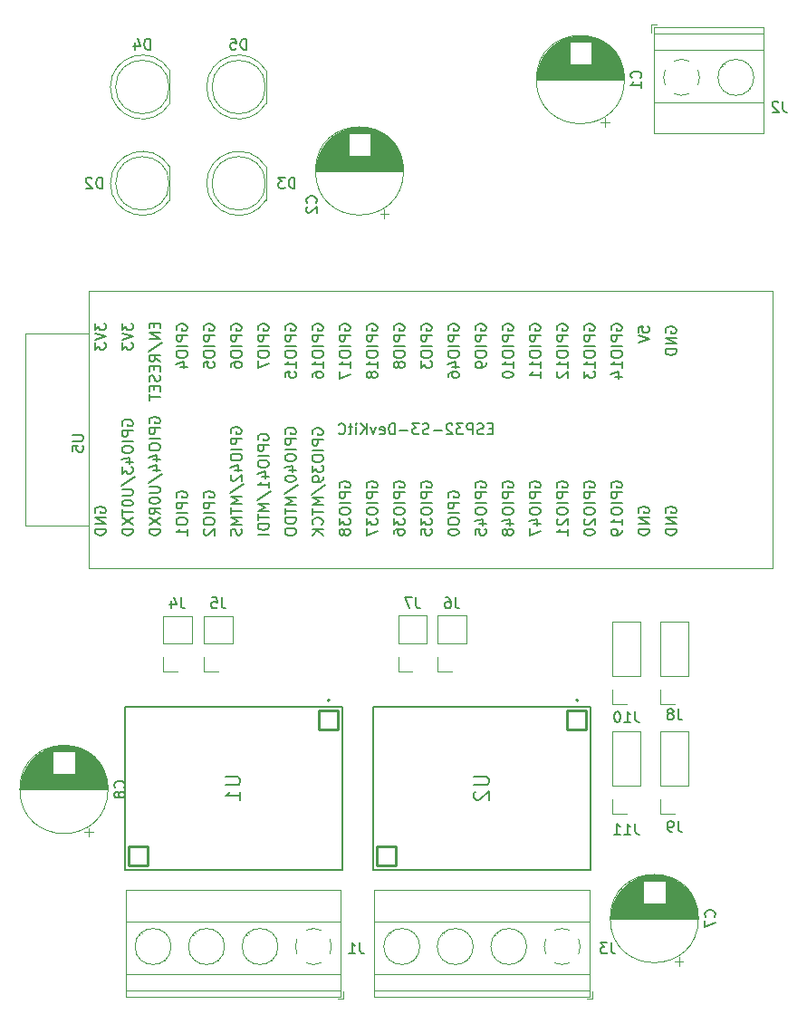
<source format=gbr>
%TF.GenerationSoftware,KiCad,Pcbnew,8.0.0*%
%TF.CreationDate,2025-04-05T00:05:52+03:00*%
%TF.ProjectId,esp_stepper,6573705f-7374-4657-9070-65722e6b6963,rev?*%
%TF.SameCoordinates,Original*%
%TF.FileFunction,Legend,Bot*%
%TF.FilePolarity,Positive*%
%FSLAX46Y46*%
G04 Gerber Fmt 4.6, Leading zero omitted, Abs format (unit mm)*
G04 Created by KiCad (PCBNEW 8.0.0) date 2025-04-05 00:05:52*
%MOMM*%
%LPD*%
G01*
G04 APERTURE LIST*
G04 Aperture macros list*
%AMRoundRect*
0 Rectangle with rounded corners*
0 $1 Rounding radius*
0 $2 $3 $4 $5 $6 $7 $8 $9 X,Y pos of 4 corners*
0 Add a 4 corners polygon primitive as box body*
4,1,4,$2,$3,$4,$5,$6,$7,$8,$9,$2,$3,0*
0 Add four circle primitives for the rounded corners*
1,1,$1+$1,$2,$3*
1,1,$1+$1,$4,$5*
1,1,$1+$1,$6,$7*
1,1,$1+$1,$8,$9*
0 Add four rect primitives between the rounded corners*
20,1,$1+$1,$2,$3,$4,$5,0*
20,1,$1+$1,$4,$5,$6,$7,0*
20,1,$1+$1,$6,$7,$8,$9,0*
20,1,$1+$1,$8,$9,$2,$3,0*%
G04 Aperture macros list end*
%ADD10C,0.150000*%
%ADD11C,0.120000*%
%ADD12C,0.127000*%
%ADD13C,0.200000*%
%ADD14R,1.800000X1.800000*%
%ADD15C,1.800000*%
%ADD16R,2.600000X2.600000*%
%ADD17C,2.600000*%
%ADD18R,1.800000X2.600000*%
%ADD19O,1.800000X2.600000*%
%ADD20RoundRect,0.102000X0.900000X-0.900000X0.900000X0.900000X-0.900000X0.900000X-0.900000X-0.900000X0*%
%ADD21C,2.004000*%
%ADD22R,1.600000X1.600000*%
%ADD23C,1.600000*%
%ADD24R,1.700000X1.700000*%
%ADD25O,1.700000X1.700000*%
G04 APERTURE END LIST*
D10*
X105065712Y-63994819D02*
X105065712Y-62994819D01*
X105065712Y-62994819D02*
X104827617Y-62994819D01*
X104827617Y-62994819D02*
X104684760Y-63042438D01*
X104684760Y-63042438D02*
X104589522Y-63137676D01*
X104589522Y-63137676D02*
X104541903Y-63232914D01*
X104541903Y-63232914D02*
X104494284Y-63423390D01*
X104494284Y-63423390D02*
X104494284Y-63566247D01*
X104494284Y-63566247D02*
X104541903Y-63756723D01*
X104541903Y-63756723D02*
X104589522Y-63851961D01*
X104589522Y-63851961D02*
X104684760Y-63947200D01*
X104684760Y-63947200D02*
X104827617Y-63994819D01*
X104827617Y-63994819D02*
X105065712Y-63994819D01*
X103589522Y-62994819D02*
X104065712Y-62994819D01*
X104065712Y-62994819D02*
X104113331Y-63471009D01*
X104113331Y-63471009D02*
X104065712Y-63423390D01*
X104065712Y-63423390D02*
X103970474Y-63375771D01*
X103970474Y-63375771D02*
X103732379Y-63375771D01*
X103732379Y-63375771D02*
X103637141Y-63423390D01*
X103637141Y-63423390D02*
X103589522Y-63471009D01*
X103589522Y-63471009D02*
X103541903Y-63566247D01*
X103541903Y-63566247D02*
X103541903Y-63804342D01*
X103541903Y-63804342D02*
X103589522Y-63899580D01*
X103589522Y-63899580D02*
X103637141Y-63947200D01*
X103637141Y-63947200D02*
X103732379Y-63994819D01*
X103732379Y-63994819D02*
X103970474Y-63994819D01*
X103970474Y-63994819D02*
X104065712Y-63947200D01*
X104065712Y-63947200D02*
X104113331Y-63899580D01*
X109560712Y-76954819D02*
X109560712Y-75954819D01*
X109560712Y-75954819D02*
X109322617Y-75954819D01*
X109322617Y-75954819D02*
X109179760Y-76002438D01*
X109179760Y-76002438D02*
X109084522Y-76097676D01*
X109084522Y-76097676D02*
X109036903Y-76192914D01*
X109036903Y-76192914D02*
X108989284Y-76383390D01*
X108989284Y-76383390D02*
X108989284Y-76526247D01*
X108989284Y-76526247D02*
X109036903Y-76716723D01*
X109036903Y-76716723D02*
X109084522Y-76811961D01*
X109084522Y-76811961D02*
X109179760Y-76907200D01*
X109179760Y-76907200D02*
X109322617Y-76954819D01*
X109322617Y-76954819D02*
X109560712Y-76954819D01*
X108655950Y-75954819D02*
X108036903Y-75954819D01*
X108036903Y-75954819D02*
X108370236Y-76335771D01*
X108370236Y-76335771D02*
X108227379Y-76335771D01*
X108227379Y-76335771D02*
X108132141Y-76383390D01*
X108132141Y-76383390D02*
X108084522Y-76431009D01*
X108084522Y-76431009D02*
X108036903Y-76526247D01*
X108036903Y-76526247D02*
X108036903Y-76764342D01*
X108036903Y-76764342D02*
X108084522Y-76859580D01*
X108084522Y-76859580D02*
X108132141Y-76907200D01*
X108132141Y-76907200D02*
X108227379Y-76954819D01*
X108227379Y-76954819D02*
X108513093Y-76954819D01*
X108513093Y-76954819D02*
X108608331Y-76907200D01*
X108608331Y-76907200D02*
X108655950Y-76859580D01*
X115655951Y-147454819D02*
X115655951Y-148169104D01*
X115655951Y-148169104D02*
X115703570Y-148311961D01*
X115703570Y-148311961D02*
X115798808Y-148407200D01*
X115798808Y-148407200D02*
X115941665Y-148454819D01*
X115941665Y-148454819D02*
X116036903Y-148454819D01*
X114655951Y-148454819D02*
X115227379Y-148454819D01*
X114941665Y-148454819D02*
X114941665Y-147454819D01*
X114941665Y-147454819D02*
X115036903Y-147597676D01*
X115036903Y-147597676D02*
X115132141Y-147692914D01*
X115132141Y-147692914D02*
X115227379Y-147740533D01*
X88785357Y-100008095D02*
X89594880Y-100008095D01*
X89594880Y-100008095D02*
X89690118Y-100055714D01*
X89690118Y-100055714D02*
X89737738Y-100103333D01*
X89737738Y-100103333D02*
X89785357Y-100198571D01*
X89785357Y-100198571D02*
X89785357Y-100389047D01*
X89785357Y-100389047D02*
X89737738Y-100484285D01*
X89737738Y-100484285D02*
X89690118Y-100531904D01*
X89690118Y-100531904D02*
X89594880Y-100579523D01*
X89594880Y-100579523D02*
X88785357Y-100579523D01*
X88785357Y-101531904D02*
X88785357Y-101055714D01*
X88785357Y-101055714D02*
X89261547Y-101008095D01*
X89261547Y-101008095D02*
X89213928Y-101055714D01*
X89213928Y-101055714D02*
X89166309Y-101150952D01*
X89166309Y-101150952D02*
X89166309Y-101389047D01*
X89166309Y-101389047D02*
X89213928Y-101484285D01*
X89213928Y-101484285D02*
X89261547Y-101531904D01*
X89261547Y-101531904D02*
X89356785Y-101579523D01*
X89356785Y-101579523D02*
X89594880Y-101579523D01*
X89594880Y-101579523D02*
X89690118Y-101531904D01*
X89690118Y-101531904D02*
X89737738Y-101484285D01*
X89737738Y-101484285D02*
X89785357Y-101389047D01*
X89785357Y-101389047D02*
X89785357Y-101150952D01*
X89785357Y-101150952D02*
X89737738Y-101055714D01*
X89737738Y-101055714D02*
X89690118Y-101008095D01*
X128058484Y-99427329D02*
X127725151Y-99427329D01*
X127582294Y-99951139D02*
X128058484Y-99951139D01*
X128058484Y-99951139D02*
X128058484Y-98951139D01*
X128058484Y-98951139D02*
X127582294Y-98951139D01*
X127201341Y-99903520D02*
X127058484Y-99951139D01*
X127058484Y-99951139D02*
X126820389Y-99951139D01*
X126820389Y-99951139D02*
X126725151Y-99903520D01*
X126725151Y-99903520D02*
X126677532Y-99855900D01*
X126677532Y-99855900D02*
X126629913Y-99760662D01*
X126629913Y-99760662D02*
X126629913Y-99665424D01*
X126629913Y-99665424D02*
X126677532Y-99570186D01*
X126677532Y-99570186D02*
X126725151Y-99522567D01*
X126725151Y-99522567D02*
X126820389Y-99474948D01*
X126820389Y-99474948D02*
X127010865Y-99427329D01*
X127010865Y-99427329D02*
X127106103Y-99379710D01*
X127106103Y-99379710D02*
X127153722Y-99332091D01*
X127153722Y-99332091D02*
X127201341Y-99236853D01*
X127201341Y-99236853D02*
X127201341Y-99141615D01*
X127201341Y-99141615D02*
X127153722Y-99046377D01*
X127153722Y-99046377D02*
X127106103Y-98998758D01*
X127106103Y-98998758D02*
X127010865Y-98951139D01*
X127010865Y-98951139D02*
X126772770Y-98951139D01*
X126772770Y-98951139D02*
X126629913Y-98998758D01*
X126201341Y-99951139D02*
X126201341Y-98951139D01*
X126201341Y-98951139D02*
X125820389Y-98951139D01*
X125820389Y-98951139D02*
X125725151Y-98998758D01*
X125725151Y-98998758D02*
X125677532Y-99046377D01*
X125677532Y-99046377D02*
X125629913Y-99141615D01*
X125629913Y-99141615D02*
X125629913Y-99284472D01*
X125629913Y-99284472D02*
X125677532Y-99379710D01*
X125677532Y-99379710D02*
X125725151Y-99427329D01*
X125725151Y-99427329D02*
X125820389Y-99474948D01*
X125820389Y-99474948D02*
X126201341Y-99474948D01*
X125296579Y-98951139D02*
X124677532Y-98951139D01*
X124677532Y-98951139D02*
X125010865Y-99332091D01*
X125010865Y-99332091D02*
X124868008Y-99332091D01*
X124868008Y-99332091D02*
X124772770Y-99379710D01*
X124772770Y-99379710D02*
X124725151Y-99427329D01*
X124725151Y-99427329D02*
X124677532Y-99522567D01*
X124677532Y-99522567D02*
X124677532Y-99760662D01*
X124677532Y-99760662D02*
X124725151Y-99855900D01*
X124725151Y-99855900D02*
X124772770Y-99903520D01*
X124772770Y-99903520D02*
X124868008Y-99951139D01*
X124868008Y-99951139D02*
X125153722Y-99951139D01*
X125153722Y-99951139D02*
X125248960Y-99903520D01*
X125248960Y-99903520D02*
X125296579Y-99855900D01*
X124296579Y-99046377D02*
X124248960Y-98998758D01*
X124248960Y-98998758D02*
X124153722Y-98951139D01*
X124153722Y-98951139D02*
X123915627Y-98951139D01*
X123915627Y-98951139D02*
X123820389Y-98998758D01*
X123820389Y-98998758D02*
X123772770Y-99046377D01*
X123772770Y-99046377D02*
X123725151Y-99141615D01*
X123725151Y-99141615D02*
X123725151Y-99236853D01*
X123725151Y-99236853D02*
X123772770Y-99379710D01*
X123772770Y-99379710D02*
X124344198Y-99951139D01*
X124344198Y-99951139D02*
X123725151Y-99951139D01*
X123296579Y-99570186D02*
X122534675Y-99570186D01*
X122106103Y-99903520D02*
X121963246Y-99951139D01*
X121963246Y-99951139D02*
X121725151Y-99951139D01*
X121725151Y-99951139D02*
X121629913Y-99903520D01*
X121629913Y-99903520D02*
X121582294Y-99855900D01*
X121582294Y-99855900D02*
X121534675Y-99760662D01*
X121534675Y-99760662D02*
X121534675Y-99665424D01*
X121534675Y-99665424D02*
X121582294Y-99570186D01*
X121582294Y-99570186D02*
X121629913Y-99522567D01*
X121629913Y-99522567D02*
X121725151Y-99474948D01*
X121725151Y-99474948D02*
X121915627Y-99427329D01*
X121915627Y-99427329D02*
X122010865Y-99379710D01*
X122010865Y-99379710D02*
X122058484Y-99332091D01*
X122058484Y-99332091D02*
X122106103Y-99236853D01*
X122106103Y-99236853D02*
X122106103Y-99141615D01*
X122106103Y-99141615D02*
X122058484Y-99046377D01*
X122058484Y-99046377D02*
X122010865Y-98998758D01*
X122010865Y-98998758D02*
X121915627Y-98951139D01*
X121915627Y-98951139D02*
X121677532Y-98951139D01*
X121677532Y-98951139D02*
X121534675Y-98998758D01*
X121201341Y-98951139D02*
X120582294Y-98951139D01*
X120582294Y-98951139D02*
X120915627Y-99332091D01*
X120915627Y-99332091D02*
X120772770Y-99332091D01*
X120772770Y-99332091D02*
X120677532Y-99379710D01*
X120677532Y-99379710D02*
X120629913Y-99427329D01*
X120629913Y-99427329D02*
X120582294Y-99522567D01*
X120582294Y-99522567D02*
X120582294Y-99760662D01*
X120582294Y-99760662D02*
X120629913Y-99855900D01*
X120629913Y-99855900D02*
X120677532Y-99903520D01*
X120677532Y-99903520D02*
X120772770Y-99951139D01*
X120772770Y-99951139D02*
X121058484Y-99951139D01*
X121058484Y-99951139D02*
X121153722Y-99903520D01*
X121153722Y-99903520D02*
X121201341Y-99855900D01*
X120153722Y-99570186D02*
X119391818Y-99570186D01*
X118915627Y-99951139D02*
X118915627Y-98951139D01*
X118915627Y-98951139D02*
X118677532Y-98951139D01*
X118677532Y-98951139D02*
X118534675Y-98998758D01*
X118534675Y-98998758D02*
X118439437Y-99093996D01*
X118439437Y-99093996D02*
X118391818Y-99189234D01*
X118391818Y-99189234D02*
X118344199Y-99379710D01*
X118344199Y-99379710D02*
X118344199Y-99522567D01*
X118344199Y-99522567D02*
X118391818Y-99713043D01*
X118391818Y-99713043D02*
X118439437Y-99808281D01*
X118439437Y-99808281D02*
X118534675Y-99903520D01*
X118534675Y-99903520D02*
X118677532Y-99951139D01*
X118677532Y-99951139D02*
X118915627Y-99951139D01*
X117534675Y-99903520D02*
X117629913Y-99951139D01*
X117629913Y-99951139D02*
X117820389Y-99951139D01*
X117820389Y-99951139D02*
X117915627Y-99903520D01*
X117915627Y-99903520D02*
X117963246Y-99808281D01*
X117963246Y-99808281D02*
X117963246Y-99427329D01*
X117963246Y-99427329D02*
X117915627Y-99332091D01*
X117915627Y-99332091D02*
X117820389Y-99284472D01*
X117820389Y-99284472D02*
X117629913Y-99284472D01*
X117629913Y-99284472D02*
X117534675Y-99332091D01*
X117534675Y-99332091D02*
X117487056Y-99427329D01*
X117487056Y-99427329D02*
X117487056Y-99522567D01*
X117487056Y-99522567D02*
X117963246Y-99617805D01*
X117153722Y-99284472D02*
X116915627Y-99951139D01*
X116915627Y-99951139D02*
X116677532Y-99284472D01*
X116296579Y-99951139D02*
X116296579Y-98951139D01*
X115725151Y-99951139D02*
X116153722Y-99379710D01*
X115725151Y-98951139D02*
X116296579Y-99522567D01*
X115296579Y-99951139D02*
X115296579Y-99284472D01*
X115296579Y-98951139D02*
X115344198Y-98998758D01*
X115344198Y-98998758D02*
X115296579Y-99046377D01*
X115296579Y-99046377D02*
X115248960Y-98998758D01*
X115248960Y-98998758D02*
X115296579Y-98951139D01*
X115296579Y-98951139D02*
X115296579Y-99046377D01*
X114963246Y-99284472D02*
X114582294Y-99284472D01*
X114820389Y-98951139D02*
X114820389Y-99808281D01*
X114820389Y-99808281D02*
X114772770Y-99903520D01*
X114772770Y-99903520D02*
X114677532Y-99951139D01*
X114677532Y-99951139D02*
X114582294Y-99951139D01*
X113677532Y-99855900D02*
X113725151Y-99903520D01*
X113725151Y-99903520D02*
X113868008Y-99951139D01*
X113868008Y-99951139D02*
X113963246Y-99951139D01*
X113963246Y-99951139D02*
X114106103Y-99903520D01*
X114106103Y-99903520D02*
X114201341Y-99808281D01*
X114201341Y-99808281D02*
X114248960Y-99713043D01*
X114248960Y-99713043D02*
X114296579Y-99522567D01*
X114296579Y-99522567D02*
X114296579Y-99379710D01*
X114296579Y-99379710D02*
X114248960Y-99189234D01*
X114248960Y-99189234D02*
X114201341Y-99093996D01*
X114201341Y-99093996D02*
X114106103Y-98998758D01*
X114106103Y-98998758D02*
X113963246Y-98951139D01*
X113963246Y-98951139D02*
X113868008Y-98951139D01*
X113868008Y-98951139D02*
X113725151Y-98998758D01*
X113725151Y-98998758D02*
X113677532Y-99046377D01*
X116332976Y-104894649D02*
X116285357Y-104799411D01*
X116285357Y-104799411D02*
X116285357Y-104656554D01*
X116285357Y-104656554D02*
X116332976Y-104513697D01*
X116332976Y-104513697D02*
X116428214Y-104418459D01*
X116428214Y-104418459D02*
X116523452Y-104370840D01*
X116523452Y-104370840D02*
X116713928Y-104323221D01*
X116713928Y-104323221D02*
X116856785Y-104323221D01*
X116856785Y-104323221D02*
X117047261Y-104370840D01*
X117047261Y-104370840D02*
X117142499Y-104418459D01*
X117142499Y-104418459D02*
X117237738Y-104513697D01*
X117237738Y-104513697D02*
X117285357Y-104656554D01*
X117285357Y-104656554D02*
X117285357Y-104751792D01*
X117285357Y-104751792D02*
X117237738Y-104894649D01*
X117237738Y-104894649D02*
X117190118Y-104942268D01*
X117190118Y-104942268D02*
X116856785Y-104942268D01*
X116856785Y-104942268D02*
X116856785Y-104751792D01*
X117285357Y-105370840D02*
X116285357Y-105370840D01*
X116285357Y-105370840D02*
X116285357Y-105751792D01*
X116285357Y-105751792D02*
X116332976Y-105847030D01*
X116332976Y-105847030D02*
X116380595Y-105894649D01*
X116380595Y-105894649D02*
X116475833Y-105942268D01*
X116475833Y-105942268D02*
X116618690Y-105942268D01*
X116618690Y-105942268D02*
X116713928Y-105894649D01*
X116713928Y-105894649D02*
X116761547Y-105847030D01*
X116761547Y-105847030D02*
X116809166Y-105751792D01*
X116809166Y-105751792D02*
X116809166Y-105370840D01*
X117285357Y-106370840D02*
X116285357Y-106370840D01*
X116285357Y-107037506D02*
X116285357Y-107227982D01*
X116285357Y-107227982D02*
X116332976Y-107323220D01*
X116332976Y-107323220D02*
X116428214Y-107418458D01*
X116428214Y-107418458D02*
X116618690Y-107466077D01*
X116618690Y-107466077D02*
X116952023Y-107466077D01*
X116952023Y-107466077D02*
X117142499Y-107418458D01*
X117142499Y-107418458D02*
X117237738Y-107323220D01*
X117237738Y-107323220D02*
X117285357Y-107227982D01*
X117285357Y-107227982D02*
X117285357Y-107037506D01*
X117285357Y-107037506D02*
X117237738Y-106942268D01*
X117237738Y-106942268D02*
X117142499Y-106847030D01*
X117142499Y-106847030D02*
X116952023Y-106799411D01*
X116952023Y-106799411D02*
X116618690Y-106799411D01*
X116618690Y-106799411D02*
X116428214Y-106847030D01*
X116428214Y-106847030D02*
X116332976Y-106942268D01*
X116332976Y-106942268D02*
X116285357Y-107037506D01*
X116285357Y-107799411D02*
X116285357Y-108418458D01*
X116285357Y-108418458D02*
X116666309Y-108085125D01*
X116666309Y-108085125D02*
X116666309Y-108227982D01*
X116666309Y-108227982D02*
X116713928Y-108323220D01*
X116713928Y-108323220D02*
X116761547Y-108370839D01*
X116761547Y-108370839D02*
X116856785Y-108418458D01*
X116856785Y-108418458D02*
X117094880Y-108418458D01*
X117094880Y-108418458D02*
X117190118Y-108370839D01*
X117190118Y-108370839D02*
X117237738Y-108323220D01*
X117237738Y-108323220D02*
X117285357Y-108227982D01*
X117285357Y-108227982D02*
X117285357Y-107942268D01*
X117285357Y-107942268D02*
X117237738Y-107847030D01*
X117237738Y-107847030D02*
X117190118Y-107799411D01*
X116285357Y-108751792D02*
X116285357Y-109418458D01*
X116285357Y-109418458D02*
X117285357Y-108989887D01*
X139192976Y-90200588D02*
X139145357Y-90105350D01*
X139145357Y-90105350D02*
X139145357Y-89962493D01*
X139145357Y-89962493D02*
X139192976Y-89819636D01*
X139192976Y-89819636D02*
X139288214Y-89724398D01*
X139288214Y-89724398D02*
X139383452Y-89676779D01*
X139383452Y-89676779D02*
X139573928Y-89629160D01*
X139573928Y-89629160D02*
X139716785Y-89629160D01*
X139716785Y-89629160D02*
X139907261Y-89676779D01*
X139907261Y-89676779D02*
X140002499Y-89724398D01*
X140002499Y-89724398D02*
X140097738Y-89819636D01*
X140097738Y-89819636D02*
X140145357Y-89962493D01*
X140145357Y-89962493D02*
X140145357Y-90057731D01*
X140145357Y-90057731D02*
X140097738Y-90200588D01*
X140097738Y-90200588D02*
X140050118Y-90248207D01*
X140050118Y-90248207D02*
X139716785Y-90248207D01*
X139716785Y-90248207D02*
X139716785Y-90057731D01*
X140145357Y-90676779D02*
X139145357Y-90676779D01*
X139145357Y-90676779D02*
X139145357Y-91057731D01*
X139145357Y-91057731D02*
X139192976Y-91152969D01*
X139192976Y-91152969D02*
X139240595Y-91200588D01*
X139240595Y-91200588D02*
X139335833Y-91248207D01*
X139335833Y-91248207D02*
X139478690Y-91248207D01*
X139478690Y-91248207D02*
X139573928Y-91200588D01*
X139573928Y-91200588D02*
X139621547Y-91152969D01*
X139621547Y-91152969D02*
X139669166Y-91057731D01*
X139669166Y-91057731D02*
X139669166Y-90676779D01*
X140145357Y-91676779D02*
X139145357Y-91676779D01*
X139145357Y-92343445D02*
X139145357Y-92533921D01*
X139145357Y-92533921D02*
X139192976Y-92629159D01*
X139192976Y-92629159D02*
X139288214Y-92724397D01*
X139288214Y-92724397D02*
X139478690Y-92772016D01*
X139478690Y-92772016D02*
X139812023Y-92772016D01*
X139812023Y-92772016D02*
X140002499Y-92724397D01*
X140002499Y-92724397D02*
X140097738Y-92629159D01*
X140097738Y-92629159D02*
X140145357Y-92533921D01*
X140145357Y-92533921D02*
X140145357Y-92343445D01*
X140145357Y-92343445D02*
X140097738Y-92248207D01*
X140097738Y-92248207D02*
X140002499Y-92152969D01*
X140002499Y-92152969D02*
X139812023Y-92105350D01*
X139812023Y-92105350D02*
X139478690Y-92105350D01*
X139478690Y-92105350D02*
X139288214Y-92152969D01*
X139288214Y-92152969D02*
X139192976Y-92248207D01*
X139192976Y-92248207D02*
X139145357Y-92343445D01*
X140145357Y-93724397D02*
X140145357Y-93152969D01*
X140145357Y-93438683D02*
X139145357Y-93438683D01*
X139145357Y-93438683D02*
X139288214Y-93343445D01*
X139288214Y-93343445D02*
X139383452Y-93248207D01*
X139383452Y-93248207D02*
X139431071Y-93152969D01*
X139478690Y-94581540D02*
X140145357Y-94581540D01*
X139097738Y-94343445D02*
X139812023Y-94105350D01*
X139812023Y-94105350D02*
X139812023Y-94724397D01*
X131572976Y-90200588D02*
X131525357Y-90105350D01*
X131525357Y-90105350D02*
X131525357Y-89962493D01*
X131525357Y-89962493D02*
X131572976Y-89819636D01*
X131572976Y-89819636D02*
X131668214Y-89724398D01*
X131668214Y-89724398D02*
X131763452Y-89676779D01*
X131763452Y-89676779D02*
X131953928Y-89629160D01*
X131953928Y-89629160D02*
X132096785Y-89629160D01*
X132096785Y-89629160D02*
X132287261Y-89676779D01*
X132287261Y-89676779D02*
X132382499Y-89724398D01*
X132382499Y-89724398D02*
X132477738Y-89819636D01*
X132477738Y-89819636D02*
X132525357Y-89962493D01*
X132525357Y-89962493D02*
X132525357Y-90057731D01*
X132525357Y-90057731D02*
X132477738Y-90200588D01*
X132477738Y-90200588D02*
X132430118Y-90248207D01*
X132430118Y-90248207D02*
X132096785Y-90248207D01*
X132096785Y-90248207D02*
X132096785Y-90057731D01*
X132525357Y-90676779D02*
X131525357Y-90676779D01*
X131525357Y-90676779D02*
X131525357Y-91057731D01*
X131525357Y-91057731D02*
X131572976Y-91152969D01*
X131572976Y-91152969D02*
X131620595Y-91200588D01*
X131620595Y-91200588D02*
X131715833Y-91248207D01*
X131715833Y-91248207D02*
X131858690Y-91248207D01*
X131858690Y-91248207D02*
X131953928Y-91200588D01*
X131953928Y-91200588D02*
X132001547Y-91152969D01*
X132001547Y-91152969D02*
X132049166Y-91057731D01*
X132049166Y-91057731D02*
X132049166Y-90676779D01*
X132525357Y-91676779D02*
X131525357Y-91676779D01*
X131525357Y-92343445D02*
X131525357Y-92533921D01*
X131525357Y-92533921D02*
X131572976Y-92629159D01*
X131572976Y-92629159D02*
X131668214Y-92724397D01*
X131668214Y-92724397D02*
X131858690Y-92772016D01*
X131858690Y-92772016D02*
X132192023Y-92772016D01*
X132192023Y-92772016D02*
X132382499Y-92724397D01*
X132382499Y-92724397D02*
X132477738Y-92629159D01*
X132477738Y-92629159D02*
X132525357Y-92533921D01*
X132525357Y-92533921D02*
X132525357Y-92343445D01*
X132525357Y-92343445D02*
X132477738Y-92248207D01*
X132477738Y-92248207D02*
X132382499Y-92152969D01*
X132382499Y-92152969D02*
X132192023Y-92105350D01*
X132192023Y-92105350D02*
X131858690Y-92105350D01*
X131858690Y-92105350D02*
X131668214Y-92152969D01*
X131668214Y-92152969D02*
X131572976Y-92248207D01*
X131572976Y-92248207D02*
X131525357Y-92343445D01*
X132525357Y-93724397D02*
X132525357Y-93152969D01*
X132525357Y-93438683D02*
X131525357Y-93438683D01*
X131525357Y-93438683D02*
X131668214Y-93343445D01*
X131668214Y-93343445D02*
X131763452Y-93248207D01*
X131763452Y-93248207D02*
X131811071Y-93152969D01*
X132525357Y-94676778D02*
X132525357Y-94105350D01*
X132525357Y-94391064D02*
X131525357Y-94391064D01*
X131525357Y-94391064D02*
X131668214Y-94295826D01*
X131668214Y-94295826D02*
X131763452Y-94200588D01*
X131763452Y-94200588D02*
X131811071Y-94105350D01*
X113792976Y-104894649D02*
X113745357Y-104799411D01*
X113745357Y-104799411D02*
X113745357Y-104656554D01*
X113745357Y-104656554D02*
X113792976Y-104513697D01*
X113792976Y-104513697D02*
X113888214Y-104418459D01*
X113888214Y-104418459D02*
X113983452Y-104370840D01*
X113983452Y-104370840D02*
X114173928Y-104323221D01*
X114173928Y-104323221D02*
X114316785Y-104323221D01*
X114316785Y-104323221D02*
X114507261Y-104370840D01*
X114507261Y-104370840D02*
X114602499Y-104418459D01*
X114602499Y-104418459D02*
X114697738Y-104513697D01*
X114697738Y-104513697D02*
X114745357Y-104656554D01*
X114745357Y-104656554D02*
X114745357Y-104751792D01*
X114745357Y-104751792D02*
X114697738Y-104894649D01*
X114697738Y-104894649D02*
X114650118Y-104942268D01*
X114650118Y-104942268D02*
X114316785Y-104942268D01*
X114316785Y-104942268D02*
X114316785Y-104751792D01*
X114745357Y-105370840D02*
X113745357Y-105370840D01*
X113745357Y-105370840D02*
X113745357Y-105751792D01*
X113745357Y-105751792D02*
X113792976Y-105847030D01*
X113792976Y-105847030D02*
X113840595Y-105894649D01*
X113840595Y-105894649D02*
X113935833Y-105942268D01*
X113935833Y-105942268D02*
X114078690Y-105942268D01*
X114078690Y-105942268D02*
X114173928Y-105894649D01*
X114173928Y-105894649D02*
X114221547Y-105847030D01*
X114221547Y-105847030D02*
X114269166Y-105751792D01*
X114269166Y-105751792D02*
X114269166Y-105370840D01*
X114745357Y-106370840D02*
X113745357Y-106370840D01*
X113745357Y-107037506D02*
X113745357Y-107227982D01*
X113745357Y-107227982D02*
X113792976Y-107323220D01*
X113792976Y-107323220D02*
X113888214Y-107418458D01*
X113888214Y-107418458D02*
X114078690Y-107466077D01*
X114078690Y-107466077D02*
X114412023Y-107466077D01*
X114412023Y-107466077D02*
X114602499Y-107418458D01*
X114602499Y-107418458D02*
X114697738Y-107323220D01*
X114697738Y-107323220D02*
X114745357Y-107227982D01*
X114745357Y-107227982D02*
X114745357Y-107037506D01*
X114745357Y-107037506D02*
X114697738Y-106942268D01*
X114697738Y-106942268D02*
X114602499Y-106847030D01*
X114602499Y-106847030D02*
X114412023Y-106799411D01*
X114412023Y-106799411D02*
X114078690Y-106799411D01*
X114078690Y-106799411D02*
X113888214Y-106847030D01*
X113888214Y-106847030D02*
X113792976Y-106942268D01*
X113792976Y-106942268D02*
X113745357Y-107037506D01*
X113745357Y-107799411D02*
X113745357Y-108418458D01*
X113745357Y-108418458D02*
X114126309Y-108085125D01*
X114126309Y-108085125D02*
X114126309Y-108227982D01*
X114126309Y-108227982D02*
X114173928Y-108323220D01*
X114173928Y-108323220D02*
X114221547Y-108370839D01*
X114221547Y-108370839D02*
X114316785Y-108418458D01*
X114316785Y-108418458D02*
X114554880Y-108418458D01*
X114554880Y-108418458D02*
X114650118Y-108370839D01*
X114650118Y-108370839D02*
X114697738Y-108323220D01*
X114697738Y-108323220D02*
X114745357Y-108227982D01*
X114745357Y-108227982D02*
X114745357Y-107942268D01*
X114745357Y-107942268D02*
X114697738Y-107847030D01*
X114697738Y-107847030D02*
X114650118Y-107799411D01*
X114173928Y-108989887D02*
X114126309Y-108894649D01*
X114126309Y-108894649D02*
X114078690Y-108847030D01*
X114078690Y-108847030D02*
X113983452Y-108799411D01*
X113983452Y-108799411D02*
X113935833Y-108799411D01*
X113935833Y-108799411D02*
X113840595Y-108847030D01*
X113840595Y-108847030D02*
X113792976Y-108894649D01*
X113792976Y-108894649D02*
X113745357Y-108989887D01*
X113745357Y-108989887D02*
X113745357Y-109180363D01*
X113745357Y-109180363D02*
X113792976Y-109275601D01*
X113792976Y-109275601D02*
X113840595Y-109323220D01*
X113840595Y-109323220D02*
X113935833Y-109370839D01*
X113935833Y-109370839D02*
X113983452Y-109370839D01*
X113983452Y-109370839D02*
X114078690Y-109323220D01*
X114078690Y-109323220D02*
X114126309Y-109275601D01*
X114126309Y-109275601D02*
X114173928Y-109180363D01*
X114173928Y-109180363D02*
X114173928Y-108989887D01*
X114173928Y-108989887D02*
X114221547Y-108894649D01*
X114221547Y-108894649D02*
X114269166Y-108847030D01*
X114269166Y-108847030D02*
X114364404Y-108799411D01*
X114364404Y-108799411D02*
X114554880Y-108799411D01*
X114554880Y-108799411D02*
X114650118Y-108847030D01*
X114650118Y-108847030D02*
X114697738Y-108894649D01*
X114697738Y-108894649D02*
X114745357Y-108989887D01*
X114745357Y-108989887D02*
X114745357Y-109180363D01*
X114745357Y-109180363D02*
X114697738Y-109275601D01*
X114697738Y-109275601D02*
X114650118Y-109323220D01*
X114650118Y-109323220D02*
X114554880Y-109370839D01*
X114554880Y-109370839D02*
X114364404Y-109370839D01*
X114364404Y-109370839D02*
X114269166Y-109323220D01*
X114269166Y-109323220D02*
X114221547Y-109275601D01*
X114221547Y-109275601D02*
X114173928Y-109180363D01*
X118872976Y-104894649D02*
X118825357Y-104799411D01*
X118825357Y-104799411D02*
X118825357Y-104656554D01*
X118825357Y-104656554D02*
X118872976Y-104513697D01*
X118872976Y-104513697D02*
X118968214Y-104418459D01*
X118968214Y-104418459D02*
X119063452Y-104370840D01*
X119063452Y-104370840D02*
X119253928Y-104323221D01*
X119253928Y-104323221D02*
X119396785Y-104323221D01*
X119396785Y-104323221D02*
X119587261Y-104370840D01*
X119587261Y-104370840D02*
X119682499Y-104418459D01*
X119682499Y-104418459D02*
X119777738Y-104513697D01*
X119777738Y-104513697D02*
X119825357Y-104656554D01*
X119825357Y-104656554D02*
X119825357Y-104751792D01*
X119825357Y-104751792D02*
X119777738Y-104894649D01*
X119777738Y-104894649D02*
X119730118Y-104942268D01*
X119730118Y-104942268D02*
X119396785Y-104942268D01*
X119396785Y-104942268D02*
X119396785Y-104751792D01*
X119825357Y-105370840D02*
X118825357Y-105370840D01*
X118825357Y-105370840D02*
X118825357Y-105751792D01*
X118825357Y-105751792D02*
X118872976Y-105847030D01*
X118872976Y-105847030D02*
X118920595Y-105894649D01*
X118920595Y-105894649D02*
X119015833Y-105942268D01*
X119015833Y-105942268D02*
X119158690Y-105942268D01*
X119158690Y-105942268D02*
X119253928Y-105894649D01*
X119253928Y-105894649D02*
X119301547Y-105847030D01*
X119301547Y-105847030D02*
X119349166Y-105751792D01*
X119349166Y-105751792D02*
X119349166Y-105370840D01*
X119825357Y-106370840D02*
X118825357Y-106370840D01*
X118825357Y-107037506D02*
X118825357Y-107227982D01*
X118825357Y-107227982D02*
X118872976Y-107323220D01*
X118872976Y-107323220D02*
X118968214Y-107418458D01*
X118968214Y-107418458D02*
X119158690Y-107466077D01*
X119158690Y-107466077D02*
X119492023Y-107466077D01*
X119492023Y-107466077D02*
X119682499Y-107418458D01*
X119682499Y-107418458D02*
X119777738Y-107323220D01*
X119777738Y-107323220D02*
X119825357Y-107227982D01*
X119825357Y-107227982D02*
X119825357Y-107037506D01*
X119825357Y-107037506D02*
X119777738Y-106942268D01*
X119777738Y-106942268D02*
X119682499Y-106847030D01*
X119682499Y-106847030D02*
X119492023Y-106799411D01*
X119492023Y-106799411D02*
X119158690Y-106799411D01*
X119158690Y-106799411D02*
X118968214Y-106847030D01*
X118968214Y-106847030D02*
X118872976Y-106942268D01*
X118872976Y-106942268D02*
X118825357Y-107037506D01*
X118825357Y-107799411D02*
X118825357Y-108418458D01*
X118825357Y-108418458D02*
X119206309Y-108085125D01*
X119206309Y-108085125D02*
X119206309Y-108227982D01*
X119206309Y-108227982D02*
X119253928Y-108323220D01*
X119253928Y-108323220D02*
X119301547Y-108370839D01*
X119301547Y-108370839D02*
X119396785Y-108418458D01*
X119396785Y-108418458D02*
X119634880Y-108418458D01*
X119634880Y-108418458D02*
X119730118Y-108370839D01*
X119730118Y-108370839D02*
X119777738Y-108323220D01*
X119777738Y-108323220D02*
X119825357Y-108227982D01*
X119825357Y-108227982D02*
X119825357Y-107942268D01*
X119825357Y-107942268D02*
X119777738Y-107847030D01*
X119777738Y-107847030D02*
X119730118Y-107799411D01*
X118825357Y-109275601D02*
X118825357Y-109085125D01*
X118825357Y-109085125D02*
X118872976Y-108989887D01*
X118872976Y-108989887D02*
X118920595Y-108942268D01*
X118920595Y-108942268D02*
X119063452Y-108847030D01*
X119063452Y-108847030D02*
X119253928Y-108799411D01*
X119253928Y-108799411D02*
X119634880Y-108799411D01*
X119634880Y-108799411D02*
X119730118Y-108847030D01*
X119730118Y-108847030D02*
X119777738Y-108894649D01*
X119777738Y-108894649D02*
X119825357Y-108989887D01*
X119825357Y-108989887D02*
X119825357Y-109180363D01*
X119825357Y-109180363D02*
X119777738Y-109275601D01*
X119777738Y-109275601D02*
X119730118Y-109323220D01*
X119730118Y-109323220D02*
X119634880Y-109370839D01*
X119634880Y-109370839D02*
X119396785Y-109370839D01*
X119396785Y-109370839D02*
X119301547Y-109323220D01*
X119301547Y-109323220D02*
X119253928Y-109275601D01*
X119253928Y-109275601D02*
X119206309Y-109180363D01*
X119206309Y-109180363D02*
X119206309Y-108989887D01*
X119206309Y-108989887D02*
X119253928Y-108894649D01*
X119253928Y-108894649D02*
X119301547Y-108847030D01*
X119301547Y-108847030D02*
X119396785Y-108799411D01*
X106172976Y-100466078D02*
X106125357Y-100370840D01*
X106125357Y-100370840D02*
X106125357Y-100227983D01*
X106125357Y-100227983D02*
X106172976Y-100085126D01*
X106172976Y-100085126D02*
X106268214Y-99989888D01*
X106268214Y-99989888D02*
X106363452Y-99942269D01*
X106363452Y-99942269D02*
X106553928Y-99894650D01*
X106553928Y-99894650D02*
X106696785Y-99894650D01*
X106696785Y-99894650D02*
X106887261Y-99942269D01*
X106887261Y-99942269D02*
X106982499Y-99989888D01*
X106982499Y-99989888D02*
X107077738Y-100085126D01*
X107077738Y-100085126D02*
X107125357Y-100227983D01*
X107125357Y-100227983D02*
X107125357Y-100323221D01*
X107125357Y-100323221D02*
X107077738Y-100466078D01*
X107077738Y-100466078D02*
X107030118Y-100513697D01*
X107030118Y-100513697D02*
X106696785Y-100513697D01*
X106696785Y-100513697D02*
X106696785Y-100323221D01*
X107125357Y-100942269D02*
X106125357Y-100942269D01*
X106125357Y-100942269D02*
X106125357Y-101323221D01*
X106125357Y-101323221D02*
X106172976Y-101418459D01*
X106172976Y-101418459D02*
X106220595Y-101466078D01*
X106220595Y-101466078D02*
X106315833Y-101513697D01*
X106315833Y-101513697D02*
X106458690Y-101513697D01*
X106458690Y-101513697D02*
X106553928Y-101466078D01*
X106553928Y-101466078D02*
X106601547Y-101418459D01*
X106601547Y-101418459D02*
X106649166Y-101323221D01*
X106649166Y-101323221D02*
X106649166Y-100942269D01*
X107125357Y-101942269D02*
X106125357Y-101942269D01*
X106125357Y-102608935D02*
X106125357Y-102799411D01*
X106125357Y-102799411D02*
X106172976Y-102894649D01*
X106172976Y-102894649D02*
X106268214Y-102989887D01*
X106268214Y-102989887D02*
X106458690Y-103037506D01*
X106458690Y-103037506D02*
X106792023Y-103037506D01*
X106792023Y-103037506D02*
X106982499Y-102989887D01*
X106982499Y-102989887D02*
X107077738Y-102894649D01*
X107077738Y-102894649D02*
X107125357Y-102799411D01*
X107125357Y-102799411D02*
X107125357Y-102608935D01*
X107125357Y-102608935D02*
X107077738Y-102513697D01*
X107077738Y-102513697D02*
X106982499Y-102418459D01*
X106982499Y-102418459D02*
X106792023Y-102370840D01*
X106792023Y-102370840D02*
X106458690Y-102370840D01*
X106458690Y-102370840D02*
X106268214Y-102418459D01*
X106268214Y-102418459D02*
X106172976Y-102513697D01*
X106172976Y-102513697D02*
X106125357Y-102608935D01*
X106458690Y-103894649D02*
X107125357Y-103894649D01*
X106077738Y-103656554D02*
X106792023Y-103418459D01*
X106792023Y-103418459D02*
X106792023Y-104037506D01*
X107125357Y-104942268D02*
X107125357Y-104370840D01*
X107125357Y-104656554D02*
X106125357Y-104656554D01*
X106125357Y-104656554D02*
X106268214Y-104561316D01*
X106268214Y-104561316D02*
X106363452Y-104466078D01*
X106363452Y-104466078D02*
X106411071Y-104370840D01*
X106077738Y-106085125D02*
X107363452Y-105227983D01*
X107125357Y-106418459D02*
X106125357Y-106418459D01*
X106125357Y-106418459D02*
X106839642Y-106751792D01*
X106839642Y-106751792D02*
X106125357Y-107085125D01*
X106125357Y-107085125D02*
X107125357Y-107085125D01*
X106125357Y-107418459D02*
X106125357Y-107989887D01*
X107125357Y-107704173D02*
X106125357Y-107704173D01*
X107125357Y-108323221D02*
X106125357Y-108323221D01*
X106125357Y-108323221D02*
X106125357Y-108561316D01*
X106125357Y-108561316D02*
X106172976Y-108704173D01*
X106172976Y-108704173D02*
X106268214Y-108799411D01*
X106268214Y-108799411D02*
X106363452Y-108847030D01*
X106363452Y-108847030D02*
X106553928Y-108894649D01*
X106553928Y-108894649D02*
X106696785Y-108894649D01*
X106696785Y-108894649D02*
X106887261Y-108847030D01*
X106887261Y-108847030D02*
X106982499Y-108799411D01*
X106982499Y-108799411D02*
X107077738Y-108704173D01*
X107077738Y-108704173D02*
X107125357Y-108561316D01*
X107125357Y-108561316D02*
X107125357Y-108323221D01*
X107125357Y-109323221D02*
X106125357Y-109323221D01*
X131572976Y-104894649D02*
X131525357Y-104799411D01*
X131525357Y-104799411D02*
X131525357Y-104656554D01*
X131525357Y-104656554D02*
X131572976Y-104513697D01*
X131572976Y-104513697D02*
X131668214Y-104418459D01*
X131668214Y-104418459D02*
X131763452Y-104370840D01*
X131763452Y-104370840D02*
X131953928Y-104323221D01*
X131953928Y-104323221D02*
X132096785Y-104323221D01*
X132096785Y-104323221D02*
X132287261Y-104370840D01*
X132287261Y-104370840D02*
X132382499Y-104418459D01*
X132382499Y-104418459D02*
X132477738Y-104513697D01*
X132477738Y-104513697D02*
X132525357Y-104656554D01*
X132525357Y-104656554D02*
X132525357Y-104751792D01*
X132525357Y-104751792D02*
X132477738Y-104894649D01*
X132477738Y-104894649D02*
X132430118Y-104942268D01*
X132430118Y-104942268D02*
X132096785Y-104942268D01*
X132096785Y-104942268D02*
X132096785Y-104751792D01*
X132525357Y-105370840D02*
X131525357Y-105370840D01*
X131525357Y-105370840D02*
X131525357Y-105751792D01*
X131525357Y-105751792D02*
X131572976Y-105847030D01*
X131572976Y-105847030D02*
X131620595Y-105894649D01*
X131620595Y-105894649D02*
X131715833Y-105942268D01*
X131715833Y-105942268D02*
X131858690Y-105942268D01*
X131858690Y-105942268D02*
X131953928Y-105894649D01*
X131953928Y-105894649D02*
X132001547Y-105847030D01*
X132001547Y-105847030D02*
X132049166Y-105751792D01*
X132049166Y-105751792D02*
X132049166Y-105370840D01*
X132525357Y-106370840D02*
X131525357Y-106370840D01*
X131525357Y-107037506D02*
X131525357Y-107227982D01*
X131525357Y-107227982D02*
X131572976Y-107323220D01*
X131572976Y-107323220D02*
X131668214Y-107418458D01*
X131668214Y-107418458D02*
X131858690Y-107466077D01*
X131858690Y-107466077D02*
X132192023Y-107466077D01*
X132192023Y-107466077D02*
X132382499Y-107418458D01*
X132382499Y-107418458D02*
X132477738Y-107323220D01*
X132477738Y-107323220D02*
X132525357Y-107227982D01*
X132525357Y-107227982D02*
X132525357Y-107037506D01*
X132525357Y-107037506D02*
X132477738Y-106942268D01*
X132477738Y-106942268D02*
X132382499Y-106847030D01*
X132382499Y-106847030D02*
X132192023Y-106799411D01*
X132192023Y-106799411D02*
X131858690Y-106799411D01*
X131858690Y-106799411D02*
X131668214Y-106847030D01*
X131668214Y-106847030D02*
X131572976Y-106942268D01*
X131572976Y-106942268D02*
X131525357Y-107037506D01*
X131858690Y-108323220D02*
X132525357Y-108323220D01*
X131477738Y-108085125D02*
X132192023Y-107847030D01*
X132192023Y-107847030D02*
X132192023Y-108466077D01*
X131525357Y-108751792D02*
X131525357Y-109418458D01*
X131525357Y-109418458D02*
X132525357Y-108989887D01*
X90885357Y-89581541D02*
X90885357Y-90200588D01*
X90885357Y-90200588D02*
X91266309Y-89867255D01*
X91266309Y-89867255D02*
X91266309Y-90010112D01*
X91266309Y-90010112D02*
X91313928Y-90105350D01*
X91313928Y-90105350D02*
X91361547Y-90152969D01*
X91361547Y-90152969D02*
X91456785Y-90200588D01*
X91456785Y-90200588D02*
X91694880Y-90200588D01*
X91694880Y-90200588D02*
X91790118Y-90152969D01*
X91790118Y-90152969D02*
X91837738Y-90105350D01*
X91837738Y-90105350D02*
X91885357Y-90010112D01*
X91885357Y-90010112D02*
X91885357Y-89724398D01*
X91885357Y-89724398D02*
X91837738Y-89629160D01*
X91837738Y-89629160D02*
X91790118Y-89581541D01*
X90885357Y-90486303D02*
X91885357Y-90819636D01*
X91885357Y-90819636D02*
X90885357Y-91152969D01*
X90885357Y-91391065D02*
X90885357Y-92010112D01*
X90885357Y-92010112D02*
X91266309Y-91676779D01*
X91266309Y-91676779D02*
X91266309Y-91819636D01*
X91266309Y-91819636D02*
X91313928Y-91914874D01*
X91313928Y-91914874D02*
X91361547Y-91962493D01*
X91361547Y-91962493D02*
X91456785Y-92010112D01*
X91456785Y-92010112D02*
X91694880Y-92010112D01*
X91694880Y-92010112D02*
X91790118Y-91962493D01*
X91790118Y-91962493D02*
X91837738Y-91914874D01*
X91837738Y-91914874D02*
X91885357Y-91819636D01*
X91885357Y-91819636D02*
X91885357Y-91533922D01*
X91885357Y-91533922D02*
X91837738Y-91438684D01*
X91837738Y-91438684D02*
X91790118Y-91391065D01*
X136652976Y-90200588D02*
X136605357Y-90105350D01*
X136605357Y-90105350D02*
X136605357Y-89962493D01*
X136605357Y-89962493D02*
X136652976Y-89819636D01*
X136652976Y-89819636D02*
X136748214Y-89724398D01*
X136748214Y-89724398D02*
X136843452Y-89676779D01*
X136843452Y-89676779D02*
X137033928Y-89629160D01*
X137033928Y-89629160D02*
X137176785Y-89629160D01*
X137176785Y-89629160D02*
X137367261Y-89676779D01*
X137367261Y-89676779D02*
X137462499Y-89724398D01*
X137462499Y-89724398D02*
X137557738Y-89819636D01*
X137557738Y-89819636D02*
X137605357Y-89962493D01*
X137605357Y-89962493D02*
X137605357Y-90057731D01*
X137605357Y-90057731D02*
X137557738Y-90200588D01*
X137557738Y-90200588D02*
X137510118Y-90248207D01*
X137510118Y-90248207D02*
X137176785Y-90248207D01*
X137176785Y-90248207D02*
X137176785Y-90057731D01*
X137605357Y-90676779D02*
X136605357Y-90676779D01*
X136605357Y-90676779D02*
X136605357Y-91057731D01*
X136605357Y-91057731D02*
X136652976Y-91152969D01*
X136652976Y-91152969D02*
X136700595Y-91200588D01*
X136700595Y-91200588D02*
X136795833Y-91248207D01*
X136795833Y-91248207D02*
X136938690Y-91248207D01*
X136938690Y-91248207D02*
X137033928Y-91200588D01*
X137033928Y-91200588D02*
X137081547Y-91152969D01*
X137081547Y-91152969D02*
X137129166Y-91057731D01*
X137129166Y-91057731D02*
X137129166Y-90676779D01*
X137605357Y-91676779D02*
X136605357Y-91676779D01*
X136605357Y-92343445D02*
X136605357Y-92533921D01*
X136605357Y-92533921D02*
X136652976Y-92629159D01*
X136652976Y-92629159D02*
X136748214Y-92724397D01*
X136748214Y-92724397D02*
X136938690Y-92772016D01*
X136938690Y-92772016D02*
X137272023Y-92772016D01*
X137272023Y-92772016D02*
X137462499Y-92724397D01*
X137462499Y-92724397D02*
X137557738Y-92629159D01*
X137557738Y-92629159D02*
X137605357Y-92533921D01*
X137605357Y-92533921D02*
X137605357Y-92343445D01*
X137605357Y-92343445D02*
X137557738Y-92248207D01*
X137557738Y-92248207D02*
X137462499Y-92152969D01*
X137462499Y-92152969D02*
X137272023Y-92105350D01*
X137272023Y-92105350D02*
X136938690Y-92105350D01*
X136938690Y-92105350D02*
X136748214Y-92152969D01*
X136748214Y-92152969D02*
X136652976Y-92248207D01*
X136652976Y-92248207D02*
X136605357Y-92343445D01*
X137605357Y-93724397D02*
X137605357Y-93152969D01*
X137605357Y-93438683D02*
X136605357Y-93438683D01*
X136605357Y-93438683D02*
X136748214Y-93343445D01*
X136748214Y-93343445D02*
X136843452Y-93248207D01*
X136843452Y-93248207D02*
X136891071Y-93152969D01*
X136605357Y-94057731D02*
X136605357Y-94676778D01*
X136605357Y-94676778D02*
X136986309Y-94343445D01*
X136986309Y-94343445D02*
X136986309Y-94486302D01*
X136986309Y-94486302D02*
X137033928Y-94581540D01*
X137033928Y-94581540D02*
X137081547Y-94629159D01*
X137081547Y-94629159D02*
X137176785Y-94676778D01*
X137176785Y-94676778D02*
X137414880Y-94676778D01*
X137414880Y-94676778D02*
X137510118Y-94629159D01*
X137510118Y-94629159D02*
X137557738Y-94581540D01*
X137557738Y-94581540D02*
X137605357Y-94486302D01*
X137605357Y-94486302D02*
X137605357Y-94200588D01*
X137605357Y-94200588D02*
X137557738Y-94105350D01*
X137557738Y-94105350D02*
X137510118Y-94057731D01*
X96438827Y-89571921D02*
X96438827Y-89905254D01*
X96962637Y-90048111D02*
X96962637Y-89571921D01*
X96962637Y-89571921D02*
X95962637Y-89571921D01*
X95962637Y-89571921D02*
X95962637Y-90048111D01*
X96962637Y-90476683D02*
X95962637Y-90476683D01*
X95962637Y-90476683D02*
X96962637Y-91048111D01*
X96962637Y-91048111D02*
X95962637Y-91048111D01*
X95915018Y-92238587D02*
X97200732Y-91381445D01*
X96962637Y-93143349D02*
X96486446Y-92810016D01*
X96962637Y-92571921D02*
X95962637Y-92571921D01*
X95962637Y-92571921D02*
X95962637Y-92952873D01*
X95962637Y-92952873D02*
X96010256Y-93048111D01*
X96010256Y-93048111D02*
X96057875Y-93095730D01*
X96057875Y-93095730D02*
X96153113Y-93143349D01*
X96153113Y-93143349D02*
X96295970Y-93143349D01*
X96295970Y-93143349D02*
X96391208Y-93095730D01*
X96391208Y-93095730D02*
X96438827Y-93048111D01*
X96438827Y-93048111D02*
X96486446Y-92952873D01*
X96486446Y-92952873D02*
X96486446Y-92571921D01*
X96438827Y-93571921D02*
X96438827Y-93905254D01*
X96962637Y-94048111D02*
X96962637Y-93571921D01*
X96962637Y-93571921D02*
X95962637Y-93571921D01*
X95962637Y-93571921D02*
X95962637Y-94048111D01*
X96915018Y-94429064D02*
X96962637Y-94571921D01*
X96962637Y-94571921D02*
X96962637Y-94810016D01*
X96962637Y-94810016D02*
X96915018Y-94905254D01*
X96915018Y-94905254D02*
X96867398Y-94952873D01*
X96867398Y-94952873D02*
X96772160Y-95000492D01*
X96772160Y-95000492D02*
X96676922Y-95000492D01*
X96676922Y-95000492D02*
X96581684Y-94952873D01*
X96581684Y-94952873D02*
X96534065Y-94905254D01*
X96534065Y-94905254D02*
X96486446Y-94810016D01*
X96486446Y-94810016D02*
X96438827Y-94619540D01*
X96438827Y-94619540D02*
X96391208Y-94524302D01*
X96391208Y-94524302D02*
X96343589Y-94476683D01*
X96343589Y-94476683D02*
X96248351Y-94429064D01*
X96248351Y-94429064D02*
X96153113Y-94429064D01*
X96153113Y-94429064D02*
X96057875Y-94476683D01*
X96057875Y-94476683D02*
X96010256Y-94524302D01*
X96010256Y-94524302D02*
X95962637Y-94619540D01*
X95962637Y-94619540D02*
X95962637Y-94857635D01*
X95962637Y-94857635D02*
X96010256Y-95000492D01*
X96438827Y-95429064D02*
X96438827Y-95762397D01*
X96962637Y-95905254D02*
X96962637Y-95429064D01*
X96962637Y-95429064D02*
X95962637Y-95429064D01*
X95962637Y-95429064D02*
X95962637Y-95905254D01*
X95962637Y-96190969D02*
X95962637Y-96762397D01*
X96962637Y-96476683D02*
X95962637Y-96476683D01*
X93425357Y-89581541D02*
X93425357Y-90200588D01*
X93425357Y-90200588D02*
X93806309Y-89867255D01*
X93806309Y-89867255D02*
X93806309Y-90010112D01*
X93806309Y-90010112D02*
X93853928Y-90105350D01*
X93853928Y-90105350D02*
X93901547Y-90152969D01*
X93901547Y-90152969D02*
X93996785Y-90200588D01*
X93996785Y-90200588D02*
X94234880Y-90200588D01*
X94234880Y-90200588D02*
X94330118Y-90152969D01*
X94330118Y-90152969D02*
X94377738Y-90105350D01*
X94377738Y-90105350D02*
X94425357Y-90010112D01*
X94425357Y-90010112D02*
X94425357Y-89724398D01*
X94425357Y-89724398D02*
X94377738Y-89629160D01*
X94377738Y-89629160D02*
X94330118Y-89581541D01*
X93425357Y-90486303D02*
X94425357Y-90819636D01*
X94425357Y-90819636D02*
X93425357Y-91152969D01*
X93425357Y-91391065D02*
X93425357Y-92010112D01*
X93425357Y-92010112D02*
X93806309Y-91676779D01*
X93806309Y-91676779D02*
X93806309Y-91819636D01*
X93806309Y-91819636D02*
X93853928Y-91914874D01*
X93853928Y-91914874D02*
X93901547Y-91962493D01*
X93901547Y-91962493D02*
X93996785Y-92010112D01*
X93996785Y-92010112D02*
X94234880Y-92010112D01*
X94234880Y-92010112D02*
X94330118Y-91962493D01*
X94330118Y-91962493D02*
X94377738Y-91914874D01*
X94377738Y-91914874D02*
X94425357Y-91819636D01*
X94425357Y-91819636D02*
X94425357Y-91533922D01*
X94425357Y-91533922D02*
X94377738Y-91438684D01*
X94377738Y-91438684D02*
X94330118Y-91391065D01*
X118872976Y-90200588D02*
X118825357Y-90105350D01*
X118825357Y-90105350D02*
X118825357Y-89962493D01*
X118825357Y-89962493D02*
X118872976Y-89819636D01*
X118872976Y-89819636D02*
X118968214Y-89724398D01*
X118968214Y-89724398D02*
X119063452Y-89676779D01*
X119063452Y-89676779D02*
X119253928Y-89629160D01*
X119253928Y-89629160D02*
X119396785Y-89629160D01*
X119396785Y-89629160D02*
X119587261Y-89676779D01*
X119587261Y-89676779D02*
X119682499Y-89724398D01*
X119682499Y-89724398D02*
X119777738Y-89819636D01*
X119777738Y-89819636D02*
X119825357Y-89962493D01*
X119825357Y-89962493D02*
X119825357Y-90057731D01*
X119825357Y-90057731D02*
X119777738Y-90200588D01*
X119777738Y-90200588D02*
X119730118Y-90248207D01*
X119730118Y-90248207D02*
X119396785Y-90248207D01*
X119396785Y-90248207D02*
X119396785Y-90057731D01*
X119825357Y-90676779D02*
X118825357Y-90676779D01*
X118825357Y-90676779D02*
X118825357Y-91057731D01*
X118825357Y-91057731D02*
X118872976Y-91152969D01*
X118872976Y-91152969D02*
X118920595Y-91200588D01*
X118920595Y-91200588D02*
X119015833Y-91248207D01*
X119015833Y-91248207D02*
X119158690Y-91248207D01*
X119158690Y-91248207D02*
X119253928Y-91200588D01*
X119253928Y-91200588D02*
X119301547Y-91152969D01*
X119301547Y-91152969D02*
X119349166Y-91057731D01*
X119349166Y-91057731D02*
X119349166Y-90676779D01*
X119825357Y-91676779D02*
X118825357Y-91676779D01*
X118825357Y-92343445D02*
X118825357Y-92533921D01*
X118825357Y-92533921D02*
X118872976Y-92629159D01*
X118872976Y-92629159D02*
X118968214Y-92724397D01*
X118968214Y-92724397D02*
X119158690Y-92772016D01*
X119158690Y-92772016D02*
X119492023Y-92772016D01*
X119492023Y-92772016D02*
X119682499Y-92724397D01*
X119682499Y-92724397D02*
X119777738Y-92629159D01*
X119777738Y-92629159D02*
X119825357Y-92533921D01*
X119825357Y-92533921D02*
X119825357Y-92343445D01*
X119825357Y-92343445D02*
X119777738Y-92248207D01*
X119777738Y-92248207D02*
X119682499Y-92152969D01*
X119682499Y-92152969D02*
X119492023Y-92105350D01*
X119492023Y-92105350D02*
X119158690Y-92105350D01*
X119158690Y-92105350D02*
X118968214Y-92152969D01*
X118968214Y-92152969D02*
X118872976Y-92248207D01*
X118872976Y-92248207D02*
X118825357Y-92343445D01*
X119253928Y-93343445D02*
X119206309Y-93248207D01*
X119206309Y-93248207D02*
X119158690Y-93200588D01*
X119158690Y-93200588D02*
X119063452Y-93152969D01*
X119063452Y-93152969D02*
X119015833Y-93152969D01*
X119015833Y-93152969D02*
X118920595Y-93200588D01*
X118920595Y-93200588D02*
X118872976Y-93248207D01*
X118872976Y-93248207D02*
X118825357Y-93343445D01*
X118825357Y-93343445D02*
X118825357Y-93533921D01*
X118825357Y-93533921D02*
X118872976Y-93629159D01*
X118872976Y-93629159D02*
X118920595Y-93676778D01*
X118920595Y-93676778D02*
X119015833Y-93724397D01*
X119015833Y-93724397D02*
X119063452Y-93724397D01*
X119063452Y-93724397D02*
X119158690Y-93676778D01*
X119158690Y-93676778D02*
X119206309Y-93629159D01*
X119206309Y-93629159D02*
X119253928Y-93533921D01*
X119253928Y-93533921D02*
X119253928Y-93343445D01*
X119253928Y-93343445D02*
X119301547Y-93248207D01*
X119301547Y-93248207D02*
X119349166Y-93200588D01*
X119349166Y-93200588D02*
X119444404Y-93152969D01*
X119444404Y-93152969D02*
X119634880Y-93152969D01*
X119634880Y-93152969D02*
X119730118Y-93200588D01*
X119730118Y-93200588D02*
X119777738Y-93248207D01*
X119777738Y-93248207D02*
X119825357Y-93343445D01*
X119825357Y-93343445D02*
X119825357Y-93533921D01*
X119825357Y-93533921D02*
X119777738Y-93629159D01*
X119777738Y-93629159D02*
X119730118Y-93676778D01*
X119730118Y-93676778D02*
X119634880Y-93724397D01*
X119634880Y-93724397D02*
X119444404Y-93724397D01*
X119444404Y-93724397D02*
X119349166Y-93676778D01*
X119349166Y-93676778D02*
X119301547Y-93629159D01*
X119301547Y-93629159D02*
X119253928Y-93533921D01*
X139192976Y-104894649D02*
X139145357Y-104799411D01*
X139145357Y-104799411D02*
X139145357Y-104656554D01*
X139145357Y-104656554D02*
X139192976Y-104513697D01*
X139192976Y-104513697D02*
X139288214Y-104418459D01*
X139288214Y-104418459D02*
X139383452Y-104370840D01*
X139383452Y-104370840D02*
X139573928Y-104323221D01*
X139573928Y-104323221D02*
X139716785Y-104323221D01*
X139716785Y-104323221D02*
X139907261Y-104370840D01*
X139907261Y-104370840D02*
X140002499Y-104418459D01*
X140002499Y-104418459D02*
X140097738Y-104513697D01*
X140097738Y-104513697D02*
X140145357Y-104656554D01*
X140145357Y-104656554D02*
X140145357Y-104751792D01*
X140145357Y-104751792D02*
X140097738Y-104894649D01*
X140097738Y-104894649D02*
X140050118Y-104942268D01*
X140050118Y-104942268D02*
X139716785Y-104942268D01*
X139716785Y-104942268D02*
X139716785Y-104751792D01*
X140145357Y-105370840D02*
X139145357Y-105370840D01*
X139145357Y-105370840D02*
X139145357Y-105751792D01*
X139145357Y-105751792D02*
X139192976Y-105847030D01*
X139192976Y-105847030D02*
X139240595Y-105894649D01*
X139240595Y-105894649D02*
X139335833Y-105942268D01*
X139335833Y-105942268D02*
X139478690Y-105942268D01*
X139478690Y-105942268D02*
X139573928Y-105894649D01*
X139573928Y-105894649D02*
X139621547Y-105847030D01*
X139621547Y-105847030D02*
X139669166Y-105751792D01*
X139669166Y-105751792D02*
X139669166Y-105370840D01*
X140145357Y-106370840D02*
X139145357Y-106370840D01*
X139145357Y-107037506D02*
X139145357Y-107227982D01*
X139145357Y-107227982D02*
X139192976Y-107323220D01*
X139192976Y-107323220D02*
X139288214Y-107418458D01*
X139288214Y-107418458D02*
X139478690Y-107466077D01*
X139478690Y-107466077D02*
X139812023Y-107466077D01*
X139812023Y-107466077D02*
X140002499Y-107418458D01*
X140002499Y-107418458D02*
X140097738Y-107323220D01*
X140097738Y-107323220D02*
X140145357Y-107227982D01*
X140145357Y-107227982D02*
X140145357Y-107037506D01*
X140145357Y-107037506D02*
X140097738Y-106942268D01*
X140097738Y-106942268D02*
X140002499Y-106847030D01*
X140002499Y-106847030D02*
X139812023Y-106799411D01*
X139812023Y-106799411D02*
X139478690Y-106799411D01*
X139478690Y-106799411D02*
X139288214Y-106847030D01*
X139288214Y-106847030D02*
X139192976Y-106942268D01*
X139192976Y-106942268D02*
X139145357Y-107037506D01*
X140145357Y-108418458D02*
X140145357Y-107847030D01*
X140145357Y-108132744D02*
X139145357Y-108132744D01*
X139145357Y-108132744D02*
X139288214Y-108037506D01*
X139288214Y-108037506D02*
X139383452Y-107942268D01*
X139383452Y-107942268D02*
X139431071Y-107847030D01*
X140145357Y-108894649D02*
X140145357Y-109085125D01*
X140145357Y-109085125D02*
X140097738Y-109180363D01*
X140097738Y-109180363D02*
X140050118Y-109227982D01*
X140050118Y-109227982D02*
X139907261Y-109323220D01*
X139907261Y-109323220D02*
X139716785Y-109370839D01*
X139716785Y-109370839D02*
X139335833Y-109370839D01*
X139335833Y-109370839D02*
X139240595Y-109323220D01*
X139240595Y-109323220D02*
X139192976Y-109275601D01*
X139192976Y-109275601D02*
X139145357Y-109180363D01*
X139145357Y-109180363D02*
X139145357Y-108989887D01*
X139145357Y-108989887D02*
X139192976Y-108894649D01*
X139192976Y-108894649D02*
X139240595Y-108847030D01*
X139240595Y-108847030D02*
X139335833Y-108799411D01*
X139335833Y-108799411D02*
X139573928Y-108799411D01*
X139573928Y-108799411D02*
X139669166Y-108847030D01*
X139669166Y-108847030D02*
X139716785Y-108894649D01*
X139716785Y-108894649D02*
X139764404Y-108989887D01*
X139764404Y-108989887D02*
X139764404Y-109180363D01*
X139764404Y-109180363D02*
X139716785Y-109275601D01*
X139716785Y-109275601D02*
X139669166Y-109323220D01*
X139669166Y-109323220D02*
X139573928Y-109370839D01*
X134112976Y-90200588D02*
X134065357Y-90105350D01*
X134065357Y-90105350D02*
X134065357Y-89962493D01*
X134065357Y-89962493D02*
X134112976Y-89819636D01*
X134112976Y-89819636D02*
X134208214Y-89724398D01*
X134208214Y-89724398D02*
X134303452Y-89676779D01*
X134303452Y-89676779D02*
X134493928Y-89629160D01*
X134493928Y-89629160D02*
X134636785Y-89629160D01*
X134636785Y-89629160D02*
X134827261Y-89676779D01*
X134827261Y-89676779D02*
X134922499Y-89724398D01*
X134922499Y-89724398D02*
X135017738Y-89819636D01*
X135017738Y-89819636D02*
X135065357Y-89962493D01*
X135065357Y-89962493D02*
X135065357Y-90057731D01*
X135065357Y-90057731D02*
X135017738Y-90200588D01*
X135017738Y-90200588D02*
X134970118Y-90248207D01*
X134970118Y-90248207D02*
X134636785Y-90248207D01*
X134636785Y-90248207D02*
X134636785Y-90057731D01*
X135065357Y-90676779D02*
X134065357Y-90676779D01*
X134065357Y-90676779D02*
X134065357Y-91057731D01*
X134065357Y-91057731D02*
X134112976Y-91152969D01*
X134112976Y-91152969D02*
X134160595Y-91200588D01*
X134160595Y-91200588D02*
X134255833Y-91248207D01*
X134255833Y-91248207D02*
X134398690Y-91248207D01*
X134398690Y-91248207D02*
X134493928Y-91200588D01*
X134493928Y-91200588D02*
X134541547Y-91152969D01*
X134541547Y-91152969D02*
X134589166Y-91057731D01*
X134589166Y-91057731D02*
X134589166Y-90676779D01*
X135065357Y-91676779D02*
X134065357Y-91676779D01*
X134065357Y-92343445D02*
X134065357Y-92533921D01*
X134065357Y-92533921D02*
X134112976Y-92629159D01*
X134112976Y-92629159D02*
X134208214Y-92724397D01*
X134208214Y-92724397D02*
X134398690Y-92772016D01*
X134398690Y-92772016D02*
X134732023Y-92772016D01*
X134732023Y-92772016D02*
X134922499Y-92724397D01*
X134922499Y-92724397D02*
X135017738Y-92629159D01*
X135017738Y-92629159D02*
X135065357Y-92533921D01*
X135065357Y-92533921D02*
X135065357Y-92343445D01*
X135065357Y-92343445D02*
X135017738Y-92248207D01*
X135017738Y-92248207D02*
X134922499Y-92152969D01*
X134922499Y-92152969D02*
X134732023Y-92105350D01*
X134732023Y-92105350D02*
X134398690Y-92105350D01*
X134398690Y-92105350D02*
X134208214Y-92152969D01*
X134208214Y-92152969D02*
X134112976Y-92248207D01*
X134112976Y-92248207D02*
X134065357Y-92343445D01*
X135065357Y-93724397D02*
X135065357Y-93152969D01*
X135065357Y-93438683D02*
X134065357Y-93438683D01*
X134065357Y-93438683D02*
X134208214Y-93343445D01*
X134208214Y-93343445D02*
X134303452Y-93248207D01*
X134303452Y-93248207D02*
X134351071Y-93152969D01*
X134160595Y-94105350D02*
X134112976Y-94152969D01*
X134112976Y-94152969D02*
X134065357Y-94248207D01*
X134065357Y-94248207D02*
X134065357Y-94486302D01*
X134065357Y-94486302D02*
X134112976Y-94581540D01*
X134112976Y-94581540D02*
X134160595Y-94629159D01*
X134160595Y-94629159D02*
X134255833Y-94676778D01*
X134255833Y-94676778D02*
X134351071Y-94676778D01*
X134351071Y-94676778D02*
X134493928Y-94629159D01*
X134493928Y-94629159D02*
X135065357Y-94057731D01*
X135065357Y-94057731D02*
X135065357Y-94676778D01*
X126492976Y-90200588D02*
X126445357Y-90105350D01*
X126445357Y-90105350D02*
X126445357Y-89962493D01*
X126445357Y-89962493D02*
X126492976Y-89819636D01*
X126492976Y-89819636D02*
X126588214Y-89724398D01*
X126588214Y-89724398D02*
X126683452Y-89676779D01*
X126683452Y-89676779D02*
X126873928Y-89629160D01*
X126873928Y-89629160D02*
X127016785Y-89629160D01*
X127016785Y-89629160D02*
X127207261Y-89676779D01*
X127207261Y-89676779D02*
X127302499Y-89724398D01*
X127302499Y-89724398D02*
X127397738Y-89819636D01*
X127397738Y-89819636D02*
X127445357Y-89962493D01*
X127445357Y-89962493D02*
X127445357Y-90057731D01*
X127445357Y-90057731D02*
X127397738Y-90200588D01*
X127397738Y-90200588D02*
X127350118Y-90248207D01*
X127350118Y-90248207D02*
X127016785Y-90248207D01*
X127016785Y-90248207D02*
X127016785Y-90057731D01*
X127445357Y-90676779D02*
X126445357Y-90676779D01*
X126445357Y-90676779D02*
X126445357Y-91057731D01*
X126445357Y-91057731D02*
X126492976Y-91152969D01*
X126492976Y-91152969D02*
X126540595Y-91200588D01*
X126540595Y-91200588D02*
X126635833Y-91248207D01*
X126635833Y-91248207D02*
X126778690Y-91248207D01*
X126778690Y-91248207D02*
X126873928Y-91200588D01*
X126873928Y-91200588D02*
X126921547Y-91152969D01*
X126921547Y-91152969D02*
X126969166Y-91057731D01*
X126969166Y-91057731D02*
X126969166Y-90676779D01*
X127445357Y-91676779D02*
X126445357Y-91676779D01*
X126445357Y-92343445D02*
X126445357Y-92533921D01*
X126445357Y-92533921D02*
X126492976Y-92629159D01*
X126492976Y-92629159D02*
X126588214Y-92724397D01*
X126588214Y-92724397D02*
X126778690Y-92772016D01*
X126778690Y-92772016D02*
X127112023Y-92772016D01*
X127112023Y-92772016D02*
X127302499Y-92724397D01*
X127302499Y-92724397D02*
X127397738Y-92629159D01*
X127397738Y-92629159D02*
X127445357Y-92533921D01*
X127445357Y-92533921D02*
X127445357Y-92343445D01*
X127445357Y-92343445D02*
X127397738Y-92248207D01*
X127397738Y-92248207D02*
X127302499Y-92152969D01*
X127302499Y-92152969D02*
X127112023Y-92105350D01*
X127112023Y-92105350D02*
X126778690Y-92105350D01*
X126778690Y-92105350D02*
X126588214Y-92152969D01*
X126588214Y-92152969D02*
X126492976Y-92248207D01*
X126492976Y-92248207D02*
X126445357Y-92343445D01*
X127445357Y-93248207D02*
X127445357Y-93438683D01*
X127445357Y-93438683D02*
X127397738Y-93533921D01*
X127397738Y-93533921D02*
X127350118Y-93581540D01*
X127350118Y-93581540D02*
X127207261Y-93676778D01*
X127207261Y-93676778D02*
X127016785Y-93724397D01*
X127016785Y-93724397D02*
X126635833Y-93724397D01*
X126635833Y-93724397D02*
X126540595Y-93676778D01*
X126540595Y-93676778D02*
X126492976Y-93629159D01*
X126492976Y-93629159D02*
X126445357Y-93533921D01*
X126445357Y-93533921D02*
X126445357Y-93343445D01*
X126445357Y-93343445D02*
X126492976Y-93248207D01*
X126492976Y-93248207D02*
X126540595Y-93200588D01*
X126540595Y-93200588D02*
X126635833Y-93152969D01*
X126635833Y-93152969D02*
X126873928Y-93152969D01*
X126873928Y-93152969D02*
X126969166Y-93200588D01*
X126969166Y-93200588D02*
X127016785Y-93248207D01*
X127016785Y-93248207D02*
X127064404Y-93343445D01*
X127064404Y-93343445D02*
X127064404Y-93533921D01*
X127064404Y-93533921D02*
X127016785Y-93629159D01*
X127016785Y-93629159D02*
X126969166Y-93676778D01*
X126969166Y-93676778D02*
X126873928Y-93724397D01*
X144272976Y-107275601D02*
X144225357Y-107180363D01*
X144225357Y-107180363D02*
X144225357Y-107037506D01*
X144225357Y-107037506D02*
X144272976Y-106894649D01*
X144272976Y-106894649D02*
X144368214Y-106799411D01*
X144368214Y-106799411D02*
X144463452Y-106751792D01*
X144463452Y-106751792D02*
X144653928Y-106704173D01*
X144653928Y-106704173D02*
X144796785Y-106704173D01*
X144796785Y-106704173D02*
X144987261Y-106751792D01*
X144987261Y-106751792D02*
X145082499Y-106799411D01*
X145082499Y-106799411D02*
X145177738Y-106894649D01*
X145177738Y-106894649D02*
X145225357Y-107037506D01*
X145225357Y-107037506D02*
X145225357Y-107132744D01*
X145225357Y-107132744D02*
X145177738Y-107275601D01*
X145177738Y-107275601D02*
X145130118Y-107323220D01*
X145130118Y-107323220D02*
X144796785Y-107323220D01*
X144796785Y-107323220D02*
X144796785Y-107132744D01*
X145225357Y-107751792D02*
X144225357Y-107751792D01*
X144225357Y-107751792D02*
X145225357Y-108323220D01*
X145225357Y-108323220D02*
X144225357Y-108323220D01*
X145225357Y-108799411D02*
X144225357Y-108799411D01*
X144225357Y-108799411D02*
X144225357Y-109037506D01*
X144225357Y-109037506D02*
X144272976Y-109180363D01*
X144272976Y-109180363D02*
X144368214Y-109275601D01*
X144368214Y-109275601D02*
X144463452Y-109323220D01*
X144463452Y-109323220D02*
X144653928Y-109370839D01*
X144653928Y-109370839D02*
X144796785Y-109370839D01*
X144796785Y-109370839D02*
X144987261Y-109323220D01*
X144987261Y-109323220D02*
X145082499Y-109275601D01*
X145082499Y-109275601D02*
X145177738Y-109180363D01*
X145177738Y-109180363D02*
X145225357Y-109037506D01*
X145225357Y-109037506D02*
X145225357Y-108799411D01*
X98552976Y-105847030D02*
X98505357Y-105751792D01*
X98505357Y-105751792D02*
X98505357Y-105608935D01*
X98505357Y-105608935D02*
X98552976Y-105466078D01*
X98552976Y-105466078D02*
X98648214Y-105370840D01*
X98648214Y-105370840D02*
X98743452Y-105323221D01*
X98743452Y-105323221D02*
X98933928Y-105275602D01*
X98933928Y-105275602D02*
X99076785Y-105275602D01*
X99076785Y-105275602D02*
X99267261Y-105323221D01*
X99267261Y-105323221D02*
X99362499Y-105370840D01*
X99362499Y-105370840D02*
X99457738Y-105466078D01*
X99457738Y-105466078D02*
X99505357Y-105608935D01*
X99505357Y-105608935D02*
X99505357Y-105704173D01*
X99505357Y-105704173D02*
X99457738Y-105847030D01*
X99457738Y-105847030D02*
X99410118Y-105894649D01*
X99410118Y-105894649D02*
X99076785Y-105894649D01*
X99076785Y-105894649D02*
X99076785Y-105704173D01*
X99505357Y-106323221D02*
X98505357Y-106323221D01*
X98505357Y-106323221D02*
X98505357Y-106704173D01*
X98505357Y-106704173D02*
X98552976Y-106799411D01*
X98552976Y-106799411D02*
X98600595Y-106847030D01*
X98600595Y-106847030D02*
X98695833Y-106894649D01*
X98695833Y-106894649D02*
X98838690Y-106894649D01*
X98838690Y-106894649D02*
X98933928Y-106847030D01*
X98933928Y-106847030D02*
X98981547Y-106799411D01*
X98981547Y-106799411D02*
X99029166Y-106704173D01*
X99029166Y-106704173D02*
X99029166Y-106323221D01*
X99505357Y-107323221D02*
X98505357Y-107323221D01*
X98505357Y-107989887D02*
X98505357Y-108180363D01*
X98505357Y-108180363D02*
X98552976Y-108275601D01*
X98552976Y-108275601D02*
X98648214Y-108370839D01*
X98648214Y-108370839D02*
X98838690Y-108418458D01*
X98838690Y-108418458D02*
X99172023Y-108418458D01*
X99172023Y-108418458D02*
X99362499Y-108370839D01*
X99362499Y-108370839D02*
X99457738Y-108275601D01*
X99457738Y-108275601D02*
X99505357Y-108180363D01*
X99505357Y-108180363D02*
X99505357Y-107989887D01*
X99505357Y-107989887D02*
X99457738Y-107894649D01*
X99457738Y-107894649D02*
X99362499Y-107799411D01*
X99362499Y-107799411D02*
X99172023Y-107751792D01*
X99172023Y-107751792D02*
X98838690Y-107751792D01*
X98838690Y-107751792D02*
X98648214Y-107799411D01*
X98648214Y-107799411D02*
X98552976Y-107894649D01*
X98552976Y-107894649D02*
X98505357Y-107989887D01*
X99505357Y-109370839D02*
X99505357Y-108799411D01*
X99505357Y-109085125D02*
X98505357Y-109085125D01*
X98505357Y-109085125D02*
X98648214Y-108989887D01*
X98648214Y-108989887D02*
X98743452Y-108894649D01*
X98743452Y-108894649D02*
X98791071Y-108799411D01*
X116332976Y-90200588D02*
X116285357Y-90105350D01*
X116285357Y-90105350D02*
X116285357Y-89962493D01*
X116285357Y-89962493D02*
X116332976Y-89819636D01*
X116332976Y-89819636D02*
X116428214Y-89724398D01*
X116428214Y-89724398D02*
X116523452Y-89676779D01*
X116523452Y-89676779D02*
X116713928Y-89629160D01*
X116713928Y-89629160D02*
X116856785Y-89629160D01*
X116856785Y-89629160D02*
X117047261Y-89676779D01*
X117047261Y-89676779D02*
X117142499Y-89724398D01*
X117142499Y-89724398D02*
X117237738Y-89819636D01*
X117237738Y-89819636D02*
X117285357Y-89962493D01*
X117285357Y-89962493D02*
X117285357Y-90057731D01*
X117285357Y-90057731D02*
X117237738Y-90200588D01*
X117237738Y-90200588D02*
X117190118Y-90248207D01*
X117190118Y-90248207D02*
X116856785Y-90248207D01*
X116856785Y-90248207D02*
X116856785Y-90057731D01*
X117285357Y-90676779D02*
X116285357Y-90676779D01*
X116285357Y-90676779D02*
X116285357Y-91057731D01*
X116285357Y-91057731D02*
X116332976Y-91152969D01*
X116332976Y-91152969D02*
X116380595Y-91200588D01*
X116380595Y-91200588D02*
X116475833Y-91248207D01*
X116475833Y-91248207D02*
X116618690Y-91248207D01*
X116618690Y-91248207D02*
X116713928Y-91200588D01*
X116713928Y-91200588D02*
X116761547Y-91152969D01*
X116761547Y-91152969D02*
X116809166Y-91057731D01*
X116809166Y-91057731D02*
X116809166Y-90676779D01*
X117285357Y-91676779D02*
X116285357Y-91676779D01*
X116285357Y-92343445D02*
X116285357Y-92533921D01*
X116285357Y-92533921D02*
X116332976Y-92629159D01*
X116332976Y-92629159D02*
X116428214Y-92724397D01*
X116428214Y-92724397D02*
X116618690Y-92772016D01*
X116618690Y-92772016D02*
X116952023Y-92772016D01*
X116952023Y-92772016D02*
X117142499Y-92724397D01*
X117142499Y-92724397D02*
X117237738Y-92629159D01*
X117237738Y-92629159D02*
X117285357Y-92533921D01*
X117285357Y-92533921D02*
X117285357Y-92343445D01*
X117285357Y-92343445D02*
X117237738Y-92248207D01*
X117237738Y-92248207D02*
X117142499Y-92152969D01*
X117142499Y-92152969D02*
X116952023Y-92105350D01*
X116952023Y-92105350D02*
X116618690Y-92105350D01*
X116618690Y-92105350D02*
X116428214Y-92152969D01*
X116428214Y-92152969D02*
X116332976Y-92248207D01*
X116332976Y-92248207D02*
X116285357Y-92343445D01*
X117285357Y-93724397D02*
X117285357Y-93152969D01*
X117285357Y-93438683D02*
X116285357Y-93438683D01*
X116285357Y-93438683D02*
X116428214Y-93343445D01*
X116428214Y-93343445D02*
X116523452Y-93248207D01*
X116523452Y-93248207D02*
X116571071Y-93152969D01*
X116713928Y-94295826D02*
X116666309Y-94200588D01*
X116666309Y-94200588D02*
X116618690Y-94152969D01*
X116618690Y-94152969D02*
X116523452Y-94105350D01*
X116523452Y-94105350D02*
X116475833Y-94105350D01*
X116475833Y-94105350D02*
X116380595Y-94152969D01*
X116380595Y-94152969D02*
X116332976Y-94200588D01*
X116332976Y-94200588D02*
X116285357Y-94295826D01*
X116285357Y-94295826D02*
X116285357Y-94486302D01*
X116285357Y-94486302D02*
X116332976Y-94581540D01*
X116332976Y-94581540D02*
X116380595Y-94629159D01*
X116380595Y-94629159D02*
X116475833Y-94676778D01*
X116475833Y-94676778D02*
X116523452Y-94676778D01*
X116523452Y-94676778D02*
X116618690Y-94629159D01*
X116618690Y-94629159D02*
X116666309Y-94581540D01*
X116666309Y-94581540D02*
X116713928Y-94486302D01*
X116713928Y-94486302D02*
X116713928Y-94295826D01*
X116713928Y-94295826D02*
X116761547Y-94200588D01*
X116761547Y-94200588D02*
X116809166Y-94152969D01*
X116809166Y-94152969D02*
X116904404Y-94105350D01*
X116904404Y-94105350D02*
X117094880Y-94105350D01*
X117094880Y-94105350D02*
X117190118Y-94152969D01*
X117190118Y-94152969D02*
X117237738Y-94200588D01*
X117237738Y-94200588D02*
X117285357Y-94295826D01*
X117285357Y-94295826D02*
X117285357Y-94486302D01*
X117285357Y-94486302D02*
X117237738Y-94581540D01*
X117237738Y-94581540D02*
X117190118Y-94629159D01*
X117190118Y-94629159D02*
X117094880Y-94676778D01*
X117094880Y-94676778D02*
X116904404Y-94676778D01*
X116904404Y-94676778D02*
X116809166Y-94629159D01*
X116809166Y-94629159D02*
X116761547Y-94581540D01*
X116761547Y-94581540D02*
X116713928Y-94486302D01*
X136652976Y-104894649D02*
X136605357Y-104799411D01*
X136605357Y-104799411D02*
X136605357Y-104656554D01*
X136605357Y-104656554D02*
X136652976Y-104513697D01*
X136652976Y-104513697D02*
X136748214Y-104418459D01*
X136748214Y-104418459D02*
X136843452Y-104370840D01*
X136843452Y-104370840D02*
X137033928Y-104323221D01*
X137033928Y-104323221D02*
X137176785Y-104323221D01*
X137176785Y-104323221D02*
X137367261Y-104370840D01*
X137367261Y-104370840D02*
X137462499Y-104418459D01*
X137462499Y-104418459D02*
X137557738Y-104513697D01*
X137557738Y-104513697D02*
X137605357Y-104656554D01*
X137605357Y-104656554D02*
X137605357Y-104751792D01*
X137605357Y-104751792D02*
X137557738Y-104894649D01*
X137557738Y-104894649D02*
X137510118Y-104942268D01*
X137510118Y-104942268D02*
X137176785Y-104942268D01*
X137176785Y-104942268D02*
X137176785Y-104751792D01*
X137605357Y-105370840D02*
X136605357Y-105370840D01*
X136605357Y-105370840D02*
X136605357Y-105751792D01*
X136605357Y-105751792D02*
X136652976Y-105847030D01*
X136652976Y-105847030D02*
X136700595Y-105894649D01*
X136700595Y-105894649D02*
X136795833Y-105942268D01*
X136795833Y-105942268D02*
X136938690Y-105942268D01*
X136938690Y-105942268D02*
X137033928Y-105894649D01*
X137033928Y-105894649D02*
X137081547Y-105847030D01*
X137081547Y-105847030D02*
X137129166Y-105751792D01*
X137129166Y-105751792D02*
X137129166Y-105370840D01*
X137605357Y-106370840D02*
X136605357Y-106370840D01*
X136605357Y-107037506D02*
X136605357Y-107227982D01*
X136605357Y-107227982D02*
X136652976Y-107323220D01*
X136652976Y-107323220D02*
X136748214Y-107418458D01*
X136748214Y-107418458D02*
X136938690Y-107466077D01*
X136938690Y-107466077D02*
X137272023Y-107466077D01*
X137272023Y-107466077D02*
X137462499Y-107418458D01*
X137462499Y-107418458D02*
X137557738Y-107323220D01*
X137557738Y-107323220D02*
X137605357Y-107227982D01*
X137605357Y-107227982D02*
X137605357Y-107037506D01*
X137605357Y-107037506D02*
X137557738Y-106942268D01*
X137557738Y-106942268D02*
X137462499Y-106847030D01*
X137462499Y-106847030D02*
X137272023Y-106799411D01*
X137272023Y-106799411D02*
X136938690Y-106799411D01*
X136938690Y-106799411D02*
X136748214Y-106847030D01*
X136748214Y-106847030D02*
X136652976Y-106942268D01*
X136652976Y-106942268D02*
X136605357Y-107037506D01*
X136700595Y-107847030D02*
X136652976Y-107894649D01*
X136652976Y-107894649D02*
X136605357Y-107989887D01*
X136605357Y-107989887D02*
X136605357Y-108227982D01*
X136605357Y-108227982D02*
X136652976Y-108323220D01*
X136652976Y-108323220D02*
X136700595Y-108370839D01*
X136700595Y-108370839D02*
X136795833Y-108418458D01*
X136795833Y-108418458D02*
X136891071Y-108418458D01*
X136891071Y-108418458D02*
X137033928Y-108370839D01*
X137033928Y-108370839D02*
X137605357Y-107799411D01*
X137605357Y-107799411D02*
X137605357Y-108418458D01*
X136605357Y-109037506D02*
X136605357Y-109132744D01*
X136605357Y-109132744D02*
X136652976Y-109227982D01*
X136652976Y-109227982D02*
X136700595Y-109275601D01*
X136700595Y-109275601D02*
X136795833Y-109323220D01*
X136795833Y-109323220D02*
X136986309Y-109370839D01*
X136986309Y-109370839D02*
X137224404Y-109370839D01*
X137224404Y-109370839D02*
X137414880Y-109323220D01*
X137414880Y-109323220D02*
X137510118Y-109275601D01*
X137510118Y-109275601D02*
X137557738Y-109227982D01*
X137557738Y-109227982D02*
X137605357Y-109132744D01*
X137605357Y-109132744D02*
X137605357Y-109037506D01*
X137605357Y-109037506D02*
X137557738Y-108942268D01*
X137557738Y-108942268D02*
X137510118Y-108894649D01*
X137510118Y-108894649D02*
X137414880Y-108847030D01*
X137414880Y-108847030D02*
X137224404Y-108799411D01*
X137224404Y-108799411D02*
X136986309Y-108799411D01*
X136986309Y-108799411D02*
X136795833Y-108847030D01*
X136795833Y-108847030D02*
X136700595Y-108894649D01*
X136700595Y-108894649D02*
X136652976Y-108942268D01*
X136652976Y-108942268D02*
X136605357Y-109037506D01*
X123952976Y-90200588D02*
X123905357Y-90105350D01*
X123905357Y-90105350D02*
X123905357Y-89962493D01*
X123905357Y-89962493D02*
X123952976Y-89819636D01*
X123952976Y-89819636D02*
X124048214Y-89724398D01*
X124048214Y-89724398D02*
X124143452Y-89676779D01*
X124143452Y-89676779D02*
X124333928Y-89629160D01*
X124333928Y-89629160D02*
X124476785Y-89629160D01*
X124476785Y-89629160D02*
X124667261Y-89676779D01*
X124667261Y-89676779D02*
X124762499Y-89724398D01*
X124762499Y-89724398D02*
X124857738Y-89819636D01*
X124857738Y-89819636D02*
X124905357Y-89962493D01*
X124905357Y-89962493D02*
X124905357Y-90057731D01*
X124905357Y-90057731D02*
X124857738Y-90200588D01*
X124857738Y-90200588D02*
X124810118Y-90248207D01*
X124810118Y-90248207D02*
X124476785Y-90248207D01*
X124476785Y-90248207D02*
X124476785Y-90057731D01*
X124905357Y-90676779D02*
X123905357Y-90676779D01*
X123905357Y-90676779D02*
X123905357Y-91057731D01*
X123905357Y-91057731D02*
X123952976Y-91152969D01*
X123952976Y-91152969D02*
X124000595Y-91200588D01*
X124000595Y-91200588D02*
X124095833Y-91248207D01*
X124095833Y-91248207D02*
X124238690Y-91248207D01*
X124238690Y-91248207D02*
X124333928Y-91200588D01*
X124333928Y-91200588D02*
X124381547Y-91152969D01*
X124381547Y-91152969D02*
X124429166Y-91057731D01*
X124429166Y-91057731D02*
X124429166Y-90676779D01*
X124905357Y-91676779D02*
X123905357Y-91676779D01*
X123905357Y-92343445D02*
X123905357Y-92533921D01*
X123905357Y-92533921D02*
X123952976Y-92629159D01*
X123952976Y-92629159D02*
X124048214Y-92724397D01*
X124048214Y-92724397D02*
X124238690Y-92772016D01*
X124238690Y-92772016D02*
X124572023Y-92772016D01*
X124572023Y-92772016D02*
X124762499Y-92724397D01*
X124762499Y-92724397D02*
X124857738Y-92629159D01*
X124857738Y-92629159D02*
X124905357Y-92533921D01*
X124905357Y-92533921D02*
X124905357Y-92343445D01*
X124905357Y-92343445D02*
X124857738Y-92248207D01*
X124857738Y-92248207D02*
X124762499Y-92152969D01*
X124762499Y-92152969D02*
X124572023Y-92105350D01*
X124572023Y-92105350D02*
X124238690Y-92105350D01*
X124238690Y-92105350D02*
X124048214Y-92152969D01*
X124048214Y-92152969D02*
X123952976Y-92248207D01*
X123952976Y-92248207D02*
X123905357Y-92343445D01*
X124238690Y-93629159D02*
X124905357Y-93629159D01*
X123857738Y-93391064D02*
X124572023Y-93152969D01*
X124572023Y-93152969D02*
X124572023Y-93772016D01*
X123905357Y-94581540D02*
X123905357Y-94391064D01*
X123905357Y-94391064D02*
X123952976Y-94295826D01*
X123952976Y-94295826D02*
X124000595Y-94248207D01*
X124000595Y-94248207D02*
X124143452Y-94152969D01*
X124143452Y-94152969D02*
X124333928Y-94105350D01*
X124333928Y-94105350D02*
X124714880Y-94105350D01*
X124714880Y-94105350D02*
X124810118Y-94152969D01*
X124810118Y-94152969D02*
X124857738Y-94200588D01*
X124857738Y-94200588D02*
X124905357Y-94295826D01*
X124905357Y-94295826D02*
X124905357Y-94486302D01*
X124905357Y-94486302D02*
X124857738Y-94581540D01*
X124857738Y-94581540D02*
X124810118Y-94629159D01*
X124810118Y-94629159D02*
X124714880Y-94676778D01*
X124714880Y-94676778D02*
X124476785Y-94676778D01*
X124476785Y-94676778D02*
X124381547Y-94629159D01*
X124381547Y-94629159D02*
X124333928Y-94581540D01*
X124333928Y-94581540D02*
X124286309Y-94486302D01*
X124286309Y-94486302D02*
X124286309Y-94295826D01*
X124286309Y-94295826D02*
X124333928Y-94200588D01*
X124333928Y-94200588D02*
X124381547Y-94152969D01*
X124381547Y-94152969D02*
X124476785Y-94105350D01*
X134112976Y-104894649D02*
X134065357Y-104799411D01*
X134065357Y-104799411D02*
X134065357Y-104656554D01*
X134065357Y-104656554D02*
X134112976Y-104513697D01*
X134112976Y-104513697D02*
X134208214Y-104418459D01*
X134208214Y-104418459D02*
X134303452Y-104370840D01*
X134303452Y-104370840D02*
X134493928Y-104323221D01*
X134493928Y-104323221D02*
X134636785Y-104323221D01*
X134636785Y-104323221D02*
X134827261Y-104370840D01*
X134827261Y-104370840D02*
X134922499Y-104418459D01*
X134922499Y-104418459D02*
X135017738Y-104513697D01*
X135017738Y-104513697D02*
X135065357Y-104656554D01*
X135065357Y-104656554D02*
X135065357Y-104751792D01*
X135065357Y-104751792D02*
X135017738Y-104894649D01*
X135017738Y-104894649D02*
X134970118Y-104942268D01*
X134970118Y-104942268D02*
X134636785Y-104942268D01*
X134636785Y-104942268D02*
X134636785Y-104751792D01*
X135065357Y-105370840D02*
X134065357Y-105370840D01*
X134065357Y-105370840D02*
X134065357Y-105751792D01*
X134065357Y-105751792D02*
X134112976Y-105847030D01*
X134112976Y-105847030D02*
X134160595Y-105894649D01*
X134160595Y-105894649D02*
X134255833Y-105942268D01*
X134255833Y-105942268D02*
X134398690Y-105942268D01*
X134398690Y-105942268D02*
X134493928Y-105894649D01*
X134493928Y-105894649D02*
X134541547Y-105847030D01*
X134541547Y-105847030D02*
X134589166Y-105751792D01*
X134589166Y-105751792D02*
X134589166Y-105370840D01*
X135065357Y-106370840D02*
X134065357Y-106370840D01*
X134065357Y-107037506D02*
X134065357Y-107227982D01*
X134065357Y-107227982D02*
X134112976Y-107323220D01*
X134112976Y-107323220D02*
X134208214Y-107418458D01*
X134208214Y-107418458D02*
X134398690Y-107466077D01*
X134398690Y-107466077D02*
X134732023Y-107466077D01*
X134732023Y-107466077D02*
X134922499Y-107418458D01*
X134922499Y-107418458D02*
X135017738Y-107323220D01*
X135017738Y-107323220D02*
X135065357Y-107227982D01*
X135065357Y-107227982D02*
X135065357Y-107037506D01*
X135065357Y-107037506D02*
X135017738Y-106942268D01*
X135017738Y-106942268D02*
X134922499Y-106847030D01*
X134922499Y-106847030D02*
X134732023Y-106799411D01*
X134732023Y-106799411D02*
X134398690Y-106799411D01*
X134398690Y-106799411D02*
X134208214Y-106847030D01*
X134208214Y-106847030D02*
X134112976Y-106942268D01*
X134112976Y-106942268D02*
X134065357Y-107037506D01*
X134160595Y-107847030D02*
X134112976Y-107894649D01*
X134112976Y-107894649D02*
X134065357Y-107989887D01*
X134065357Y-107989887D02*
X134065357Y-108227982D01*
X134065357Y-108227982D02*
X134112976Y-108323220D01*
X134112976Y-108323220D02*
X134160595Y-108370839D01*
X134160595Y-108370839D02*
X134255833Y-108418458D01*
X134255833Y-108418458D02*
X134351071Y-108418458D01*
X134351071Y-108418458D02*
X134493928Y-108370839D01*
X134493928Y-108370839D02*
X135065357Y-107799411D01*
X135065357Y-107799411D02*
X135065357Y-108418458D01*
X135065357Y-109370839D02*
X135065357Y-108799411D01*
X135065357Y-109085125D02*
X134065357Y-109085125D01*
X134065357Y-109085125D02*
X134208214Y-108989887D01*
X134208214Y-108989887D02*
X134303452Y-108894649D01*
X134303452Y-108894649D02*
X134351071Y-108799411D01*
X108712976Y-90200588D02*
X108665357Y-90105350D01*
X108665357Y-90105350D02*
X108665357Y-89962493D01*
X108665357Y-89962493D02*
X108712976Y-89819636D01*
X108712976Y-89819636D02*
X108808214Y-89724398D01*
X108808214Y-89724398D02*
X108903452Y-89676779D01*
X108903452Y-89676779D02*
X109093928Y-89629160D01*
X109093928Y-89629160D02*
X109236785Y-89629160D01*
X109236785Y-89629160D02*
X109427261Y-89676779D01*
X109427261Y-89676779D02*
X109522499Y-89724398D01*
X109522499Y-89724398D02*
X109617738Y-89819636D01*
X109617738Y-89819636D02*
X109665357Y-89962493D01*
X109665357Y-89962493D02*
X109665357Y-90057731D01*
X109665357Y-90057731D02*
X109617738Y-90200588D01*
X109617738Y-90200588D02*
X109570118Y-90248207D01*
X109570118Y-90248207D02*
X109236785Y-90248207D01*
X109236785Y-90248207D02*
X109236785Y-90057731D01*
X109665357Y-90676779D02*
X108665357Y-90676779D01*
X108665357Y-90676779D02*
X108665357Y-91057731D01*
X108665357Y-91057731D02*
X108712976Y-91152969D01*
X108712976Y-91152969D02*
X108760595Y-91200588D01*
X108760595Y-91200588D02*
X108855833Y-91248207D01*
X108855833Y-91248207D02*
X108998690Y-91248207D01*
X108998690Y-91248207D02*
X109093928Y-91200588D01*
X109093928Y-91200588D02*
X109141547Y-91152969D01*
X109141547Y-91152969D02*
X109189166Y-91057731D01*
X109189166Y-91057731D02*
X109189166Y-90676779D01*
X109665357Y-91676779D02*
X108665357Y-91676779D01*
X108665357Y-92343445D02*
X108665357Y-92533921D01*
X108665357Y-92533921D02*
X108712976Y-92629159D01*
X108712976Y-92629159D02*
X108808214Y-92724397D01*
X108808214Y-92724397D02*
X108998690Y-92772016D01*
X108998690Y-92772016D02*
X109332023Y-92772016D01*
X109332023Y-92772016D02*
X109522499Y-92724397D01*
X109522499Y-92724397D02*
X109617738Y-92629159D01*
X109617738Y-92629159D02*
X109665357Y-92533921D01*
X109665357Y-92533921D02*
X109665357Y-92343445D01*
X109665357Y-92343445D02*
X109617738Y-92248207D01*
X109617738Y-92248207D02*
X109522499Y-92152969D01*
X109522499Y-92152969D02*
X109332023Y-92105350D01*
X109332023Y-92105350D02*
X108998690Y-92105350D01*
X108998690Y-92105350D02*
X108808214Y-92152969D01*
X108808214Y-92152969D02*
X108712976Y-92248207D01*
X108712976Y-92248207D02*
X108665357Y-92343445D01*
X109665357Y-93724397D02*
X109665357Y-93152969D01*
X109665357Y-93438683D02*
X108665357Y-93438683D01*
X108665357Y-93438683D02*
X108808214Y-93343445D01*
X108808214Y-93343445D02*
X108903452Y-93248207D01*
X108903452Y-93248207D02*
X108951071Y-93152969D01*
X108665357Y-94629159D02*
X108665357Y-94152969D01*
X108665357Y-94152969D02*
X109141547Y-94105350D01*
X109141547Y-94105350D02*
X109093928Y-94152969D01*
X109093928Y-94152969D02*
X109046309Y-94248207D01*
X109046309Y-94248207D02*
X109046309Y-94486302D01*
X109046309Y-94486302D02*
X109093928Y-94581540D01*
X109093928Y-94581540D02*
X109141547Y-94629159D01*
X109141547Y-94629159D02*
X109236785Y-94676778D01*
X109236785Y-94676778D02*
X109474880Y-94676778D01*
X109474880Y-94676778D02*
X109570118Y-94629159D01*
X109570118Y-94629159D02*
X109617738Y-94581540D01*
X109617738Y-94581540D02*
X109665357Y-94486302D01*
X109665357Y-94486302D02*
X109665357Y-94248207D01*
X109665357Y-94248207D02*
X109617738Y-94152969D01*
X109617738Y-94152969D02*
X109570118Y-94105350D01*
X103632976Y-99847030D02*
X103585357Y-99751792D01*
X103585357Y-99751792D02*
X103585357Y-99608935D01*
X103585357Y-99608935D02*
X103632976Y-99466078D01*
X103632976Y-99466078D02*
X103728214Y-99370840D01*
X103728214Y-99370840D02*
X103823452Y-99323221D01*
X103823452Y-99323221D02*
X104013928Y-99275602D01*
X104013928Y-99275602D02*
X104156785Y-99275602D01*
X104156785Y-99275602D02*
X104347261Y-99323221D01*
X104347261Y-99323221D02*
X104442499Y-99370840D01*
X104442499Y-99370840D02*
X104537738Y-99466078D01*
X104537738Y-99466078D02*
X104585357Y-99608935D01*
X104585357Y-99608935D02*
X104585357Y-99704173D01*
X104585357Y-99704173D02*
X104537738Y-99847030D01*
X104537738Y-99847030D02*
X104490118Y-99894649D01*
X104490118Y-99894649D02*
X104156785Y-99894649D01*
X104156785Y-99894649D02*
X104156785Y-99704173D01*
X104585357Y-100323221D02*
X103585357Y-100323221D01*
X103585357Y-100323221D02*
X103585357Y-100704173D01*
X103585357Y-100704173D02*
X103632976Y-100799411D01*
X103632976Y-100799411D02*
X103680595Y-100847030D01*
X103680595Y-100847030D02*
X103775833Y-100894649D01*
X103775833Y-100894649D02*
X103918690Y-100894649D01*
X103918690Y-100894649D02*
X104013928Y-100847030D01*
X104013928Y-100847030D02*
X104061547Y-100799411D01*
X104061547Y-100799411D02*
X104109166Y-100704173D01*
X104109166Y-100704173D02*
X104109166Y-100323221D01*
X104585357Y-101323221D02*
X103585357Y-101323221D01*
X103585357Y-101989887D02*
X103585357Y-102180363D01*
X103585357Y-102180363D02*
X103632976Y-102275601D01*
X103632976Y-102275601D02*
X103728214Y-102370839D01*
X103728214Y-102370839D02*
X103918690Y-102418458D01*
X103918690Y-102418458D02*
X104252023Y-102418458D01*
X104252023Y-102418458D02*
X104442499Y-102370839D01*
X104442499Y-102370839D02*
X104537738Y-102275601D01*
X104537738Y-102275601D02*
X104585357Y-102180363D01*
X104585357Y-102180363D02*
X104585357Y-101989887D01*
X104585357Y-101989887D02*
X104537738Y-101894649D01*
X104537738Y-101894649D02*
X104442499Y-101799411D01*
X104442499Y-101799411D02*
X104252023Y-101751792D01*
X104252023Y-101751792D02*
X103918690Y-101751792D01*
X103918690Y-101751792D02*
X103728214Y-101799411D01*
X103728214Y-101799411D02*
X103632976Y-101894649D01*
X103632976Y-101894649D02*
X103585357Y-101989887D01*
X103918690Y-103275601D02*
X104585357Y-103275601D01*
X103537738Y-103037506D02*
X104252023Y-102799411D01*
X104252023Y-102799411D02*
X104252023Y-103418458D01*
X103680595Y-103751792D02*
X103632976Y-103799411D01*
X103632976Y-103799411D02*
X103585357Y-103894649D01*
X103585357Y-103894649D02*
X103585357Y-104132744D01*
X103585357Y-104132744D02*
X103632976Y-104227982D01*
X103632976Y-104227982D02*
X103680595Y-104275601D01*
X103680595Y-104275601D02*
X103775833Y-104323220D01*
X103775833Y-104323220D02*
X103871071Y-104323220D01*
X103871071Y-104323220D02*
X104013928Y-104275601D01*
X104013928Y-104275601D02*
X104585357Y-103704173D01*
X104585357Y-103704173D02*
X104585357Y-104323220D01*
X103537738Y-105466077D02*
X104823452Y-104608935D01*
X104585357Y-105799411D02*
X103585357Y-105799411D01*
X103585357Y-105799411D02*
X104299642Y-106132744D01*
X104299642Y-106132744D02*
X103585357Y-106466077D01*
X103585357Y-106466077D02*
X104585357Y-106466077D01*
X103585357Y-106799411D02*
X103585357Y-107370839D01*
X104585357Y-107085125D02*
X103585357Y-107085125D01*
X104585357Y-107704173D02*
X103585357Y-107704173D01*
X103585357Y-107704173D02*
X104299642Y-108037506D01*
X104299642Y-108037506D02*
X103585357Y-108370839D01*
X103585357Y-108370839D02*
X104585357Y-108370839D01*
X104537738Y-108799411D02*
X104585357Y-108942268D01*
X104585357Y-108942268D02*
X104585357Y-109180363D01*
X104585357Y-109180363D02*
X104537738Y-109275601D01*
X104537738Y-109275601D02*
X104490118Y-109323220D01*
X104490118Y-109323220D02*
X104394880Y-109370839D01*
X104394880Y-109370839D02*
X104299642Y-109370839D01*
X104299642Y-109370839D02*
X104204404Y-109323220D01*
X104204404Y-109323220D02*
X104156785Y-109275601D01*
X104156785Y-109275601D02*
X104109166Y-109180363D01*
X104109166Y-109180363D02*
X104061547Y-108989887D01*
X104061547Y-108989887D02*
X104013928Y-108894649D01*
X104013928Y-108894649D02*
X103966309Y-108847030D01*
X103966309Y-108847030D02*
X103871071Y-108799411D01*
X103871071Y-108799411D02*
X103775833Y-108799411D01*
X103775833Y-108799411D02*
X103680595Y-108847030D01*
X103680595Y-108847030D02*
X103632976Y-108894649D01*
X103632976Y-108894649D02*
X103585357Y-108989887D01*
X103585357Y-108989887D02*
X103585357Y-109227982D01*
X103585357Y-109227982D02*
X103632976Y-109370839D01*
X93472976Y-99132744D02*
X93425357Y-99037506D01*
X93425357Y-99037506D02*
X93425357Y-98894649D01*
X93425357Y-98894649D02*
X93472976Y-98751792D01*
X93472976Y-98751792D02*
X93568214Y-98656554D01*
X93568214Y-98656554D02*
X93663452Y-98608935D01*
X93663452Y-98608935D02*
X93853928Y-98561316D01*
X93853928Y-98561316D02*
X93996785Y-98561316D01*
X93996785Y-98561316D02*
X94187261Y-98608935D01*
X94187261Y-98608935D02*
X94282499Y-98656554D01*
X94282499Y-98656554D02*
X94377738Y-98751792D01*
X94377738Y-98751792D02*
X94425357Y-98894649D01*
X94425357Y-98894649D02*
X94425357Y-98989887D01*
X94425357Y-98989887D02*
X94377738Y-99132744D01*
X94377738Y-99132744D02*
X94330118Y-99180363D01*
X94330118Y-99180363D02*
X93996785Y-99180363D01*
X93996785Y-99180363D02*
X93996785Y-98989887D01*
X94425357Y-99608935D02*
X93425357Y-99608935D01*
X93425357Y-99608935D02*
X93425357Y-99989887D01*
X93425357Y-99989887D02*
X93472976Y-100085125D01*
X93472976Y-100085125D02*
X93520595Y-100132744D01*
X93520595Y-100132744D02*
X93615833Y-100180363D01*
X93615833Y-100180363D02*
X93758690Y-100180363D01*
X93758690Y-100180363D02*
X93853928Y-100132744D01*
X93853928Y-100132744D02*
X93901547Y-100085125D01*
X93901547Y-100085125D02*
X93949166Y-99989887D01*
X93949166Y-99989887D02*
X93949166Y-99608935D01*
X94425357Y-100608935D02*
X93425357Y-100608935D01*
X93425357Y-101275601D02*
X93425357Y-101466077D01*
X93425357Y-101466077D02*
X93472976Y-101561315D01*
X93472976Y-101561315D02*
X93568214Y-101656553D01*
X93568214Y-101656553D02*
X93758690Y-101704172D01*
X93758690Y-101704172D02*
X94092023Y-101704172D01*
X94092023Y-101704172D02*
X94282499Y-101656553D01*
X94282499Y-101656553D02*
X94377738Y-101561315D01*
X94377738Y-101561315D02*
X94425357Y-101466077D01*
X94425357Y-101466077D02*
X94425357Y-101275601D01*
X94425357Y-101275601D02*
X94377738Y-101180363D01*
X94377738Y-101180363D02*
X94282499Y-101085125D01*
X94282499Y-101085125D02*
X94092023Y-101037506D01*
X94092023Y-101037506D02*
X93758690Y-101037506D01*
X93758690Y-101037506D02*
X93568214Y-101085125D01*
X93568214Y-101085125D02*
X93472976Y-101180363D01*
X93472976Y-101180363D02*
X93425357Y-101275601D01*
X93758690Y-102561315D02*
X94425357Y-102561315D01*
X93377738Y-102323220D02*
X94092023Y-102085125D01*
X94092023Y-102085125D02*
X94092023Y-102704172D01*
X93425357Y-102989887D02*
X93425357Y-103608934D01*
X93425357Y-103608934D02*
X93806309Y-103275601D01*
X93806309Y-103275601D02*
X93806309Y-103418458D01*
X93806309Y-103418458D02*
X93853928Y-103513696D01*
X93853928Y-103513696D02*
X93901547Y-103561315D01*
X93901547Y-103561315D02*
X93996785Y-103608934D01*
X93996785Y-103608934D02*
X94234880Y-103608934D01*
X94234880Y-103608934D02*
X94330118Y-103561315D01*
X94330118Y-103561315D02*
X94377738Y-103513696D01*
X94377738Y-103513696D02*
X94425357Y-103418458D01*
X94425357Y-103418458D02*
X94425357Y-103132744D01*
X94425357Y-103132744D02*
X94377738Y-103037506D01*
X94377738Y-103037506D02*
X94330118Y-102989887D01*
X93377738Y-104751791D02*
X94663452Y-103894649D01*
X93425357Y-105085125D02*
X94234880Y-105085125D01*
X94234880Y-105085125D02*
X94330118Y-105132744D01*
X94330118Y-105132744D02*
X94377738Y-105180363D01*
X94377738Y-105180363D02*
X94425357Y-105275601D01*
X94425357Y-105275601D02*
X94425357Y-105466077D01*
X94425357Y-105466077D02*
X94377738Y-105561315D01*
X94377738Y-105561315D02*
X94330118Y-105608934D01*
X94330118Y-105608934D02*
X94234880Y-105656553D01*
X94234880Y-105656553D02*
X93425357Y-105656553D01*
X93425357Y-106323220D02*
X93425357Y-106418458D01*
X93425357Y-106418458D02*
X93472976Y-106513696D01*
X93472976Y-106513696D02*
X93520595Y-106561315D01*
X93520595Y-106561315D02*
X93615833Y-106608934D01*
X93615833Y-106608934D02*
X93806309Y-106656553D01*
X93806309Y-106656553D02*
X94044404Y-106656553D01*
X94044404Y-106656553D02*
X94234880Y-106608934D01*
X94234880Y-106608934D02*
X94330118Y-106561315D01*
X94330118Y-106561315D02*
X94377738Y-106513696D01*
X94377738Y-106513696D02*
X94425357Y-106418458D01*
X94425357Y-106418458D02*
X94425357Y-106323220D01*
X94425357Y-106323220D02*
X94377738Y-106227982D01*
X94377738Y-106227982D02*
X94330118Y-106180363D01*
X94330118Y-106180363D02*
X94234880Y-106132744D01*
X94234880Y-106132744D02*
X94044404Y-106085125D01*
X94044404Y-106085125D02*
X93806309Y-106085125D01*
X93806309Y-106085125D02*
X93615833Y-106132744D01*
X93615833Y-106132744D02*
X93520595Y-106180363D01*
X93520595Y-106180363D02*
X93472976Y-106227982D01*
X93472976Y-106227982D02*
X93425357Y-106323220D01*
X93425357Y-106942268D02*
X93425357Y-107513696D01*
X94425357Y-107227982D02*
X93425357Y-107227982D01*
X93425357Y-107751792D02*
X94425357Y-108418458D01*
X93425357Y-108418458D02*
X94425357Y-107751792D01*
X94425357Y-108799411D02*
X93425357Y-108799411D01*
X93425357Y-108799411D02*
X93425357Y-109037506D01*
X93425357Y-109037506D02*
X93472976Y-109180363D01*
X93472976Y-109180363D02*
X93568214Y-109275601D01*
X93568214Y-109275601D02*
X93663452Y-109323220D01*
X93663452Y-109323220D02*
X93853928Y-109370839D01*
X93853928Y-109370839D02*
X93996785Y-109370839D01*
X93996785Y-109370839D02*
X94187261Y-109323220D01*
X94187261Y-109323220D02*
X94282499Y-109275601D01*
X94282499Y-109275601D02*
X94377738Y-109180363D01*
X94377738Y-109180363D02*
X94425357Y-109037506D01*
X94425357Y-109037506D02*
X94425357Y-108799411D01*
X144270256Y-90450908D02*
X144222637Y-90355670D01*
X144222637Y-90355670D02*
X144222637Y-90212813D01*
X144222637Y-90212813D02*
X144270256Y-90069956D01*
X144270256Y-90069956D02*
X144365494Y-89974718D01*
X144365494Y-89974718D02*
X144460732Y-89927099D01*
X144460732Y-89927099D02*
X144651208Y-89879480D01*
X144651208Y-89879480D02*
X144794065Y-89879480D01*
X144794065Y-89879480D02*
X144984541Y-89927099D01*
X144984541Y-89927099D02*
X145079779Y-89974718D01*
X145079779Y-89974718D02*
X145175018Y-90069956D01*
X145175018Y-90069956D02*
X145222637Y-90212813D01*
X145222637Y-90212813D02*
X145222637Y-90308051D01*
X145222637Y-90308051D02*
X145175018Y-90450908D01*
X145175018Y-90450908D02*
X145127398Y-90498527D01*
X145127398Y-90498527D02*
X144794065Y-90498527D01*
X144794065Y-90498527D02*
X144794065Y-90308051D01*
X145222637Y-90927099D02*
X144222637Y-90927099D01*
X144222637Y-90927099D02*
X145222637Y-91498527D01*
X145222637Y-91498527D02*
X144222637Y-91498527D01*
X145222637Y-91974718D02*
X144222637Y-91974718D01*
X144222637Y-91974718D02*
X144222637Y-92212813D01*
X144222637Y-92212813D02*
X144270256Y-92355670D01*
X144270256Y-92355670D02*
X144365494Y-92450908D01*
X144365494Y-92450908D02*
X144460732Y-92498527D01*
X144460732Y-92498527D02*
X144651208Y-92546146D01*
X144651208Y-92546146D02*
X144794065Y-92546146D01*
X144794065Y-92546146D02*
X144984541Y-92498527D01*
X144984541Y-92498527D02*
X145079779Y-92450908D01*
X145079779Y-92450908D02*
X145175018Y-92355670D01*
X145175018Y-92355670D02*
X145222637Y-92212813D01*
X145222637Y-92212813D02*
X145222637Y-91974718D01*
X113792976Y-90200588D02*
X113745357Y-90105350D01*
X113745357Y-90105350D02*
X113745357Y-89962493D01*
X113745357Y-89962493D02*
X113792976Y-89819636D01*
X113792976Y-89819636D02*
X113888214Y-89724398D01*
X113888214Y-89724398D02*
X113983452Y-89676779D01*
X113983452Y-89676779D02*
X114173928Y-89629160D01*
X114173928Y-89629160D02*
X114316785Y-89629160D01*
X114316785Y-89629160D02*
X114507261Y-89676779D01*
X114507261Y-89676779D02*
X114602499Y-89724398D01*
X114602499Y-89724398D02*
X114697738Y-89819636D01*
X114697738Y-89819636D02*
X114745357Y-89962493D01*
X114745357Y-89962493D02*
X114745357Y-90057731D01*
X114745357Y-90057731D02*
X114697738Y-90200588D01*
X114697738Y-90200588D02*
X114650118Y-90248207D01*
X114650118Y-90248207D02*
X114316785Y-90248207D01*
X114316785Y-90248207D02*
X114316785Y-90057731D01*
X114745357Y-90676779D02*
X113745357Y-90676779D01*
X113745357Y-90676779D02*
X113745357Y-91057731D01*
X113745357Y-91057731D02*
X113792976Y-91152969D01*
X113792976Y-91152969D02*
X113840595Y-91200588D01*
X113840595Y-91200588D02*
X113935833Y-91248207D01*
X113935833Y-91248207D02*
X114078690Y-91248207D01*
X114078690Y-91248207D02*
X114173928Y-91200588D01*
X114173928Y-91200588D02*
X114221547Y-91152969D01*
X114221547Y-91152969D02*
X114269166Y-91057731D01*
X114269166Y-91057731D02*
X114269166Y-90676779D01*
X114745357Y-91676779D02*
X113745357Y-91676779D01*
X113745357Y-92343445D02*
X113745357Y-92533921D01*
X113745357Y-92533921D02*
X113792976Y-92629159D01*
X113792976Y-92629159D02*
X113888214Y-92724397D01*
X113888214Y-92724397D02*
X114078690Y-92772016D01*
X114078690Y-92772016D02*
X114412023Y-92772016D01*
X114412023Y-92772016D02*
X114602499Y-92724397D01*
X114602499Y-92724397D02*
X114697738Y-92629159D01*
X114697738Y-92629159D02*
X114745357Y-92533921D01*
X114745357Y-92533921D02*
X114745357Y-92343445D01*
X114745357Y-92343445D02*
X114697738Y-92248207D01*
X114697738Y-92248207D02*
X114602499Y-92152969D01*
X114602499Y-92152969D02*
X114412023Y-92105350D01*
X114412023Y-92105350D02*
X114078690Y-92105350D01*
X114078690Y-92105350D02*
X113888214Y-92152969D01*
X113888214Y-92152969D02*
X113792976Y-92248207D01*
X113792976Y-92248207D02*
X113745357Y-92343445D01*
X114745357Y-93724397D02*
X114745357Y-93152969D01*
X114745357Y-93438683D02*
X113745357Y-93438683D01*
X113745357Y-93438683D02*
X113888214Y-93343445D01*
X113888214Y-93343445D02*
X113983452Y-93248207D01*
X113983452Y-93248207D02*
X114031071Y-93152969D01*
X113745357Y-94057731D02*
X113745357Y-94724397D01*
X113745357Y-94724397D02*
X114745357Y-94295826D01*
X129032976Y-90200588D02*
X128985357Y-90105350D01*
X128985357Y-90105350D02*
X128985357Y-89962493D01*
X128985357Y-89962493D02*
X129032976Y-89819636D01*
X129032976Y-89819636D02*
X129128214Y-89724398D01*
X129128214Y-89724398D02*
X129223452Y-89676779D01*
X129223452Y-89676779D02*
X129413928Y-89629160D01*
X129413928Y-89629160D02*
X129556785Y-89629160D01*
X129556785Y-89629160D02*
X129747261Y-89676779D01*
X129747261Y-89676779D02*
X129842499Y-89724398D01*
X129842499Y-89724398D02*
X129937738Y-89819636D01*
X129937738Y-89819636D02*
X129985357Y-89962493D01*
X129985357Y-89962493D02*
X129985357Y-90057731D01*
X129985357Y-90057731D02*
X129937738Y-90200588D01*
X129937738Y-90200588D02*
X129890118Y-90248207D01*
X129890118Y-90248207D02*
X129556785Y-90248207D01*
X129556785Y-90248207D02*
X129556785Y-90057731D01*
X129985357Y-90676779D02*
X128985357Y-90676779D01*
X128985357Y-90676779D02*
X128985357Y-91057731D01*
X128985357Y-91057731D02*
X129032976Y-91152969D01*
X129032976Y-91152969D02*
X129080595Y-91200588D01*
X129080595Y-91200588D02*
X129175833Y-91248207D01*
X129175833Y-91248207D02*
X129318690Y-91248207D01*
X129318690Y-91248207D02*
X129413928Y-91200588D01*
X129413928Y-91200588D02*
X129461547Y-91152969D01*
X129461547Y-91152969D02*
X129509166Y-91057731D01*
X129509166Y-91057731D02*
X129509166Y-90676779D01*
X129985357Y-91676779D02*
X128985357Y-91676779D01*
X128985357Y-92343445D02*
X128985357Y-92533921D01*
X128985357Y-92533921D02*
X129032976Y-92629159D01*
X129032976Y-92629159D02*
X129128214Y-92724397D01*
X129128214Y-92724397D02*
X129318690Y-92772016D01*
X129318690Y-92772016D02*
X129652023Y-92772016D01*
X129652023Y-92772016D02*
X129842499Y-92724397D01*
X129842499Y-92724397D02*
X129937738Y-92629159D01*
X129937738Y-92629159D02*
X129985357Y-92533921D01*
X129985357Y-92533921D02*
X129985357Y-92343445D01*
X129985357Y-92343445D02*
X129937738Y-92248207D01*
X129937738Y-92248207D02*
X129842499Y-92152969D01*
X129842499Y-92152969D02*
X129652023Y-92105350D01*
X129652023Y-92105350D02*
X129318690Y-92105350D01*
X129318690Y-92105350D02*
X129128214Y-92152969D01*
X129128214Y-92152969D02*
X129032976Y-92248207D01*
X129032976Y-92248207D02*
X128985357Y-92343445D01*
X129985357Y-93724397D02*
X129985357Y-93152969D01*
X129985357Y-93438683D02*
X128985357Y-93438683D01*
X128985357Y-93438683D02*
X129128214Y-93343445D01*
X129128214Y-93343445D02*
X129223452Y-93248207D01*
X129223452Y-93248207D02*
X129271071Y-93152969D01*
X128985357Y-94343445D02*
X128985357Y-94438683D01*
X128985357Y-94438683D02*
X129032976Y-94533921D01*
X129032976Y-94533921D02*
X129080595Y-94581540D01*
X129080595Y-94581540D02*
X129175833Y-94629159D01*
X129175833Y-94629159D02*
X129366309Y-94676778D01*
X129366309Y-94676778D02*
X129604404Y-94676778D01*
X129604404Y-94676778D02*
X129794880Y-94629159D01*
X129794880Y-94629159D02*
X129890118Y-94581540D01*
X129890118Y-94581540D02*
X129937738Y-94533921D01*
X129937738Y-94533921D02*
X129985357Y-94438683D01*
X129985357Y-94438683D02*
X129985357Y-94343445D01*
X129985357Y-94343445D02*
X129937738Y-94248207D01*
X129937738Y-94248207D02*
X129890118Y-94200588D01*
X129890118Y-94200588D02*
X129794880Y-94152969D01*
X129794880Y-94152969D02*
X129604404Y-94105350D01*
X129604404Y-94105350D02*
X129366309Y-94105350D01*
X129366309Y-94105350D02*
X129175833Y-94152969D01*
X129175833Y-94152969D02*
X129080595Y-94200588D01*
X129080595Y-94200588D02*
X129032976Y-94248207D01*
X129032976Y-94248207D02*
X128985357Y-94343445D01*
X111252976Y-99942268D02*
X111205357Y-99847030D01*
X111205357Y-99847030D02*
X111205357Y-99704173D01*
X111205357Y-99704173D02*
X111252976Y-99561316D01*
X111252976Y-99561316D02*
X111348214Y-99466078D01*
X111348214Y-99466078D02*
X111443452Y-99418459D01*
X111443452Y-99418459D02*
X111633928Y-99370840D01*
X111633928Y-99370840D02*
X111776785Y-99370840D01*
X111776785Y-99370840D02*
X111967261Y-99418459D01*
X111967261Y-99418459D02*
X112062499Y-99466078D01*
X112062499Y-99466078D02*
X112157738Y-99561316D01*
X112157738Y-99561316D02*
X112205357Y-99704173D01*
X112205357Y-99704173D02*
X112205357Y-99799411D01*
X112205357Y-99799411D02*
X112157738Y-99942268D01*
X112157738Y-99942268D02*
X112110118Y-99989887D01*
X112110118Y-99989887D02*
X111776785Y-99989887D01*
X111776785Y-99989887D02*
X111776785Y-99799411D01*
X112205357Y-100418459D02*
X111205357Y-100418459D01*
X111205357Y-100418459D02*
X111205357Y-100799411D01*
X111205357Y-100799411D02*
X111252976Y-100894649D01*
X111252976Y-100894649D02*
X111300595Y-100942268D01*
X111300595Y-100942268D02*
X111395833Y-100989887D01*
X111395833Y-100989887D02*
X111538690Y-100989887D01*
X111538690Y-100989887D02*
X111633928Y-100942268D01*
X111633928Y-100942268D02*
X111681547Y-100894649D01*
X111681547Y-100894649D02*
X111729166Y-100799411D01*
X111729166Y-100799411D02*
X111729166Y-100418459D01*
X112205357Y-101418459D02*
X111205357Y-101418459D01*
X111205357Y-102085125D02*
X111205357Y-102275601D01*
X111205357Y-102275601D02*
X111252976Y-102370839D01*
X111252976Y-102370839D02*
X111348214Y-102466077D01*
X111348214Y-102466077D02*
X111538690Y-102513696D01*
X111538690Y-102513696D02*
X111872023Y-102513696D01*
X111872023Y-102513696D02*
X112062499Y-102466077D01*
X112062499Y-102466077D02*
X112157738Y-102370839D01*
X112157738Y-102370839D02*
X112205357Y-102275601D01*
X112205357Y-102275601D02*
X112205357Y-102085125D01*
X112205357Y-102085125D02*
X112157738Y-101989887D01*
X112157738Y-101989887D02*
X112062499Y-101894649D01*
X112062499Y-101894649D02*
X111872023Y-101847030D01*
X111872023Y-101847030D02*
X111538690Y-101847030D01*
X111538690Y-101847030D02*
X111348214Y-101894649D01*
X111348214Y-101894649D02*
X111252976Y-101989887D01*
X111252976Y-101989887D02*
X111205357Y-102085125D01*
X111205357Y-102847030D02*
X111205357Y-103466077D01*
X111205357Y-103466077D02*
X111586309Y-103132744D01*
X111586309Y-103132744D02*
X111586309Y-103275601D01*
X111586309Y-103275601D02*
X111633928Y-103370839D01*
X111633928Y-103370839D02*
X111681547Y-103418458D01*
X111681547Y-103418458D02*
X111776785Y-103466077D01*
X111776785Y-103466077D02*
X112014880Y-103466077D01*
X112014880Y-103466077D02*
X112110118Y-103418458D01*
X112110118Y-103418458D02*
X112157738Y-103370839D01*
X112157738Y-103370839D02*
X112205357Y-103275601D01*
X112205357Y-103275601D02*
X112205357Y-102989887D01*
X112205357Y-102989887D02*
X112157738Y-102894649D01*
X112157738Y-102894649D02*
X112110118Y-102847030D01*
X112205357Y-103942268D02*
X112205357Y-104132744D01*
X112205357Y-104132744D02*
X112157738Y-104227982D01*
X112157738Y-104227982D02*
X112110118Y-104275601D01*
X112110118Y-104275601D02*
X111967261Y-104370839D01*
X111967261Y-104370839D02*
X111776785Y-104418458D01*
X111776785Y-104418458D02*
X111395833Y-104418458D01*
X111395833Y-104418458D02*
X111300595Y-104370839D01*
X111300595Y-104370839D02*
X111252976Y-104323220D01*
X111252976Y-104323220D02*
X111205357Y-104227982D01*
X111205357Y-104227982D02*
X111205357Y-104037506D01*
X111205357Y-104037506D02*
X111252976Y-103942268D01*
X111252976Y-103942268D02*
X111300595Y-103894649D01*
X111300595Y-103894649D02*
X111395833Y-103847030D01*
X111395833Y-103847030D02*
X111633928Y-103847030D01*
X111633928Y-103847030D02*
X111729166Y-103894649D01*
X111729166Y-103894649D02*
X111776785Y-103942268D01*
X111776785Y-103942268D02*
X111824404Y-104037506D01*
X111824404Y-104037506D02*
X111824404Y-104227982D01*
X111824404Y-104227982D02*
X111776785Y-104323220D01*
X111776785Y-104323220D02*
X111729166Y-104370839D01*
X111729166Y-104370839D02*
X111633928Y-104418458D01*
X111157738Y-105561315D02*
X112443452Y-104704173D01*
X112205357Y-105894649D02*
X111205357Y-105894649D01*
X111205357Y-105894649D02*
X111919642Y-106227982D01*
X111919642Y-106227982D02*
X111205357Y-106561315D01*
X111205357Y-106561315D02*
X112205357Y-106561315D01*
X111205357Y-106894649D02*
X111205357Y-107466077D01*
X112205357Y-107180363D02*
X111205357Y-107180363D01*
X112110118Y-108370839D02*
X112157738Y-108323220D01*
X112157738Y-108323220D02*
X112205357Y-108180363D01*
X112205357Y-108180363D02*
X112205357Y-108085125D01*
X112205357Y-108085125D02*
X112157738Y-107942268D01*
X112157738Y-107942268D02*
X112062499Y-107847030D01*
X112062499Y-107847030D02*
X111967261Y-107799411D01*
X111967261Y-107799411D02*
X111776785Y-107751792D01*
X111776785Y-107751792D02*
X111633928Y-107751792D01*
X111633928Y-107751792D02*
X111443452Y-107799411D01*
X111443452Y-107799411D02*
X111348214Y-107847030D01*
X111348214Y-107847030D02*
X111252976Y-107942268D01*
X111252976Y-107942268D02*
X111205357Y-108085125D01*
X111205357Y-108085125D02*
X111205357Y-108180363D01*
X111205357Y-108180363D02*
X111252976Y-108323220D01*
X111252976Y-108323220D02*
X111300595Y-108370839D01*
X112205357Y-108799411D02*
X111205357Y-108799411D01*
X112205357Y-109370839D02*
X111633928Y-108942268D01*
X111205357Y-109370839D02*
X111776785Y-108799411D01*
X106172976Y-90200588D02*
X106125357Y-90105350D01*
X106125357Y-90105350D02*
X106125357Y-89962493D01*
X106125357Y-89962493D02*
X106172976Y-89819636D01*
X106172976Y-89819636D02*
X106268214Y-89724398D01*
X106268214Y-89724398D02*
X106363452Y-89676779D01*
X106363452Y-89676779D02*
X106553928Y-89629160D01*
X106553928Y-89629160D02*
X106696785Y-89629160D01*
X106696785Y-89629160D02*
X106887261Y-89676779D01*
X106887261Y-89676779D02*
X106982499Y-89724398D01*
X106982499Y-89724398D02*
X107077738Y-89819636D01*
X107077738Y-89819636D02*
X107125357Y-89962493D01*
X107125357Y-89962493D02*
X107125357Y-90057731D01*
X107125357Y-90057731D02*
X107077738Y-90200588D01*
X107077738Y-90200588D02*
X107030118Y-90248207D01*
X107030118Y-90248207D02*
X106696785Y-90248207D01*
X106696785Y-90248207D02*
X106696785Y-90057731D01*
X107125357Y-90676779D02*
X106125357Y-90676779D01*
X106125357Y-90676779D02*
X106125357Y-91057731D01*
X106125357Y-91057731D02*
X106172976Y-91152969D01*
X106172976Y-91152969D02*
X106220595Y-91200588D01*
X106220595Y-91200588D02*
X106315833Y-91248207D01*
X106315833Y-91248207D02*
X106458690Y-91248207D01*
X106458690Y-91248207D02*
X106553928Y-91200588D01*
X106553928Y-91200588D02*
X106601547Y-91152969D01*
X106601547Y-91152969D02*
X106649166Y-91057731D01*
X106649166Y-91057731D02*
X106649166Y-90676779D01*
X107125357Y-91676779D02*
X106125357Y-91676779D01*
X106125357Y-92343445D02*
X106125357Y-92533921D01*
X106125357Y-92533921D02*
X106172976Y-92629159D01*
X106172976Y-92629159D02*
X106268214Y-92724397D01*
X106268214Y-92724397D02*
X106458690Y-92772016D01*
X106458690Y-92772016D02*
X106792023Y-92772016D01*
X106792023Y-92772016D02*
X106982499Y-92724397D01*
X106982499Y-92724397D02*
X107077738Y-92629159D01*
X107077738Y-92629159D02*
X107125357Y-92533921D01*
X107125357Y-92533921D02*
X107125357Y-92343445D01*
X107125357Y-92343445D02*
X107077738Y-92248207D01*
X107077738Y-92248207D02*
X106982499Y-92152969D01*
X106982499Y-92152969D02*
X106792023Y-92105350D01*
X106792023Y-92105350D02*
X106458690Y-92105350D01*
X106458690Y-92105350D02*
X106268214Y-92152969D01*
X106268214Y-92152969D02*
X106172976Y-92248207D01*
X106172976Y-92248207D02*
X106125357Y-92343445D01*
X106125357Y-93105350D02*
X106125357Y-93772016D01*
X106125357Y-93772016D02*
X107125357Y-93343445D01*
X103632976Y-90200588D02*
X103585357Y-90105350D01*
X103585357Y-90105350D02*
X103585357Y-89962493D01*
X103585357Y-89962493D02*
X103632976Y-89819636D01*
X103632976Y-89819636D02*
X103728214Y-89724398D01*
X103728214Y-89724398D02*
X103823452Y-89676779D01*
X103823452Y-89676779D02*
X104013928Y-89629160D01*
X104013928Y-89629160D02*
X104156785Y-89629160D01*
X104156785Y-89629160D02*
X104347261Y-89676779D01*
X104347261Y-89676779D02*
X104442499Y-89724398D01*
X104442499Y-89724398D02*
X104537738Y-89819636D01*
X104537738Y-89819636D02*
X104585357Y-89962493D01*
X104585357Y-89962493D02*
X104585357Y-90057731D01*
X104585357Y-90057731D02*
X104537738Y-90200588D01*
X104537738Y-90200588D02*
X104490118Y-90248207D01*
X104490118Y-90248207D02*
X104156785Y-90248207D01*
X104156785Y-90248207D02*
X104156785Y-90057731D01*
X104585357Y-90676779D02*
X103585357Y-90676779D01*
X103585357Y-90676779D02*
X103585357Y-91057731D01*
X103585357Y-91057731D02*
X103632976Y-91152969D01*
X103632976Y-91152969D02*
X103680595Y-91200588D01*
X103680595Y-91200588D02*
X103775833Y-91248207D01*
X103775833Y-91248207D02*
X103918690Y-91248207D01*
X103918690Y-91248207D02*
X104013928Y-91200588D01*
X104013928Y-91200588D02*
X104061547Y-91152969D01*
X104061547Y-91152969D02*
X104109166Y-91057731D01*
X104109166Y-91057731D02*
X104109166Y-90676779D01*
X104585357Y-91676779D02*
X103585357Y-91676779D01*
X103585357Y-92343445D02*
X103585357Y-92533921D01*
X103585357Y-92533921D02*
X103632976Y-92629159D01*
X103632976Y-92629159D02*
X103728214Y-92724397D01*
X103728214Y-92724397D02*
X103918690Y-92772016D01*
X103918690Y-92772016D02*
X104252023Y-92772016D01*
X104252023Y-92772016D02*
X104442499Y-92724397D01*
X104442499Y-92724397D02*
X104537738Y-92629159D01*
X104537738Y-92629159D02*
X104585357Y-92533921D01*
X104585357Y-92533921D02*
X104585357Y-92343445D01*
X104585357Y-92343445D02*
X104537738Y-92248207D01*
X104537738Y-92248207D02*
X104442499Y-92152969D01*
X104442499Y-92152969D02*
X104252023Y-92105350D01*
X104252023Y-92105350D02*
X103918690Y-92105350D01*
X103918690Y-92105350D02*
X103728214Y-92152969D01*
X103728214Y-92152969D02*
X103632976Y-92248207D01*
X103632976Y-92248207D02*
X103585357Y-92343445D01*
X103585357Y-93629159D02*
X103585357Y-93438683D01*
X103585357Y-93438683D02*
X103632976Y-93343445D01*
X103632976Y-93343445D02*
X103680595Y-93295826D01*
X103680595Y-93295826D02*
X103823452Y-93200588D01*
X103823452Y-93200588D02*
X104013928Y-93152969D01*
X104013928Y-93152969D02*
X104394880Y-93152969D01*
X104394880Y-93152969D02*
X104490118Y-93200588D01*
X104490118Y-93200588D02*
X104537738Y-93248207D01*
X104537738Y-93248207D02*
X104585357Y-93343445D01*
X104585357Y-93343445D02*
X104585357Y-93533921D01*
X104585357Y-93533921D02*
X104537738Y-93629159D01*
X104537738Y-93629159D02*
X104490118Y-93676778D01*
X104490118Y-93676778D02*
X104394880Y-93724397D01*
X104394880Y-93724397D02*
X104156785Y-93724397D01*
X104156785Y-93724397D02*
X104061547Y-93676778D01*
X104061547Y-93676778D02*
X104013928Y-93629159D01*
X104013928Y-93629159D02*
X103966309Y-93533921D01*
X103966309Y-93533921D02*
X103966309Y-93343445D01*
X103966309Y-93343445D02*
X104013928Y-93248207D01*
X104013928Y-93248207D02*
X104061547Y-93200588D01*
X104061547Y-93200588D02*
X104156785Y-93152969D01*
X121412976Y-90200588D02*
X121365357Y-90105350D01*
X121365357Y-90105350D02*
X121365357Y-89962493D01*
X121365357Y-89962493D02*
X121412976Y-89819636D01*
X121412976Y-89819636D02*
X121508214Y-89724398D01*
X121508214Y-89724398D02*
X121603452Y-89676779D01*
X121603452Y-89676779D02*
X121793928Y-89629160D01*
X121793928Y-89629160D02*
X121936785Y-89629160D01*
X121936785Y-89629160D02*
X122127261Y-89676779D01*
X122127261Y-89676779D02*
X122222499Y-89724398D01*
X122222499Y-89724398D02*
X122317738Y-89819636D01*
X122317738Y-89819636D02*
X122365357Y-89962493D01*
X122365357Y-89962493D02*
X122365357Y-90057731D01*
X122365357Y-90057731D02*
X122317738Y-90200588D01*
X122317738Y-90200588D02*
X122270118Y-90248207D01*
X122270118Y-90248207D02*
X121936785Y-90248207D01*
X121936785Y-90248207D02*
X121936785Y-90057731D01*
X122365357Y-90676779D02*
X121365357Y-90676779D01*
X121365357Y-90676779D02*
X121365357Y-91057731D01*
X121365357Y-91057731D02*
X121412976Y-91152969D01*
X121412976Y-91152969D02*
X121460595Y-91200588D01*
X121460595Y-91200588D02*
X121555833Y-91248207D01*
X121555833Y-91248207D02*
X121698690Y-91248207D01*
X121698690Y-91248207D02*
X121793928Y-91200588D01*
X121793928Y-91200588D02*
X121841547Y-91152969D01*
X121841547Y-91152969D02*
X121889166Y-91057731D01*
X121889166Y-91057731D02*
X121889166Y-90676779D01*
X122365357Y-91676779D02*
X121365357Y-91676779D01*
X121365357Y-92343445D02*
X121365357Y-92533921D01*
X121365357Y-92533921D02*
X121412976Y-92629159D01*
X121412976Y-92629159D02*
X121508214Y-92724397D01*
X121508214Y-92724397D02*
X121698690Y-92772016D01*
X121698690Y-92772016D02*
X122032023Y-92772016D01*
X122032023Y-92772016D02*
X122222499Y-92724397D01*
X122222499Y-92724397D02*
X122317738Y-92629159D01*
X122317738Y-92629159D02*
X122365357Y-92533921D01*
X122365357Y-92533921D02*
X122365357Y-92343445D01*
X122365357Y-92343445D02*
X122317738Y-92248207D01*
X122317738Y-92248207D02*
X122222499Y-92152969D01*
X122222499Y-92152969D02*
X122032023Y-92105350D01*
X122032023Y-92105350D02*
X121698690Y-92105350D01*
X121698690Y-92105350D02*
X121508214Y-92152969D01*
X121508214Y-92152969D02*
X121412976Y-92248207D01*
X121412976Y-92248207D02*
X121365357Y-92343445D01*
X121365357Y-93105350D02*
X121365357Y-93724397D01*
X121365357Y-93724397D02*
X121746309Y-93391064D01*
X121746309Y-93391064D02*
X121746309Y-93533921D01*
X121746309Y-93533921D02*
X121793928Y-93629159D01*
X121793928Y-93629159D02*
X121841547Y-93676778D01*
X121841547Y-93676778D02*
X121936785Y-93724397D01*
X121936785Y-93724397D02*
X122174880Y-93724397D01*
X122174880Y-93724397D02*
X122270118Y-93676778D01*
X122270118Y-93676778D02*
X122317738Y-93629159D01*
X122317738Y-93629159D02*
X122365357Y-93533921D01*
X122365357Y-93533921D02*
X122365357Y-93248207D01*
X122365357Y-93248207D02*
X122317738Y-93152969D01*
X122317738Y-93152969D02*
X122270118Y-93105350D01*
X141682637Y-90403289D02*
X141682637Y-89927099D01*
X141682637Y-89927099D02*
X142158827Y-89879480D01*
X142158827Y-89879480D02*
X142111208Y-89927099D01*
X142111208Y-89927099D02*
X142063589Y-90022337D01*
X142063589Y-90022337D02*
X142063589Y-90260432D01*
X142063589Y-90260432D02*
X142111208Y-90355670D01*
X142111208Y-90355670D02*
X142158827Y-90403289D01*
X142158827Y-90403289D02*
X142254065Y-90450908D01*
X142254065Y-90450908D02*
X142492160Y-90450908D01*
X142492160Y-90450908D02*
X142587398Y-90403289D01*
X142587398Y-90403289D02*
X142635018Y-90355670D01*
X142635018Y-90355670D02*
X142682637Y-90260432D01*
X142682637Y-90260432D02*
X142682637Y-90022337D01*
X142682637Y-90022337D02*
X142635018Y-89927099D01*
X142635018Y-89927099D02*
X142587398Y-89879480D01*
X141682637Y-90736623D02*
X142682637Y-91069956D01*
X142682637Y-91069956D02*
X141682637Y-91403289D01*
X101092976Y-90200588D02*
X101045357Y-90105350D01*
X101045357Y-90105350D02*
X101045357Y-89962493D01*
X101045357Y-89962493D02*
X101092976Y-89819636D01*
X101092976Y-89819636D02*
X101188214Y-89724398D01*
X101188214Y-89724398D02*
X101283452Y-89676779D01*
X101283452Y-89676779D02*
X101473928Y-89629160D01*
X101473928Y-89629160D02*
X101616785Y-89629160D01*
X101616785Y-89629160D02*
X101807261Y-89676779D01*
X101807261Y-89676779D02*
X101902499Y-89724398D01*
X101902499Y-89724398D02*
X101997738Y-89819636D01*
X101997738Y-89819636D02*
X102045357Y-89962493D01*
X102045357Y-89962493D02*
X102045357Y-90057731D01*
X102045357Y-90057731D02*
X101997738Y-90200588D01*
X101997738Y-90200588D02*
X101950118Y-90248207D01*
X101950118Y-90248207D02*
X101616785Y-90248207D01*
X101616785Y-90248207D02*
X101616785Y-90057731D01*
X102045357Y-90676779D02*
X101045357Y-90676779D01*
X101045357Y-90676779D02*
X101045357Y-91057731D01*
X101045357Y-91057731D02*
X101092976Y-91152969D01*
X101092976Y-91152969D02*
X101140595Y-91200588D01*
X101140595Y-91200588D02*
X101235833Y-91248207D01*
X101235833Y-91248207D02*
X101378690Y-91248207D01*
X101378690Y-91248207D02*
X101473928Y-91200588D01*
X101473928Y-91200588D02*
X101521547Y-91152969D01*
X101521547Y-91152969D02*
X101569166Y-91057731D01*
X101569166Y-91057731D02*
X101569166Y-90676779D01*
X102045357Y-91676779D02*
X101045357Y-91676779D01*
X101045357Y-92343445D02*
X101045357Y-92533921D01*
X101045357Y-92533921D02*
X101092976Y-92629159D01*
X101092976Y-92629159D02*
X101188214Y-92724397D01*
X101188214Y-92724397D02*
X101378690Y-92772016D01*
X101378690Y-92772016D02*
X101712023Y-92772016D01*
X101712023Y-92772016D02*
X101902499Y-92724397D01*
X101902499Y-92724397D02*
X101997738Y-92629159D01*
X101997738Y-92629159D02*
X102045357Y-92533921D01*
X102045357Y-92533921D02*
X102045357Y-92343445D01*
X102045357Y-92343445D02*
X101997738Y-92248207D01*
X101997738Y-92248207D02*
X101902499Y-92152969D01*
X101902499Y-92152969D02*
X101712023Y-92105350D01*
X101712023Y-92105350D02*
X101378690Y-92105350D01*
X101378690Y-92105350D02*
X101188214Y-92152969D01*
X101188214Y-92152969D02*
X101092976Y-92248207D01*
X101092976Y-92248207D02*
X101045357Y-92343445D01*
X101045357Y-93676778D02*
X101045357Y-93200588D01*
X101045357Y-93200588D02*
X101521547Y-93152969D01*
X101521547Y-93152969D02*
X101473928Y-93200588D01*
X101473928Y-93200588D02*
X101426309Y-93295826D01*
X101426309Y-93295826D02*
X101426309Y-93533921D01*
X101426309Y-93533921D02*
X101473928Y-93629159D01*
X101473928Y-93629159D02*
X101521547Y-93676778D01*
X101521547Y-93676778D02*
X101616785Y-93724397D01*
X101616785Y-93724397D02*
X101854880Y-93724397D01*
X101854880Y-93724397D02*
X101950118Y-93676778D01*
X101950118Y-93676778D02*
X101997738Y-93629159D01*
X101997738Y-93629159D02*
X102045357Y-93533921D01*
X102045357Y-93533921D02*
X102045357Y-93295826D01*
X102045357Y-93295826D02*
X101997738Y-93200588D01*
X101997738Y-93200588D02*
X101950118Y-93152969D01*
X123952976Y-105847030D02*
X123905357Y-105751792D01*
X123905357Y-105751792D02*
X123905357Y-105608935D01*
X123905357Y-105608935D02*
X123952976Y-105466078D01*
X123952976Y-105466078D02*
X124048214Y-105370840D01*
X124048214Y-105370840D02*
X124143452Y-105323221D01*
X124143452Y-105323221D02*
X124333928Y-105275602D01*
X124333928Y-105275602D02*
X124476785Y-105275602D01*
X124476785Y-105275602D02*
X124667261Y-105323221D01*
X124667261Y-105323221D02*
X124762499Y-105370840D01*
X124762499Y-105370840D02*
X124857738Y-105466078D01*
X124857738Y-105466078D02*
X124905357Y-105608935D01*
X124905357Y-105608935D02*
X124905357Y-105704173D01*
X124905357Y-105704173D02*
X124857738Y-105847030D01*
X124857738Y-105847030D02*
X124810118Y-105894649D01*
X124810118Y-105894649D02*
X124476785Y-105894649D01*
X124476785Y-105894649D02*
X124476785Y-105704173D01*
X124905357Y-106323221D02*
X123905357Y-106323221D01*
X123905357Y-106323221D02*
X123905357Y-106704173D01*
X123905357Y-106704173D02*
X123952976Y-106799411D01*
X123952976Y-106799411D02*
X124000595Y-106847030D01*
X124000595Y-106847030D02*
X124095833Y-106894649D01*
X124095833Y-106894649D02*
X124238690Y-106894649D01*
X124238690Y-106894649D02*
X124333928Y-106847030D01*
X124333928Y-106847030D02*
X124381547Y-106799411D01*
X124381547Y-106799411D02*
X124429166Y-106704173D01*
X124429166Y-106704173D02*
X124429166Y-106323221D01*
X124905357Y-107323221D02*
X123905357Y-107323221D01*
X123905357Y-107989887D02*
X123905357Y-108180363D01*
X123905357Y-108180363D02*
X123952976Y-108275601D01*
X123952976Y-108275601D02*
X124048214Y-108370839D01*
X124048214Y-108370839D02*
X124238690Y-108418458D01*
X124238690Y-108418458D02*
X124572023Y-108418458D01*
X124572023Y-108418458D02*
X124762499Y-108370839D01*
X124762499Y-108370839D02*
X124857738Y-108275601D01*
X124857738Y-108275601D02*
X124905357Y-108180363D01*
X124905357Y-108180363D02*
X124905357Y-107989887D01*
X124905357Y-107989887D02*
X124857738Y-107894649D01*
X124857738Y-107894649D02*
X124762499Y-107799411D01*
X124762499Y-107799411D02*
X124572023Y-107751792D01*
X124572023Y-107751792D02*
X124238690Y-107751792D01*
X124238690Y-107751792D02*
X124048214Y-107799411D01*
X124048214Y-107799411D02*
X123952976Y-107894649D01*
X123952976Y-107894649D02*
X123905357Y-107989887D01*
X123905357Y-109037506D02*
X123905357Y-109132744D01*
X123905357Y-109132744D02*
X123952976Y-109227982D01*
X123952976Y-109227982D02*
X124000595Y-109275601D01*
X124000595Y-109275601D02*
X124095833Y-109323220D01*
X124095833Y-109323220D02*
X124286309Y-109370839D01*
X124286309Y-109370839D02*
X124524404Y-109370839D01*
X124524404Y-109370839D02*
X124714880Y-109323220D01*
X124714880Y-109323220D02*
X124810118Y-109275601D01*
X124810118Y-109275601D02*
X124857738Y-109227982D01*
X124857738Y-109227982D02*
X124905357Y-109132744D01*
X124905357Y-109132744D02*
X124905357Y-109037506D01*
X124905357Y-109037506D02*
X124857738Y-108942268D01*
X124857738Y-108942268D02*
X124810118Y-108894649D01*
X124810118Y-108894649D02*
X124714880Y-108847030D01*
X124714880Y-108847030D02*
X124524404Y-108799411D01*
X124524404Y-108799411D02*
X124286309Y-108799411D01*
X124286309Y-108799411D02*
X124095833Y-108847030D01*
X124095833Y-108847030D02*
X124000595Y-108894649D01*
X124000595Y-108894649D02*
X123952976Y-108942268D01*
X123952976Y-108942268D02*
X123905357Y-109037506D01*
X101092976Y-105847030D02*
X101045357Y-105751792D01*
X101045357Y-105751792D02*
X101045357Y-105608935D01*
X101045357Y-105608935D02*
X101092976Y-105466078D01*
X101092976Y-105466078D02*
X101188214Y-105370840D01*
X101188214Y-105370840D02*
X101283452Y-105323221D01*
X101283452Y-105323221D02*
X101473928Y-105275602D01*
X101473928Y-105275602D02*
X101616785Y-105275602D01*
X101616785Y-105275602D02*
X101807261Y-105323221D01*
X101807261Y-105323221D02*
X101902499Y-105370840D01*
X101902499Y-105370840D02*
X101997738Y-105466078D01*
X101997738Y-105466078D02*
X102045357Y-105608935D01*
X102045357Y-105608935D02*
X102045357Y-105704173D01*
X102045357Y-105704173D02*
X101997738Y-105847030D01*
X101997738Y-105847030D02*
X101950118Y-105894649D01*
X101950118Y-105894649D02*
X101616785Y-105894649D01*
X101616785Y-105894649D02*
X101616785Y-105704173D01*
X102045357Y-106323221D02*
X101045357Y-106323221D01*
X101045357Y-106323221D02*
X101045357Y-106704173D01*
X101045357Y-106704173D02*
X101092976Y-106799411D01*
X101092976Y-106799411D02*
X101140595Y-106847030D01*
X101140595Y-106847030D02*
X101235833Y-106894649D01*
X101235833Y-106894649D02*
X101378690Y-106894649D01*
X101378690Y-106894649D02*
X101473928Y-106847030D01*
X101473928Y-106847030D02*
X101521547Y-106799411D01*
X101521547Y-106799411D02*
X101569166Y-106704173D01*
X101569166Y-106704173D02*
X101569166Y-106323221D01*
X102045357Y-107323221D02*
X101045357Y-107323221D01*
X101045357Y-107989887D02*
X101045357Y-108180363D01*
X101045357Y-108180363D02*
X101092976Y-108275601D01*
X101092976Y-108275601D02*
X101188214Y-108370839D01*
X101188214Y-108370839D02*
X101378690Y-108418458D01*
X101378690Y-108418458D02*
X101712023Y-108418458D01*
X101712023Y-108418458D02*
X101902499Y-108370839D01*
X101902499Y-108370839D02*
X101997738Y-108275601D01*
X101997738Y-108275601D02*
X102045357Y-108180363D01*
X102045357Y-108180363D02*
X102045357Y-107989887D01*
X102045357Y-107989887D02*
X101997738Y-107894649D01*
X101997738Y-107894649D02*
X101902499Y-107799411D01*
X101902499Y-107799411D02*
X101712023Y-107751792D01*
X101712023Y-107751792D02*
X101378690Y-107751792D01*
X101378690Y-107751792D02*
X101188214Y-107799411D01*
X101188214Y-107799411D02*
X101092976Y-107894649D01*
X101092976Y-107894649D02*
X101045357Y-107989887D01*
X101140595Y-108799411D02*
X101092976Y-108847030D01*
X101092976Y-108847030D02*
X101045357Y-108942268D01*
X101045357Y-108942268D02*
X101045357Y-109180363D01*
X101045357Y-109180363D02*
X101092976Y-109275601D01*
X101092976Y-109275601D02*
X101140595Y-109323220D01*
X101140595Y-109323220D02*
X101235833Y-109370839D01*
X101235833Y-109370839D02*
X101331071Y-109370839D01*
X101331071Y-109370839D02*
X101473928Y-109323220D01*
X101473928Y-109323220D02*
X102045357Y-108751792D01*
X102045357Y-108751792D02*
X102045357Y-109370839D01*
X98552976Y-90200588D02*
X98505357Y-90105350D01*
X98505357Y-90105350D02*
X98505357Y-89962493D01*
X98505357Y-89962493D02*
X98552976Y-89819636D01*
X98552976Y-89819636D02*
X98648214Y-89724398D01*
X98648214Y-89724398D02*
X98743452Y-89676779D01*
X98743452Y-89676779D02*
X98933928Y-89629160D01*
X98933928Y-89629160D02*
X99076785Y-89629160D01*
X99076785Y-89629160D02*
X99267261Y-89676779D01*
X99267261Y-89676779D02*
X99362499Y-89724398D01*
X99362499Y-89724398D02*
X99457738Y-89819636D01*
X99457738Y-89819636D02*
X99505357Y-89962493D01*
X99505357Y-89962493D02*
X99505357Y-90057731D01*
X99505357Y-90057731D02*
X99457738Y-90200588D01*
X99457738Y-90200588D02*
X99410118Y-90248207D01*
X99410118Y-90248207D02*
X99076785Y-90248207D01*
X99076785Y-90248207D02*
X99076785Y-90057731D01*
X99505357Y-90676779D02*
X98505357Y-90676779D01*
X98505357Y-90676779D02*
X98505357Y-91057731D01*
X98505357Y-91057731D02*
X98552976Y-91152969D01*
X98552976Y-91152969D02*
X98600595Y-91200588D01*
X98600595Y-91200588D02*
X98695833Y-91248207D01*
X98695833Y-91248207D02*
X98838690Y-91248207D01*
X98838690Y-91248207D02*
X98933928Y-91200588D01*
X98933928Y-91200588D02*
X98981547Y-91152969D01*
X98981547Y-91152969D02*
X99029166Y-91057731D01*
X99029166Y-91057731D02*
X99029166Y-90676779D01*
X99505357Y-91676779D02*
X98505357Y-91676779D01*
X98505357Y-92343445D02*
X98505357Y-92533921D01*
X98505357Y-92533921D02*
X98552976Y-92629159D01*
X98552976Y-92629159D02*
X98648214Y-92724397D01*
X98648214Y-92724397D02*
X98838690Y-92772016D01*
X98838690Y-92772016D02*
X99172023Y-92772016D01*
X99172023Y-92772016D02*
X99362499Y-92724397D01*
X99362499Y-92724397D02*
X99457738Y-92629159D01*
X99457738Y-92629159D02*
X99505357Y-92533921D01*
X99505357Y-92533921D02*
X99505357Y-92343445D01*
X99505357Y-92343445D02*
X99457738Y-92248207D01*
X99457738Y-92248207D02*
X99362499Y-92152969D01*
X99362499Y-92152969D02*
X99172023Y-92105350D01*
X99172023Y-92105350D02*
X98838690Y-92105350D01*
X98838690Y-92105350D02*
X98648214Y-92152969D01*
X98648214Y-92152969D02*
X98552976Y-92248207D01*
X98552976Y-92248207D02*
X98505357Y-92343445D01*
X98838690Y-93629159D02*
X99505357Y-93629159D01*
X98457738Y-93391064D02*
X99172023Y-93152969D01*
X99172023Y-93152969D02*
X99172023Y-93772016D01*
X121412976Y-104894649D02*
X121365357Y-104799411D01*
X121365357Y-104799411D02*
X121365357Y-104656554D01*
X121365357Y-104656554D02*
X121412976Y-104513697D01*
X121412976Y-104513697D02*
X121508214Y-104418459D01*
X121508214Y-104418459D02*
X121603452Y-104370840D01*
X121603452Y-104370840D02*
X121793928Y-104323221D01*
X121793928Y-104323221D02*
X121936785Y-104323221D01*
X121936785Y-104323221D02*
X122127261Y-104370840D01*
X122127261Y-104370840D02*
X122222499Y-104418459D01*
X122222499Y-104418459D02*
X122317738Y-104513697D01*
X122317738Y-104513697D02*
X122365357Y-104656554D01*
X122365357Y-104656554D02*
X122365357Y-104751792D01*
X122365357Y-104751792D02*
X122317738Y-104894649D01*
X122317738Y-104894649D02*
X122270118Y-104942268D01*
X122270118Y-104942268D02*
X121936785Y-104942268D01*
X121936785Y-104942268D02*
X121936785Y-104751792D01*
X122365357Y-105370840D02*
X121365357Y-105370840D01*
X121365357Y-105370840D02*
X121365357Y-105751792D01*
X121365357Y-105751792D02*
X121412976Y-105847030D01*
X121412976Y-105847030D02*
X121460595Y-105894649D01*
X121460595Y-105894649D02*
X121555833Y-105942268D01*
X121555833Y-105942268D02*
X121698690Y-105942268D01*
X121698690Y-105942268D02*
X121793928Y-105894649D01*
X121793928Y-105894649D02*
X121841547Y-105847030D01*
X121841547Y-105847030D02*
X121889166Y-105751792D01*
X121889166Y-105751792D02*
X121889166Y-105370840D01*
X122365357Y-106370840D02*
X121365357Y-106370840D01*
X121365357Y-107037506D02*
X121365357Y-107227982D01*
X121365357Y-107227982D02*
X121412976Y-107323220D01*
X121412976Y-107323220D02*
X121508214Y-107418458D01*
X121508214Y-107418458D02*
X121698690Y-107466077D01*
X121698690Y-107466077D02*
X122032023Y-107466077D01*
X122032023Y-107466077D02*
X122222499Y-107418458D01*
X122222499Y-107418458D02*
X122317738Y-107323220D01*
X122317738Y-107323220D02*
X122365357Y-107227982D01*
X122365357Y-107227982D02*
X122365357Y-107037506D01*
X122365357Y-107037506D02*
X122317738Y-106942268D01*
X122317738Y-106942268D02*
X122222499Y-106847030D01*
X122222499Y-106847030D02*
X122032023Y-106799411D01*
X122032023Y-106799411D02*
X121698690Y-106799411D01*
X121698690Y-106799411D02*
X121508214Y-106847030D01*
X121508214Y-106847030D02*
X121412976Y-106942268D01*
X121412976Y-106942268D02*
X121365357Y-107037506D01*
X121365357Y-107799411D02*
X121365357Y-108418458D01*
X121365357Y-108418458D02*
X121746309Y-108085125D01*
X121746309Y-108085125D02*
X121746309Y-108227982D01*
X121746309Y-108227982D02*
X121793928Y-108323220D01*
X121793928Y-108323220D02*
X121841547Y-108370839D01*
X121841547Y-108370839D02*
X121936785Y-108418458D01*
X121936785Y-108418458D02*
X122174880Y-108418458D01*
X122174880Y-108418458D02*
X122270118Y-108370839D01*
X122270118Y-108370839D02*
X122317738Y-108323220D01*
X122317738Y-108323220D02*
X122365357Y-108227982D01*
X122365357Y-108227982D02*
X122365357Y-107942268D01*
X122365357Y-107942268D02*
X122317738Y-107847030D01*
X122317738Y-107847030D02*
X122270118Y-107799411D01*
X121365357Y-109323220D02*
X121365357Y-108847030D01*
X121365357Y-108847030D02*
X121841547Y-108799411D01*
X121841547Y-108799411D02*
X121793928Y-108847030D01*
X121793928Y-108847030D02*
X121746309Y-108942268D01*
X121746309Y-108942268D02*
X121746309Y-109180363D01*
X121746309Y-109180363D02*
X121793928Y-109275601D01*
X121793928Y-109275601D02*
X121841547Y-109323220D01*
X121841547Y-109323220D02*
X121936785Y-109370839D01*
X121936785Y-109370839D02*
X122174880Y-109370839D01*
X122174880Y-109370839D02*
X122270118Y-109323220D01*
X122270118Y-109323220D02*
X122317738Y-109275601D01*
X122317738Y-109275601D02*
X122365357Y-109180363D01*
X122365357Y-109180363D02*
X122365357Y-108942268D01*
X122365357Y-108942268D02*
X122317738Y-108847030D01*
X122317738Y-108847030D02*
X122270118Y-108799411D01*
X141732976Y-107275601D02*
X141685357Y-107180363D01*
X141685357Y-107180363D02*
X141685357Y-107037506D01*
X141685357Y-107037506D02*
X141732976Y-106894649D01*
X141732976Y-106894649D02*
X141828214Y-106799411D01*
X141828214Y-106799411D02*
X141923452Y-106751792D01*
X141923452Y-106751792D02*
X142113928Y-106704173D01*
X142113928Y-106704173D02*
X142256785Y-106704173D01*
X142256785Y-106704173D02*
X142447261Y-106751792D01*
X142447261Y-106751792D02*
X142542499Y-106799411D01*
X142542499Y-106799411D02*
X142637738Y-106894649D01*
X142637738Y-106894649D02*
X142685357Y-107037506D01*
X142685357Y-107037506D02*
X142685357Y-107132744D01*
X142685357Y-107132744D02*
X142637738Y-107275601D01*
X142637738Y-107275601D02*
X142590118Y-107323220D01*
X142590118Y-107323220D02*
X142256785Y-107323220D01*
X142256785Y-107323220D02*
X142256785Y-107132744D01*
X142685357Y-107751792D02*
X141685357Y-107751792D01*
X141685357Y-107751792D02*
X142685357Y-108323220D01*
X142685357Y-108323220D02*
X141685357Y-108323220D01*
X142685357Y-108799411D02*
X141685357Y-108799411D01*
X141685357Y-108799411D02*
X141685357Y-109037506D01*
X141685357Y-109037506D02*
X141732976Y-109180363D01*
X141732976Y-109180363D02*
X141828214Y-109275601D01*
X141828214Y-109275601D02*
X141923452Y-109323220D01*
X141923452Y-109323220D02*
X142113928Y-109370839D01*
X142113928Y-109370839D02*
X142256785Y-109370839D01*
X142256785Y-109370839D02*
X142447261Y-109323220D01*
X142447261Y-109323220D02*
X142542499Y-109275601D01*
X142542499Y-109275601D02*
X142637738Y-109180363D01*
X142637738Y-109180363D02*
X142685357Y-109037506D01*
X142685357Y-109037506D02*
X142685357Y-108799411D01*
X108712976Y-99894649D02*
X108665357Y-99799411D01*
X108665357Y-99799411D02*
X108665357Y-99656554D01*
X108665357Y-99656554D02*
X108712976Y-99513697D01*
X108712976Y-99513697D02*
X108808214Y-99418459D01*
X108808214Y-99418459D02*
X108903452Y-99370840D01*
X108903452Y-99370840D02*
X109093928Y-99323221D01*
X109093928Y-99323221D02*
X109236785Y-99323221D01*
X109236785Y-99323221D02*
X109427261Y-99370840D01*
X109427261Y-99370840D02*
X109522499Y-99418459D01*
X109522499Y-99418459D02*
X109617738Y-99513697D01*
X109617738Y-99513697D02*
X109665357Y-99656554D01*
X109665357Y-99656554D02*
X109665357Y-99751792D01*
X109665357Y-99751792D02*
X109617738Y-99894649D01*
X109617738Y-99894649D02*
X109570118Y-99942268D01*
X109570118Y-99942268D02*
X109236785Y-99942268D01*
X109236785Y-99942268D02*
X109236785Y-99751792D01*
X109665357Y-100370840D02*
X108665357Y-100370840D01*
X108665357Y-100370840D02*
X108665357Y-100751792D01*
X108665357Y-100751792D02*
X108712976Y-100847030D01*
X108712976Y-100847030D02*
X108760595Y-100894649D01*
X108760595Y-100894649D02*
X108855833Y-100942268D01*
X108855833Y-100942268D02*
X108998690Y-100942268D01*
X108998690Y-100942268D02*
X109093928Y-100894649D01*
X109093928Y-100894649D02*
X109141547Y-100847030D01*
X109141547Y-100847030D02*
X109189166Y-100751792D01*
X109189166Y-100751792D02*
X109189166Y-100370840D01*
X109665357Y-101370840D02*
X108665357Y-101370840D01*
X108665357Y-102037506D02*
X108665357Y-102227982D01*
X108665357Y-102227982D02*
X108712976Y-102323220D01*
X108712976Y-102323220D02*
X108808214Y-102418458D01*
X108808214Y-102418458D02*
X108998690Y-102466077D01*
X108998690Y-102466077D02*
X109332023Y-102466077D01*
X109332023Y-102466077D02*
X109522499Y-102418458D01*
X109522499Y-102418458D02*
X109617738Y-102323220D01*
X109617738Y-102323220D02*
X109665357Y-102227982D01*
X109665357Y-102227982D02*
X109665357Y-102037506D01*
X109665357Y-102037506D02*
X109617738Y-101942268D01*
X109617738Y-101942268D02*
X109522499Y-101847030D01*
X109522499Y-101847030D02*
X109332023Y-101799411D01*
X109332023Y-101799411D02*
X108998690Y-101799411D01*
X108998690Y-101799411D02*
X108808214Y-101847030D01*
X108808214Y-101847030D02*
X108712976Y-101942268D01*
X108712976Y-101942268D02*
X108665357Y-102037506D01*
X108998690Y-103323220D02*
X109665357Y-103323220D01*
X108617738Y-103085125D02*
X109332023Y-102847030D01*
X109332023Y-102847030D02*
X109332023Y-103466077D01*
X108665357Y-104037506D02*
X108665357Y-104132744D01*
X108665357Y-104132744D02*
X108712976Y-104227982D01*
X108712976Y-104227982D02*
X108760595Y-104275601D01*
X108760595Y-104275601D02*
X108855833Y-104323220D01*
X108855833Y-104323220D02*
X109046309Y-104370839D01*
X109046309Y-104370839D02*
X109284404Y-104370839D01*
X109284404Y-104370839D02*
X109474880Y-104323220D01*
X109474880Y-104323220D02*
X109570118Y-104275601D01*
X109570118Y-104275601D02*
X109617738Y-104227982D01*
X109617738Y-104227982D02*
X109665357Y-104132744D01*
X109665357Y-104132744D02*
X109665357Y-104037506D01*
X109665357Y-104037506D02*
X109617738Y-103942268D01*
X109617738Y-103942268D02*
X109570118Y-103894649D01*
X109570118Y-103894649D02*
X109474880Y-103847030D01*
X109474880Y-103847030D02*
X109284404Y-103799411D01*
X109284404Y-103799411D02*
X109046309Y-103799411D01*
X109046309Y-103799411D02*
X108855833Y-103847030D01*
X108855833Y-103847030D02*
X108760595Y-103894649D01*
X108760595Y-103894649D02*
X108712976Y-103942268D01*
X108712976Y-103942268D02*
X108665357Y-104037506D01*
X108617738Y-105513696D02*
X109903452Y-104656554D01*
X109665357Y-105847030D02*
X108665357Y-105847030D01*
X108665357Y-105847030D02*
X109379642Y-106180363D01*
X109379642Y-106180363D02*
X108665357Y-106513696D01*
X108665357Y-106513696D02*
X109665357Y-106513696D01*
X108665357Y-106847030D02*
X108665357Y-107418458D01*
X109665357Y-107132744D02*
X108665357Y-107132744D01*
X109665357Y-107751792D02*
X108665357Y-107751792D01*
X108665357Y-107751792D02*
X108665357Y-107989887D01*
X108665357Y-107989887D02*
X108712976Y-108132744D01*
X108712976Y-108132744D02*
X108808214Y-108227982D01*
X108808214Y-108227982D02*
X108903452Y-108275601D01*
X108903452Y-108275601D02*
X109093928Y-108323220D01*
X109093928Y-108323220D02*
X109236785Y-108323220D01*
X109236785Y-108323220D02*
X109427261Y-108275601D01*
X109427261Y-108275601D02*
X109522499Y-108227982D01*
X109522499Y-108227982D02*
X109617738Y-108132744D01*
X109617738Y-108132744D02*
X109665357Y-107989887D01*
X109665357Y-107989887D02*
X109665357Y-107751792D01*
X108665357Y-108942268D02*
X108665357Y-109132744D01*
X108665357Y-109132744D02*
X108712976Y-109227982D01*
X108712976Y-109227982D02*
X108808214Y-109323220D01*
X108808214Y-109323220D02*
X108998690Y-109370839D01*
X108998690Y-109370839D02*
X109332023Y-109370839D01*
X109332023Y-109370839D02*
X109522499Y-109323220D01*
X109522499Y-109323220D02*
X109617738Y-109227982D01*
X109617738Y-109227982D02*
X109665357Y-109132744D01*
X109665357Y-109132744D02*
X109665357Y-108942268D01*
X109665357Y-108942268D02*
X109617738Y-108847030D01*
X109617738Y-108847030D02*
X109522499Y-108751792D01*
X109522499Y-108751792D02*
X109332023Y-108704173D01*
X109332023Y-108704173D02*
X108998690Y-108704173D01*
X108998690Y-108704173D02*
X108808214Y-108751792D01*
X108808214Y-108751792D02*
X108712976Y-108847030D01*
X108712976Y-108847030D02*
X108665357Y-108942268D01*
X96012976Y-98894649D02*
X95965357Y-98799411D01*
X95965357Y-98799411D02*
X95965357Y-98656554D01*
X95965357Y-98656554D02*
X96012976Y-98513697D01*
X96012976Y-98513697D02*
X96108214Y-98418459D01*
X96108214Y-98418459D02*
X96203452Y-98370840D01*
X96203452Y-98370840D02*
X96393928Y-98323221D01*
X96393928Y-98323221D02*
X96536785Y-98323221D01*
X96536785Y-98323221D02*
X96727261Y-98370840D01*
X96727261Y-98370840D02*
X96822499Y-98418459D01*
X96822499Y-98418459D02*
X96917738Y-98513697D01*
X96917738Y-98513697D02*
X96965357Y-98656554D01*
X96965357Y-98656554D02*
X96965357Y-98751792D01*
X96965357Y-98751792D02*
X96917738Y-98894649D01*
X96917738Y-98894649D02*
X96870118Y-98942268D01*
X96870118Y-98942268D02*
X96536785Y-98942268D01*
X96536785Y-98942268D02*
X96536785Y-98751792D01*
X96965357Y-99370840D02*
X95965357Y-99370840D01*
X95965357Y-99370840D02*
X95965357Y-99751792D01*
X95965357Y-99751792D02*
X96012976Y-99847030D01*
X96012976Y-99847030D02*
X96060595Y-99894649D01*
X96060595Y-99894649D02*
X96155833Y-99942268D01*
X96155833Y-99942268D02*
X96298690Y-99942268D01*
X96298690Y-99942268D02*
X96393928Y-99894649D01*
X96393928Y-99894649D02*
X96441547Y-99847030D01*
X96441547Y-99847030D02*
X96489166Y-99751792D01*
X96489166Y-99751792D02*
X96489166Y-99370840D01*
X96965357Y-100370840D02*
X95965357Y-100370840D01*
X95965357Y-101037506D02*
X95965357Y-101227982D01*
X95965357Y-101227982D02*
X96012976Y-101323220D01*
X96012976Y-101323220D02*
X96108214Y-101418458D01*
X96108214Y-101418458D02*
X96298690Y-101466077D01*
X96298690Y-101466077D02*
X96632023Y-101466077D01*
X96632023Y-101466077D02*
X96822499Y-101418458D01*
X96822499Y-101418458D02*
X96917738Y-101323220D01*
X96917738Y-101323220D02*
X96965357Y-101227982D01*
X96965357Y-101227982D02*
X96965357Y-101037506D01*
X96965357Y-101037506D02*
X96917738Y-100942268D01*
X96917738Y-100942268D02*
X96822499Y-100847030D01*
X96822499Y-100847030D02*
X96632023Y-100799411D01*
X96632023Y-100799411D02*
X96298690Y-100799411D01*
X96298690Y-100799411D02*
X96108214Y-100847030D01*
X96108214Y-100847030D02*
X96012976Y-100942268D01*
X96012976Y-100942268D02*
X95965357Y-101037506D01*
X96298690Y-102323220D02*
X96965357Y-102323220D01*
X95917738Y-102085125D02*
X96632023Y-101847030D01*
X96632023Y-101847030D02*
X96632023Y-102466077D01*
X96298690Y-103275601D02*
X96965357Y-103275601D01*
X95917738Y-103037506D02*
X96632023Y-102799411D01*
X96632023Y-102799411D02*
X96632023Y-103418458D01*
X95917738Y-104513696D02*
X97203452Y-103656554D01*
X95965357Y-104847030D02*
X96774880Y-104847030D01*
X96774880Y-104847030D02*
X96870118Y-104894649D01*
X96870118Y-104894649D02*
X96917738Y-104942268D01*
X96917738Y-104942268D02*
X96965357Y-105037506D01*
X96965357Y-105037506D02*
X96965357Y-105227982D01*
X96965357Y-105227982D02*
X96917738Y-105323220D01*
X96917738Y-105323220D02*
X96870118Y-105370839D01*
X96870118Y-105370839D02*
X96774880Y-105418458D01*
X96774880Y-105418458D02*
X95965357Y-105418458D01*
X95965357Y-106085125D02*
X95965357Y-106180363D01*
X95965357Y-106180363D02*
X96012976Y-106275601D01*
X96012976Y-106275601D02*
X96060595Y-106323220D01*
X96060595Y-106323220D02*
X96155833Y-106370839D01*
X96155833Y-106370839D02*
X96346309Y-106418458D01*
X96346309Y-106418458D02*
X96584404Y-106418458D01*
X96584404Y-106418458D02*
X96774880Y-106370839D01*
X96774880Y-106370839D02*
X96870118Y-106323220D01*
X96870118Y-106323220D02*
X96917738Y-106275601D01*
X96917738Y-106275601D02*
X96965357Y-106180363D01*
X96965357Y-106180363D02*
X96965357Y-106085125D01*
X96965357Y-106085125D02*
X96917738Y-105989887D01*
X96917738Y-105989887D02*
X96870118Y-105942268D01*
X96870118Y-105942268D02*
X96774880Y-105894649D01*
X96774880Y-105894649D02*
X96584404Y-105847030D01*
X96584404Y-105847030D02*
X96346309Y-105847030D01*
X96346309Y-105847030D02*
X96155833Y-105894649D01*
X96155833Y-105894649D02*
X96060595Y-105942268D01*
X96060595Y-105942268D02*
X96012976Y-105989887D01*
X96012976Y-105989887D02*
X95965357Y-106085125D01*
X96965357Y-107418458D02*
X96489166Y-107085125D01*
X96965357Y-106847030D02*
X95965357Y-106847030D01*
X95965357Y-106847030D02*
X95965357Y-107227982D01*
X95965357Y-107227982D02*
X96012976Y-107323220D01*
X96012976Y-107323220D02*
X96060595Y-107370839D01*
X96060595Y-107370839D02*
X96155833Y-107418458D01*
X96155833Y-107418458D02*
X96298690Y-107418458D01*
X96298690Y-107418458D02*
X96393928Y-107370839D01*
X96393928Y-107370839D02*
X96441547Y-107323220D01*
X96441547Y-107323220D02*
X96489166Y-107227982D01*
X96489166Y-107227982D02*
X96489166Y-106847030D01*
X95965357Y-107751792D02*
X96965357Y-108418458D01*
X95965357Y-108418458D02*
X96965357Y-107751792D01*
X96965357Y-108799411D02*
X95965357Y-108799411D01*
X95965357Y-108799411D02*
X95965357Y-109037506D01*
X95965357Y-109037506D02*
X96012976Y-109180363D01*
X96012976Y-109180363D02*
X96108214Y-109275601D01*
X96108214Y-109275601D02*
X96203452Y-109323220D01*
X96203452Y-109323220D02*
X96393928Y-109370839D01*
X96393928Y-109370839D02*
X96536785Y-109370839D01*
X96536785Y-109370839D02*
X96727261Y-109323220D01*
X96727261Y-109323220D02*
X96822499Y-109275601D01*
X96822499Y-109275601D02*
X96917738Y-109180363D01*
X96917738Y-109180363D02*
X96965357Y-109037506D01*
X96965357Y-109037506D02*
X96965357Y-108799411D01*
X111252976Y-90200588D02*
X111205357Y-90105350D01*
X111205357Y-90105350D02*
X111205357Y-89962493D01*
X111205357Y-89962493D02*
X111252976Y-89819636D01*
X111252976Y-89819636D02*
X111348214Y-89724398D01*
X111348214Y-89724398D02*
X111443452Y-89676779D01*
X111443452Y-89676779D02*
X111633928Y-89629160D01*
X111633928Y-89629160D02*
X111776785Y-89629160D01*
X111776785Y-89629160D02*
X111967261Y-89676779D01*
X111967261Y-89676779D02*
X112062499Y-89724398D01*
X112062499Y-89724398D02*
X112157738Y-89819636D01*
X112157738Y-89819636D02*
X112205357Y-89962493D01*
X112205357Y-89962493D02*
X112205357Y-90057731D01*
X112205357Y-90057731D02*
X112157738Y-90200588D01*
X112157738Y-90200588D02*
X112110118Y-90248207D01*
X112110118Y-90248207D02*
X111776785Y-90248207D01*
X111776785Y-90248207D02*
X111776785Y-90057731D01*
X112205357Y-90676779D02*
X111205357Y-90676779D01*
X111205357Y-90676779D02*
X111205357Y-91057731D01*
X111205357Y-91057731D02*
X111252976Y-91152969D01*
X111252976Y-91152969D02*
X111300595Y-91200588D01*
X111300595Y-91200588D02*
X111395833Y-91248207D01*
X111395833Y-91248207D02*
X111538690Y-91248207D01*
X111538690Y-91248207D02*
X111633928Y-91200588D01*
X111633928Y-91200588D02*
X111681547Y-91152969D01*
X111681547Y-91152969D02*
X111729166Y-91057731D01*
X111729166Y-91057731D02*
X111729166Y-90676779D01*
X112205357Y-91676779D02*
X111205357Y-91676779D01*
X111205357Y-92343445D02*
X111205357Y-92533921D01*
X111205357Y-92533921D02*
X111252976Y-92629159D01*
X111252976Y-92629159D02*
X111348214Y-92724397D01*
X111348214Y-92724397D02*
X111538690Y-92772016D01*
X111538690Y-92772016D02*
X111872023Y-92772016D01*
X111872023Y-92772016D02*
X112062499Y-92724397D01*
X112062499Y-92724397D02*
X112157738Y-92629159D01*
X112157738Y-92629159D02*
X112205357Y-92533921D01*
X112205357Y-92533921D02*
X112205357Y-92343445D01*
X112205357Y-92343445D02*
X112157738Y-92248207D01*
X112157738Y-92248207D02*
X112062499Y-92152969D01*
X112062499Y-92152969D02*
X111872023Y-92105350D01*
X111872023Y-92105350D02*
X111538690Y-92105350D01*
X111538690Y-92105350D02*
X111348214Y-92152969D01*
X111348214Y-92152969D02*
X111252976Y-92248207D01*
X111252976Y-92248207D02*
X111205357Y-92343445D01*
X112205357Y-93724397D02*
X112205357Y-93152969D01*
X112205357Y-93438683D02*
X111205357Y-93438683D01*
X111205357Y-93438683D02*
X111348214Y-93343445D01*
X111348214Y-93343445D02*
X111443452Y-93248207D01*
X111443452Y-93248207D02*
X111491071Y-93152969D01*
X111205357Y-94581540D02*
X111205357Y-94391064D01*
X111205357Y-94391064D02*
X111252976Y-94295826D01*
X111252976Y-94295826D02*
X111300595Y-94248207D01*
X111300595Y-94248207D02*
X111443452Y-94152969D01*
X111443452Y-94152969D02*
X111633928Y-94105350D01*
X111633928Y-94105350D02*
X112014880Y-94105350D01*
X112014880Y-94105350D02*
X112110118Y-94152969D01*
X112110118Y-94152969D02*
X112157738Y-94200588D01*
X112157738Y-94200588D02*
X112205357Y-94295826D01*
X112205357Y-94295826D02*
X112205357Y-94486302D01*
X112205357Y-94486302D02*
X112157738Y-94581540D01*
X112157738Y-94581540D02*
X112110118Y-94629159D01*
X112110118Y-94629159D02*
X112014880Y-94676778D01*
X112014880Y-94676778D02*
X111776785Y-94676778D01*
X111776785Y-94676778D02*
X111681547Y-94629159D01*
X111681547Y-94629159D02*
X111633928Y-94581540D01*
X111633928Y-94581540D02*
X111586309Y-94486302D01*
X111586309Y-94486302D02*
X111586309Y-94295826D01*
X111586309Y-94295826D02*
X111633928Y-94200588D01*
X111633928Y-94200588D02*
X111681547Y-94152969D01*
X111681547Y-94152969D02*
X111776785Y-94105350D01*
X129032976Y-104894649D02*
X128985357Y-104799411D01*
X128985357Y-104799411D02*
X128985357Y-104656554D01*
X128985357Y-104656554D02*
X129032976Y-104513697D01*
X129032976Y-104513697D02*
X129128214Y-104418459D01*
X129128214Y-104418459D02*
X129223452Y-104370840D01*
X129223452Y-104370840D02*
X129413928Y-104323221D01*
X129413928Y-104323221D02*
X129556785Y-104323221D01*
X129556785Y-104323221D02*
X129747261Y-104370840D01*
X129747261Y-104370840D02*
X129842499Y-104418459D01*
X129842499Y-104418459D02*
X129937738Y-104513697D01*
X129937738Y-104513697D02*
X129985357Y-104656554D01*
X129985357Y-104656554D02*
X129985357Y-104751792D01*
X129985357Y-104751792D02*
X129937738Y-104894649D01*
X129937738Y-104894649D02*
X129890118Y-104942268D01*
X129890118Y-104942268D02*
X129556785Y-104942268D01*
X129556785Y-104942268D02*
X129556785Y-104751792D01*
X129985357Y-105370840D02*
X128985357Y-105370840D01*
X128985357Y-105370840D02*
X128985357Y-105751792D01*
X128985357Y-105751792D02*
X129032976Y-105847030D01*
X129032976Y-105847030D02*
X129080595Y-105894649D01*
X129080595Y-105894649D02*
X129175833Y-105942268D01*
X129175833Y-105942268D02*
X129318690Y-105942268D01*
X129318690Y-105942268D02*
X129413928Y-105894649D01*
X129413928Y-105894649D02*
X129461547Y-105847030D01*
X129461547Y-105847030D02*
X129509166Y-105751792D01*
X129509166Y-105751792D02*
X129509166Y-105370840D01*
X129985357Y-106370840D02*
X128985357Y-106370840D01*
X128985357Y-107037506D02*
X128985357Y-107227982D01*
X128985357Y-107227982D02*
X129032976Y-107323220D01*
X129032976Y-107323220D02*
X129128214Y-107418458D01*
X129128214Y-107418458D02*
X129318690Y-107466077D01*
X129318690Y-107466077D02*
X129652023Y-107466077D01*
X129652023Y-107466077D02*
X129842499Y-107418458D01*
X129842499Y-107418458D02*
X129937738Y-107323220D01*
X129937738Y-107323220D02*
X129985357Y-107227982D01*
X129985357Y-107227982D02*
X129985357Y-107037506D01*
X129985357Y-107037506D02*
X129937738Y-106942268D01*
X129937738Y-106942268D02*
X129842499Y-106847030D01*
X129842499Y-106847030D02*
X129652023Y-106799411D01*
X129652023Y-106799411D02*
X129318690Y-106799411D01*
X129318690Y-106799411D02*
X129128214Y-106847030D01*
X129128214Y-106847030D02*
X129032976Y-106942268D01*
X129032976Y-106942268D02*
X128985357Y-107037506D01*
X129318690Y-108323220D02*
X129985357Y-108323220D01*
X128937738Y-108085125D02*
X129652023Y-107847030D01*
X129652023Y-107847030D02*
X129652023Y-108466077D01*
X129413928Y-108989887D02*
X129366309Y-108894649D01*
X129366309Y-108894649D02*
X129318690Y-108847030D01*
X129318690Y-108847030D02*
X129223452Y-108799411D01*
X129223452Y-108799411D02*
X129175833Y-108799411D01*
X129175833Y-108799411D02*
X129080595Y-108847030D01*
X129080595Y-108847030D02*
X129032976Y-108894649D01*
X129032976Y-108894649D02*
X128985357Y-108989887D01*
X128985357Y-108989887D02*
X128985357Y-109180363D01*
X128985357Y-109180363D02*
X129032976Y-109275601D01*
X129032976Y-109275601D02*
X129080595Y-109323220D01*
X129080595Y-109323220D02*
X129175833Y-109370839D01*
X129175833Y-109370839D02*
X129223452Y-109370839D01*
X129223452Y-109370839D02*
X129318690Y-109323220D01*
X129318690Y-109323220D02*
X129366309Y-109275601D01*
X129366309Y-109275601D02*
X129413928Y-109180363D01*
X129413928Y-109180363D02*
X129413928Y-108989887D01*
X129413928Y-108989887D02*
X129461547Y-108894649D01*
X129461547Y-108894649D02*
X129509166Y-108847030D01*
X129509166Y-108847030D02*
X129604404Y-108799411D01*
X129604404Y-108799411D02*
X129794880Y-108799411D01*
X129794880Y-108799411D02*
X129890118Y-108847030D01*
X129890118Y-108847030D02*
X129937738Y-108894649D01*
X129937738Y-108894649D02*
X129985357Y-108989887D01*
X129985357Y-108989887D02*
X129985357Y-109180363D01*
X129985357Y-109180363D02*
X129937738Y-109275601D01*
X129937738Y-109275601D02*
X129890118Y-109323220D01*
X129890118Y-109323220D02*
X129794880Y-109370839D01*
X129794880Y-109370839D02*
X129604404Y-109370839D01*
X129604404Y-109370839D02*
X129509166Y-109323220D01*
X129509166Y-109323220D02*
X129461547Y-109275601D01*
X129461547Y-109275601D02*
X129413928Y-109180363D01*
X126492976Y-104894649D02*
X126445357Y-104799411D01*
X126445357Y-104799411D02*
X126445357Y-104656554D01*
X126445357Y-104656554D02*
X126492976Y-104513697D01*
X126492976Y-104513697D02*
X126588214Y-104418459D01*
X126588214Y-104418459D02*
X126683452Y-104370840D01*
X126683452Y-104370840D02*
X126873928Y-104323221D01*
X126873928Y-104323221D02*
X127016785Y-104323221D01*
X127016785Y-104323221D02*
X127207261Y-104370840D01*
X127207261Y-104370840D02*
X127302499Y-104418459D01*
X127302499Y-104418459D02*
X127397738Y-104513697D01*
X127397738Y-104513697D02*
X127445357Y-104656554D01*
X127445357Y-104656554D02*
X127445357Y-104751792D01*
X127445357Y-104751792D02*
X127397738Y-104894649D01*
X127397738Y-104894649D02*
X127350118Y-104942268D01*
X127350118Y-104942268D02*
X127016785Y-104942268D01*
X127016785Y-104942268D02*
X127016785Y-104751792D01*
X127445357Y-105370840D02*
X126445357Y-105370840D01*
X126445357Y-105370840D02*
X126445357Y-105751792D01*
X126445357Y-105751792D02*
X126492976Y-105847030D01*
X126492976Y-105847030D02*
X126540595Y-105894649D01*
X126540595Y-105894649D02*
X126635833Y-105942268D01*
X126635833Y-105942268D02*
X126778690Y-105942268D01*
X126778690Y-105942268D02*
X126873928Y-105894649D01*
X126873928Y-105894649D02*
X126921547Y-105847030D01*
X126921547Y-105847030D02*
X126969166Y-105751792D01*
X126969166Y-105751792D02*
X126969166Y-105370840D01*
X127445357Y-106370840D02*
X126445357Y-106370840D01*
X126445357Y-107037506D02*
X126445357Y-107227982D01*
X126445357Y-107227982D02*
X126492976Y-107323220D01*
X126492976Y-107323220D02*
X126588214Y-107418458D01*
X126588214Y-107418458D02*
X126778690Y-107466077D01*
X126778690Y-107466077D02*
X127112023Y-107466077D01*
X127112023Y-107466077D02*
X127302499Y-107418458D01*
X127302499Y-107418458D02*
X127397738Y-107323220D01*
X127397738Y-107323220D02*
X127445357Y-107227982D01*
X127445357Y-107227982D02*
X127445357Y-107037506D01*
X127445357Y-107037506D02*
X127397738Y-106942268D01*
X127397738Y-106942268D02*
X127302499Y-106847030D01*
X127302499Y-106847030D02*
X127112023Y-106799411D01*
X127112023Y-106799411D02*
X126778690Y-106799411D01*
X126778690Y-106799411D02*
X126588214Y-106847030D01*
X126588214Y-106847030D02*
X126492976Y-106942268D01*
X126492976Y-106942268D02*
X126445357Y-107037506D01*
X126778690Y-108323220D02*
X127445357Y-108323220D01*
X126397738Y-108085125D02*
X127112023Y-107847030D01*
X127112023Y-107847030D02*
X127112023Y-108466077D01*
X126445357Y-109323220D02*
X126445357Y-108847030D01*
X126445357Y-108847030D02*
X126921547Y-108799411D01*
X126921547Y-108799411D02*
X126873928Y-108847030D01*
X126873928Y-108847030D02*
X126826309Y-108942268D01*
X126826309Y-108942268D02*
X126826309Y-109180363D01*
X126826309Y-109180363D02*
X126873928Y-109275601D01*
X126873928Y-109275601D02*
X126921547Y-109323220D01*
X126921547Y-109323220D02*
X127016785Y-109370839D01*
X127016785Y-109370839D02*
X127254880Y-109370839D01*
X127254880Y-109370839D02*
X127350118Y-109323220D01*
X127350118Y-109323220D02*
X127397738Y-109275601D01*
X127397738Y-109275601D02*
X127445357Y-109180363D01*
X127445357Y-109180363D02*
X127445357Y-108942268D01*
X127445357Y-108942268D02*
X127397738Y-108847030D01*
X127397738Y-108847030D02*
X127350118Y-108799411D01*
X90932976Y-107275601D02*
X90885357Y-107180363D01*
X90885357Y-107180363D02*
X90885357Y-107037506D01*
X90885357Y-107037506D02*
X90932976Y-106894649D01*
X90932976Y-106894649D02*
X91028214Y-106799411D01*
X91028214Y-106799411D02*
X91123452Y-106751792D01*
X91123452Y-106751792D02*
X91313928Y-106704173D01*
X91313928Y-106704173D02*
X91456785Y-106704173D01*
X91456785Y-106704173D02*
X91647261Y-106751792D01*
X91647261Y-106751792D02*
X91742499Y-106799411D01*
X91742499Y-106799411D02*
X91837738Y-106894649D01*
X91837738Y-106894649D02*
X91885357Y-107037506D01*
X91885357Y-107037506D02*
X91885357Y-107132744D01*
X91885357Y-107132744D02*
X91837738Y-107275601D01*
X91837738Y-107275601D02*
X91790118Y-107323220D01*
X91790118Y-107323220D02*
X91456785Y-107323220D01*
X91456785Y-107323220D02*
X91456785Y-107132744D01*
X91885357Y-107751792D02*
X90885357Y-107751792D01*
X90885357Y-107751792D02*
X91885357Y-108323220D01*
X91885357Y-108323220D02*
X90885357Y-108323220D01*
X91885357Y-108799411D02*
X90885357Y-108799411D01*
X90885357Y-108799411D02*
X90885357Y-109037506D01*
X90885357Y-109037506D02*
X90932976Y-109180363D01*
X90932976Y-109180363D02*
X91028214Y-109275601D01*
X91028214Y-109275601D02*
X91123452Y-109323220D01*
X91123452Y-109323220D02*
X91313928Y-109370839D01*
X91313928Y-109370839D02*
X91456785Y-109370839D01*
X91456785Y-109370839D02*
X91647261Y-109323220D01*
X91647261Y-109323220D02*
X91742499Y-109275601D01*
X91742499Y-109275601D02*
X91837738Y-109180363D01*
X91837738Y-109180363D02*
X91885357Y-109037506D01*
X91885357Y-109037506D02*
X91885357Y-108799411D01*
X103062484Y-131933333D02*
X104195818Y-131933333D01*
X104195818Y-131933333D02*
X104329151Y-132000000D01*
X104329151Y-132000000D02*
X104395818Y-132066666D01*
X104395818Y-132066666D02*
X104462484Y-132200000D01*
X104462484Y-132200000D02*
X104462484Y-132466666D01*
X104462484Y-132466666D02*
X104395818Y-132600000D01*
X104395818Y-132600000D02*
X104329151Y-132666666D01*
X104329151Y-132666666D02*
X104195818Y-132733333D01*
X104195818Y-132733333D02*
X103062484Y-132733333D01*
X104462484Y-134133333D02*
X104462484Y-133333333D01*
X104462484Y-133733333D02*
X103062484Y-133733333D01*
X103062484Y-133733333D02*
X103262484Y-133600000D01*
X103262484Y-133600000D02*
X103395818Y-133466667D01*
X103395818Y-133466667D02*
X103462484Y-133333333D01*
X141882198Y-66638635D02*
X141929818Y-66591016D01*
X141929818Y-66591016D02*
X141977437Y-66448159D01*
X141977437Y-66448159D02*
X141977437Y-66352921D01*
X141977437Y-66352921D02*
X141929818Y-66210064D01*
X141929818Y-66210064D02*
X141834579Y-66114826D01*
X141834579Y-66114826D02*
X141739341Y-66067207D01*
X141739341Y-66067207D02*
X141548865Y-66019588D01*
X141548865Y-66019588D02*
X141406008Y-66019588D01*
X141406008Y-66019588D02*
X141215532Y-66067207D01*
X141215532Y-66067207D02*
X141120294Y-66114826D01*
X141120294Y-66114826D02*
X141025056Y-66210064D01*
X141025056Y-66210064D02*
X140977437Y-66352921D01*
X140977437Y-66352921D02*
X140977437Y-66448159D01*
X140977437Y-66448159D02*
X141025056Y-66591016D01*
X141025056Y-66591016D02*
X141072675Y-66638635D01*
X141977437Y-67591016D02*
X141977437Y-67019588D01*
X141977437Y-67305302D02*
X140977437Y-67305302D01*
X140977437Y-67305302D02*
X141120294Y-67210064D01*
X141120294Y-67210064D02*
X141215532Y-67114826D01*
X141215532Y-67114826D02*
X141263151Y-67019588D01*
X141382141Y-125839819D02*
X141382141Y-126554104D01*
X141382141Y-126554104D02*
X141429760Y-126696961D01*
X141429760Y-126696961D02*
X141524998Y-126792200D01*
X141524998Y-126792200D02*
X141667855Y-126839819D01*
X141667855Y-126839819D02*
X141763093Y-126839819D01*
X140382141Y-126839819D02*
X140953569Y-126839819D01*
X140667855Y-126839819D02*
X140667855Y-125839819D01*
X140667855Y-125839819D02*
X140763093Y-125982676D01*
X140763093Y-125982676D02*
X140858331Y-126077914D01*
X140858331Y-126077914D02*
X140953569Y-126125533D01*
X139763093Y-125839819D02*
X139667855Y-125839819D01*
X139667855Y-125839819D02*
X139572617Y-125887438D01*
X139572617Y-125887438D02*
X139524998Y-125935057D01*
X139524998Y-125935057D02*
X139477379Y-126030295D01*
X139477379Y-126030295D02*
X139429760Y-126220771D01*
X139429760Y-126220771D02*
X139429760Y-126458866D01*
X139429760Y-126458866D02*
X139477379Y-126649342D01*
X139477379Y-126649342D02*
X139524998Y-126744580D01*
X139524998Y-126744580D02*
X139572617Y-126792200D01*
X139572617Y-126792200D02*
X139667855Y-126839819D01*
X139667855Y-126839819D02*
X139763093Y-126839819D01*
X139763093Y-126839819D02*
X139858331Y-126792200D01*
X139858331Y-126792200D02*
X139905950Y-126744580D01*
X139905950Y-126744580D02*
X139953569Y-126649342D01*
X139953569Y-126649342D02*
X140001188Y-126458866D01*
X140001188Y-126458866D02*
X140001188Y-126220771D01*
X140001188Y-126220771D02*
X139953569Y-126030295D01*
X139953569Y-126030295D02*
X139905950Y-125935057D01*
X139905950Y-125935057D02*
X139858331Y-125887438D01*
X139858331Y-125887438D02*
X139763093Y-125839819D01*
X93603547Y-132958984D02*
X93651167Y-132911365D01*
X93651167Y-132911365D02*
X93698786Y-132768508D01*
X93698786Y-132768508D02*
X93698786Y-132673270D01*
X93698786Y-132673270D02*
X93651167Y-132530413D01*
X93651167Y-132530413D02*
X93555928Y-132435175D01*
X93555928Y-132435175D02*
X93460690Y-132387556D01*
X93460690Y-132387556D02*
X93270214Y-132339937D01*
X93270214Y-132339937D02*
X93127357Y-132339937D01*
X93127357Y-132339937D02*
X92936881Y-132387556D01*
X92936881Y-132387556D02*
X92841643Y-132435175D01*
X92841643Y-132435175D02*
X92746405Y-132530413D01*
X92746405Y-132530413D02*
X92698786Y-132673270D01*
X92698786Y-132673270D02*
X92698786Y-132768508D01*
X92698786Y-132768508D02*
X92746405Y-132911365D01*
X92746405Y-132911365D02*
X92794024Y-132958984D01*
X93127357Y-133530413D02*
X93079738Y-133435175D01*
X93079738Y-133435175D02*
X93032119Y-133387556D01*
X93032119Y-133387556D02*
X92936881Y-133339937D01*
X92936881Y-133339937D02*
X92889262Y-133339937D01*
X92889262Y-133339937D02*
X92794024Y-133387556D01*
X92794024Y-133387556D02*
X92746405Y-133435175D01*
X92746405Y-133435175D02*
X92698786Y-133530413D01*
X92698786Y-133530413D02*
X92698786Y-133720889D01*
X92698786Y-133720889D02*
X92746405Y-133816127D01*
X92746405Y-133816127D02*
X92794024Y-133863746D01*
X92794024Y-133863746D02*
X92889262Y-133911365D01*
X92889262Y-133911365D02*
X92936881Y-133911365D01*
X92936881Y-133911365D02*
X93032119Y-133863746D01*
X93032119Y-133863746D02*
X93079738Y-133816127D01*
X93079738Y-133816127D02*
X93127357Y-133720889D01*
X93127357Y-133720889D02*
X93127357Y-133530413D01*
X93127357Y-133530413D02*
X93174976Y-133435175D01*
X93174976Y-133435175D02*
X93222595Y-133387556D01*
X93222595Y-133387556D02*
X93317833Y-133339937D01*
X93317833Y-133339937D02*
X93508309Y-133339937D01*
X93508309Y-133339937D02*
X93603547Y-133387556D01*
X93603547Y-133387556D02*
X93651167Y-133435175D01*
X93651167Y-133435175D02*
X93698786Y-133530413D01*
X93698786Y-133530413D02*
X93698786Y-133720889D01*
X93698786Y-133720889D02*
X93651167Y-133816127D01*
X93651167Y-133816127D02*
X93603547Y-133863746D01*
X93603547Y-133863746D02*
X93508309Y-133911365D01*
X93508309Y-133911365D02*
X93317833Y-133911365D01*
X93317833Y-133911365D02*
X93222595Y-133863746D01*
X93222595Y-133863746D02*
X93174976Y-133816127D01*
X93174976Y-133816127D02*
X93127357Y-133720889D01*
X139155951Y-147454819D02*
X139155951Y-148169104D01*
X139155951Y-148169104D02*
X139203570Y-148311961D01*
X139203570Y-148311961D02*
X139298808Y-148407200D01*
X139298808Y-148407200D02*
X139441665Y-148454819D01*
X139441665Y-148454819D02*
X139536903Y-148454819D01*
X138774998Y-147454819D02*
X138155951Y-147454819D01*
X138155951Y-147454819D02*
X138489284Y-147835771D01*
X138489284Y-147835771D02*
X138346427Y-147835771D01*
X138346427Y-147835771D02*
X138251189Y-147883390D01*
X138251189Y-147883390D02*
X138203570Y-147931009D01*
X138203570Y-147931009D02*
X138155951Y-148026247D01*
X138155951Y-148026247D02*
X138155951Y-148264342D01*
X138155951Y-148264342D02*
X138203570Y-148359580D01*
X138203570Y-148359580D02*
X138251189Y-148407200D01*
X138251189Y-148407200D02*
X138346427Y-148454819D01*
X138346427Y-148454819D02*
X138632141Y-148454819D01*
X138632141Y-148454819D02*
X138727379Y-148407200D01*
X138727379Y-148407200D02*
X138774998Y-148359580D01*
X111537198Y-78319333D02*
X111584818Y-78271714D01*
X111584818Y-78271714D02*
X111632437Y-78128857D01*
X111632437Y-78128857D02*
X111632437Y-78033619D01*
X111632437Y-78033619D02*
X111584818Y-77890762D01*
X111584818Y-77890762D02*
X111489579Y-77795524D01*
X111489579Y-77795524D02*
X111394341Y-77747905D01*
X111394341Y-77747905D02*
X111203865Y-77700286D01*
X111203865Y-77700286D02*
X111061008Y-77700286D01*
X111061008Y-77700286D02*
X110870532Y-77747905D01*
X110870532Y-77747905D02*
X110775294Y-77795524D01*
X110775294Y-77795524D02*
X110680056Y-77890762D01*
X110680056Y-77890762D02*
X110632437Y-78033619D01*
X110632437Y-78033619D02*
X110632437Y-78128857D01*
X110632437Y-78128857D02*
X110680056Y-78271714D01*
X110680056Y-78271714D02*
X110727675Y-78319333D01*
X110727675Y-78700286D02*
X110680056Y-78747905D01*
X110680056Y-78747905D02*
X110632437Y-78843143D01*
X110632437Y-78843143D02*
X110632437Y-79081238D01*
X110632437Y-79081238D02*
X110680056Y-79176476D01*
X110680056Y-79176476D02*
X110727675Y-79224095D01*
X110727675Y-79224095D02*
X110822913Y-79271714D01*
X110822913Y-79271714D02*
X110918151Y-79271714D01*
X110918151Y-79271714D02*
X111061008Y-79224095D01*
X111061008Y-79224095D02*
X111632437Y-78652667D01*
X111632437Y-78652667D02*
X111632437Y-79271714D01*
X98937951Y-115204819D02*
X98937951Y-115919104D01*
X98937951Y-115919104D02*
X98985570Y-116061961D01*
X98985570Y-116061961D02*
X99080808Y-116157200D01*
X99080808Y-116157200D02*
X99223665Y-116204819D01*
X99223665Y-116204819D02*
X99318903Y-116204819D01*
X98033189Y-115538152D02*
X98033189Y-116204819D01*
X98271284Y-115157200D02*
X98509379Y-115871485D01*
X98509379Y-115871485D02*
X97890332Y-115871485D01*
X102747951Y-115204819D02*
X102747951Y-115919104D01*
X102747951Y-115919104D02*
X102795570Y-116061961D01*
X102795570Y-116061961D02*
X102890808Y-116157200D01*
X102890808Y-116157200D02*
X103033665Y-116204819D01*
X103033665Y-116204819D02*
X103128903Y-116204819D01*
X101795570Y-115204819D02*
X102271760Y-115204819D01*
X102271760Y-115204819D02*
X102319379Y-115681009D01*
X102319379Y-115681009D02*
X102271760Y-115633390D01*
X102271760Y-115633390D02*
X102176522Y-115585771D01*
X102176522Y-115585771D02*
X101938427Y-115585771D01*
X101938427Y-115585771D02*
X101843189Y-115633390D01*
X101843189Y-115633390D02*
X101795570Y-115681009D01*
X101795570Y-115681009D02*
X101747951Y-115776247D01*
X101747951Y-115776247D02*
X101747951Y-116014342D01*
X101747951Y-116014342D02*
X101795570Y-116109580D01*
X101795570Y-116109580D02*
X101843189Y-116157200D01*
X101843189Y-116157200D02*
X101938427Y-116204819D01*
X101938427Y-116204819D02*
X102176522Y-116204819D01*
X102176522Y-116204819D02*
X102271760Y-116157200D01*
X102271760Y-116157200D02*
X102319379Y-116109580D01*
X124591951Y-115204819D02*
X124591951Y-115919104D01*
X124591951Y-115919104D02*
X124639570Y-116061961D01*
X124639570Y-116061961D02*
X124734808Y-116157200D01*
X124734808Y-116157200D02*
X124877665Y-116204819D01*
X124877665Y-116204819D02*
X124972903Y-116204819D01*
X123687189Y-115204819D02*
X123877665Y-115204819D01*
X123877665Y-115204819D02*
X123972903Y-115252438D01*
X123972903Y-115252438D02*
X124020522Y-115300057D01*
X124020522Y-115300057D02*
X124115760Y-115442914D01*
X124115760Y-115442914D02*
X124163379Y-115633390D01*
X124163379Y-115633390D02*
X124163379Y-116014342D01*
X124163379Y-116014342D02*
X124115760Y-116109580D01*
X124115760Y-116109580D02*
X124068141Y-116157200D01*
X124068141Y-116157200D02*
X123972903Y-116204819D01*
X123972903Y-116204819D02*
X123782427Y-116204819D01*
X123782427Y-116204819D02*
X123687189Y-116157200D01*
X123687189Y-116157200D02*
X123639570Y-116109580D01*
X123639570Y-116109580D02*
X123591951Y-116014342D01*
X123591951Y-116014342D02*
X123591951Y-115776247D01*
X123591951Y-115776247D02*
X123639570Y-115681009D01*
X123639570Y-115681009D02*
X123687189Y-115633390D01*
X123687189Y-115633390D02*
X123782427Y-115585771D01*
X123782427Y-115585771D02*
X123972903Y-115585771D01*
X123972903Y-115585771D02*
X124068141Y-115633390D01*
X124068141Y-115633390D02*
X124115760Y-115681009D01*
X124115760Y-115681009D02*
X124163379Y-115776247D01*
X96065712Y-63994819D02*
X96065712Y-62994819D01*
X96065712Y-62994819D02*
X95827617Y-62994819D01*
X95827617Y-62994819D02*
X95684760Y-63042438D01*
X95684760Y-63042438D02*
X95589522Y-63137676D01*
X95589522Y-63137676D02*
X95541903Y-63232914D01*
X95541903Y-63232914D02*
X95494284Y-63423390D01*
X95494284Y-63423390D02*
X95494284Y-63566247D01*
X95494284Y-63566247D02*
X95541903Y-63756723D01*
X95541903Y-63756723D02*
X95589522Y-63851961D01*
X95589522Y-63851961D02*
X95684760Y-63947200D01*
X95684760Y-63947200D02*
X95827617Y-63994819D01*
X95827617Y-63994819D02*
X96065712Y-63994819D01*
X94637141Y-63328152D02*
X94637141Y-63994819D01*
X94875236Y-62947200D02*
X95113331Y-63661485D01*
X95113331Y-63661485D02*
X94494284Y-63661485D01*
X145405951Y-125614819D02*
X145405951Y-126329104D01*
X145405951Y-126329104D02*
X145453570Y-126471961D01*
X145453570Y-126471961D02*
X145548808Y-126567200D01*
X145548808Y-126567200D02*
X145691665Y-126614819D01*
X145691665Y-126614819D02*
X145786903Y-126614819D01*
X144786903Y-126043390D02*
X144882141Y-125995771D01*
X144882141Y-125995771D02*
X144929760Y-125948152D01*
X144929760Y-125948152D02*
X144977379Y-125852914D01*
X144977379Y-125852914D02*
X144977379Y-125805295D01*
X144977379Y-125805295D02*
X144929760Y-125710057D01*
X144929760Y-125710057D02*
X144882141Y-125662438D01*
X144882141Y-125662438D02*
X144786903Y-125614819D01*
X144786903Y-125614819D02*
X144596427Y-125614819D01*
X144596427Y-125614819D02*
X144501189Y-125662438D01*
X144501189Y-125662438D02*
X144453570Y-125710057D01*
X144453570Y-125710057D02*
X144405951Y-125805295D01*
X144405951Y-125805295D02*
X144405951Y-125852914D01*
X144405951Y-125852914D02*
X144453570Y-125948152D01*
X144453570Y-125948152D02*
X144501189Y-125995771D01*
X144501189Y-125995771D02*
X144596427Y-126043390D01*
X144596427Y-126043390D02*
X144786903Y-126043390D01*
X144786903Y-126043390D02*
X144882141Y-126091009D01*
X144882141Y-126091009D02*
X144929760Y-126138628D01*
X144929760Y-126138628D02*
X144977379Y-126233866D01*
X144977379Y-126233866D02*
X144977379Y-126424342D01*
X144977379Y-126424342D02*
X144929760Y-126519580D01*
X144929760Y-126519580D02*
X144882141Y-126567200D01*
X144882141Y-126567200D02*
X144786903Y-126614819D01*
X144786903Y-126614819D02*
X144596427Y-126614819D01*
X144596427Y-126614819D02*
X144501189Y-126567200D01*
X144501189Y-126567200D02*
X144453570Y-126519580D01*
X144453570Y-126519580D02*
X144405951Y-126424342D01*
X144405951Y-126424342D02*
X144405951Y-126233866D01*
X144405951Y-126233866D02*
X144453570Y-126138628D01*
X144453570Y-126138628D02*
X144501189Y-126091009D01*
X144501189Y-126091009D02*
X144596427Y-126043390D01*
X120905951Y-115204819D02*
X120905951Y-115919104D01*
X120905951Y-115919104D02*
X120953570Y-116061961D01*
X120953570Y-116061961D02*
X121048808Y-116157200D01*
X121048808Y-116157200D02*
X121191665Y-116204819D01*
X121191665Y-116204819D02*
X121286903Y-116204819D01*
X120524998Y-115204819D02*
X119858332Y-115204819D01*
X119858332Y-115204819D02*
X120286903Y-116204819D01*
X126312484Y-131933333D02*
X127445818Y-131933333D01*
X127445818Y-131933333D02*
X127579151Y-132000000D01*
X127579151Y-132000000D02*
X127645818Y-132066666D01*
X127645818Y-132066666D02*
X127712484Y-132200000D01*
X127712484Y-132200000D02*
X127712484Y-132466666D01*
X127712484Y-132466666D02*
X127645818Y-132600000D01*
X127645818Y-132600000D02*
X127579151Y-132666666D01*
X127579151Y-132666666D02*
X127445818Y-132733333D01*
X127445818Y-132733333D02*
X126312484Y-132733333D01*
X126445818Y-133333333D02*
X126379151Y-133400000D01*
X126379151Y-133400000D02*
X126312484Y-133533333D01*
X126312484Y-133533333D02*
X126312484Y-133866667D01*
X126312484Y-133866667D02*
X126379151Y-134000000D01*
X126379151Y-134000000D02*
X126445818Y-134066667D01*
X126445818Y-134066667D02*
X126579151Y-134133333D01*
X126579151Y-134133333D02*
X126712484Y-134133333D01*
X126712484Y-134133333D02*
X126912484Y-134066667D01*
X126912484Y-134066667D02*
X127712484Y-133266667D01*
X127712484Y-133266667D02*
X127712484Y-134133333D01*
X148791198Y-145023984D02*
X148838818Y-144976365D01*
X148838818Y-144976365D02*
X148886437Y-144833508D01*
X148886437Y-144833508D02*
X148886437Y-144738270D01*
X148886437Y-144738270D02*
X148838818Y-144595413D01*
X148838818Y-144595413D02*
X148743579Y-144500175D01*
X148743579Y-144500175D02*
X148648341Y-144452556D01*
X148648341Y-144452556D02*
X148457865Y-144404937D01*
X148457865Y-144404937D02*
X148315008Y-144404937D01*
X148315008Y-144404937D02*
X148124532Y-144452556D01*
X148124532Y-144452556D02*
X148029294Y-144500175D01*
X148029294Y-144500175D02*
X147934056Y-144595413D01*
X147934056Y-144595413D02*
X147886437Y-144738270D01*
X147886437Y-144738270D02*
X147886437Y-144833508D01*
X147886437Y-144833508D02*
X147934056Y-144976365D01*
X147934056Y-144976365D02*
X147981675Y-145023984D01*
X147886437Y-145357318D02*
X147886437Y-146023984D01*
X147886437Y-146023984D02*
X148886437Y-145595413D01*
X91560712Y-76954819D02*
X91560712Y-75954819D01*
X91560712Y-75954819D02*
X91322617Y-75954819D01*
X91322617Y-75954819D02*
X91179760Y-76002438D01*
X91179760Y-76002438D02*
X91084522Y-76097676D01*
X91084522Y-76097676D02*
X91036903Y-76192914D01*
X91036903Y-76192914D02*
X90989284Y-76383390D01*
X90989284Y-76383390D02*
X90989284Y-76526247D01*
X90989284Y-76526247D02*
X91036903Y-76716723D01*
X91036903Y-76716723D02*
X91084522Y-76811961D01*
X91084522Y-76811961D02*
X91179760Y-76907200D01*
X91179760Y-76907200D02*
X91322617Y-76954819D01*
X91322617Y-76954819D02*
X91560712Y-76954819D01*
X90608331Y-76050057D02*
X90560712Y-76002438D01*
X90560712Y-76002438D02*
X90465474Y-75954819D01*
X90465474Y-75954819D02*
X90227379Y-75954819D01*
X90227379Y-75954819D02*
X90132141Y-76002438D01*
X90132141Y-76002438D02*
X90084522Y-76050057D01*
X90084522Y-76050057D02*
X90036903Y-76145295D01*
X90036903Y-76145295D02*
X90036903Y-76240533D01*
X90036903Y-76240533D02*
X90084522Y-76383390D01*
X90084522Y-76383390D02*
X90655950Y-76954819D01*
X90655950Y-76954819D02*
X90036903Y-76954819D01*
X145405951Y-136074819D02*
X145405951Y-136789104D01*
X145405951Y-136789104D02*
X145453570Y-136931961D01*
X145453570Y-136931961D02*
X145548808Y-137027200D01*
X145548808Y-137027200D02*
X145691665Y-137074819D01*
X145691665Y-137074819D02*
X145786903Y-137074819D01*
X144882141Y-137074819D02*
X144691665Y-137074819D01*
X144691665Y-137074819D02*
X144596427Y-137027200D01*
X144596427Y-137027200D02*
X144548808Y-136979580D01*
X144548808Y-136979580D02*
X144453570Y-136836723D01*
X144453570Y-136836723D02*
X144405951Y-136646247D01*
X144405951Y-136646247D02*
X144405951Y-136265295D01*
X144405951Y-136265295D02*
X144453570Y-136170057D01*
X144453570Y-136170057D02*
X144501189Y-136122438D01*
X144501189Y-136122438D02*
X144596427Y-136074819D01*
X144596427Y-136074819D02*
X144786903Y-136074819D01*
X144786903Y-136074819D02*
X144882141Y-136122438D01*
X144882141Y-136122438D02*
X144929760Y-136170057D01*
X144929760Y-136170057D02*
X144977379Y-136265295D01*
X144977379Y-136265295D02*
X144977379Y-136503390D01*
X144977379Y-136503390D02*
X144929760Y-136598628D01*
X144929760Y-136598628D02*
X144882141Y-136646247D01*
X144882141Y-136646247D02*
X144786903Y-136693866D01*
X144786903Y-136693866D02*
X144596427Y-136693866D01*
X144596427Y-136693866D02*
X144501189Y-136646247D01*
X144501189Y-136646247D02*
X144453570Y-136598628D01*
X144453570Y-136598628D02*
X144405951Y-136503390D01*
X155204951Y-68846470D02*
X155204951Y-69560755D01*
X155204951Y-69560755D02*
X155252570Y-69703612D01*
X155252570Y-69703612D02*
X155347808Y-69798851D01*
X155347808Y-69798851D02*
X155490665Y-69846470D01*
X155490665Y-69846470D02*
X155585903Y-69846470D01*
X154776379Y-68941708D02*
X154728760Y-68894089D01*
X154728760Y-68894089D02*
X154633522Y-68846470D01*
X154633522Y-68846470D02*
X154395427Y-68846470D01*
X154395427Y-68846470D02*
X154300189Y-68894089D01*
X154300189Y-68894089D02*
X154252570Y-68941708D01*
X154252570Y-68941708D02*
X154204951Y-69036946D01*
X154204951Y-69036946D02*
X154204951Y-69132184D01*
X154204951Y-69132184D02*
X154252570Y-69275041D01*
X154252570Y-69275041D02*
X154823998Y-69846470D01*
X154823998Y-69846470D02*
X154204951Y-69846470D01*
X141382141Y-136328819D02*
X141382141Y-137043104D01*
X141382141Y-137043104D02*
X141429760Y-137185961D01*
X141429760Y-137185961D02*
X141524998Y-137281200D01*
X141524998Y-137281200D02*
X141667855Y-137328819D01*
X141667855Y-137328819D02*
X141763093Y-137328819D01*
X140382141Y-137328819D02*
X140953569Y-137328819D01*
X140667855Y-137328819D02*
X140667855Y-136328819D01*
X140667855Y-136328819D02*
X140763093Y-136471676D01*
X140763093Y-136471676D02*
X140858331Y-136566914D01*
X140858331Y-136566914D02*
X140953569Y-136614533D01*
X139429760Y-137328819D02*
X140001188Y-137328819D01*
X139715474Y-137328819D02*
X139715474Y-136328819D01*
X139715474Y-136328819D02*
X139810712Y-136471676D01*
X139810712Y-136471676D02*
X139905950Y-136566914D01*
X139905950Y-136566914D02*
X140001188Y-136614533D01*
D11*
%TO.C,D5*%
X106887618Y-69045000D02*
X106887618Y-65955000D01*
X101337618Y-67499952D02*
G75*
G02*
X106887618Y-65955170I2990000J-48D01*
G01*
X106887617Y-69044830D02*
G75*
G02*
X101337619Y-67500048I-2559999J1544830D01*
G01*
X106827618Y-67500000D02*
G75*
G02*
X101827618Y-67500000I-2500000J0D01*
G01*
X101827618Y-67500000D02*
G75*
G02*
X106827618Y-67500000I2500000J0D01*
G01*
%TO.C,D3*%
X106887618Y-78045000D02*
X106887618Y-74955000D01*
X101337618Y-76499952D02*
G75*
G02*
X106887618Y-74955170I2990000J-48D01*
G01*
X106887617Y-78044830D02*
G75*
G02*
X101337619Y-76500048I-2559999J1544830D01*
G01*
X106827618Y-76500000D02*
G75*
G02*
X101827618Y-76500000I-2500000J0D01*
G01*
X101827618Y-76500000D02*
G75*
G02*
X106827618Y-76500000I2500000J0D01*
G01*
%TO.C,J1*%
X114122618Y-152705000D02*
X114122618Y-151965000D01*
X113622618Y-152705000D02*
X114122618Y-152705000D01*
X113882618Y-152465000D02*
X113882618Y-142544000D01*
X93761618Y-142544000D02*
X113882618Y-142544000D01*
X93761618Y-145504000D02*
X113882618Y-145504000D01*
X93761618Y-150405000D02*
X113882618Y-150405000D01*
X93761618Y-151905000D02*
X113882618Y-151905000D01*
X93761618Y-152465000D02*
X113882618Y-152465000D01*
X107596618Y-148874000D02*
X107549618Y-148828000D01*
X107391618Y-149079000D02*
X107356618Y-149044000D01*
X105287618Y-146566000D02*
X105252618Y-146530000D01*
X105094618Y-146782000D02*
X105047618Y-146736000D01*
X102596618Y-148874000D02*
X102549618Y-148828000D01*
X102391618Y-149079000D02*
X102356618Y-149044000D01*
X100287618Y-146566000D02*
X100252618Y-146530000D01*
X100094618Y-146782000D02*
X100047618Y-146736000D01*
X97596618Y-148874000D02*
X97549618Y-148828000D01*
X97391618Y-149079000D02*
X97356618Y-149044000D01*
X95287618Y-146566000D02*
X95252618Y-146530000D01*
X95094618Y-146782000D02*
X95047618Y-146736000D01*
X93761618Y-152465000D02*
X93761618Y-142544000D01*
X112857618Y-147121000D02*
G75*
G02*
X112858045Y-148488042I-1534993J-684001D01*
G01*
X110638618Y-146270000D02*
G75*
G02*
X112005660Y-146269573I684001J-1534993D01*
G01*
X112006618Y-149339999D02*
G75*
G02*
X111293813Y-149485252I-683999J1535000D01*
G01*
X111322618Y-149485000D02*
G75*
G02*
X110639300Y-149339756I0J1680000D01*
G01*
X109787618Y-148489000D02*
G75*
G02*
X109787192Y-147121958I1535000J684000D01*
G01*
X108002618Y-147805000D02*
G75*
G02*
X104642618Y-147805000I-1680000J0D01*
G01*
X104642618Y-147805000D02*
G75*
G02*
X108002618Y-147805000I1680000J0D01*
G01*
X103002618Y-147805000D02*
G75*
G02*
X99642618Y-147805000I-1680000J0D01*
G01*
X99642618Y-147805000D02*
G75*
G02*
X103002618Y-147805000I1680000J0D01*
G01*
X98002618Y-147805000D02*
G75*
G02*
X94642618Y-147805000I-1680000J0D01*
G01*
X94642618Y-147805000D02*
G75*
G02*
X98002618Y-147805000I1680000J0D01*
G01*
%TO.C,U5*%
X154227818Y-112429999D02*
X154227818Y-86570000D01*
X90330538Y-112430000D02*
X154227818Y-112429999D01*
X154227818Y-86570000D02*
X90330538Y-86570001D01*
X90330538Y-86570001D02*
X90330538Y-112430000D01*
X84417418Y-90530120D02*
X90310218Y-90530120D01*
X84417418Y-108513320D02*
X84417418Y-90530120D01*
X90310218Y-108513320D02*
X84417418Y-108513320D01*
D12*
%TO.C,U1*%
X113982618Y-140620000D02*
X113982618Y-125380000D01*
X93662618Y-140620000D02*
X113982618Y-140620000D01*
X113982618Y-125380000D02*
X93662618Y-125380000D01*
X93662618Y-125380000D02*
X93662618Y-140620000D01*
D13*
X112812618Y-124790000D02*
G75*
G02*
X112612618Y-124790000I-100000J0D01*
G01*
X112612618Y-124790000D02*
G75*
G02*
X112812618Y-124790000I100000J0D01*
G01*
D11*
%TO.C,C1*%
X132192618Y-66725302D02*
X140352618Y-66725302D01*
X132192618Y-66765302D02*
X140352618Y-66765302D01*
X132192618Y-66805302D02*
X140352618Y-66805302D01*
X132193618Y-66685302D02*
X140351618Y-66685302D01*
X132195618Y-66645302D02*
X140349618Y-66645302D01*
X132196618Y-66605302D02*
X140348618Y-66605302D01*
X132198618Y-66565302D02*
X140346618Y-66565302D01*
X132201618Y-66525302D02*
X140343618Y-66525302D01*
X132204618Y-66485302D02*
X140340618Y-66485302D01*
X132207618Y-66445302D02*
X140337618Y-66445302D01*
X132211618Y-66405302D02*
X140333618Y-66405302D01*
X132215618Y-66365302D02*
X140329618Y-66365302D01*
X132220618Y-66325302D02*
X140324618Y-66325302D01*
X132224618Y-66285302D02*
X140320618Y-66285302D01*
X132230618Y-66245302D02*
X140314618Y-66245302D01*
X132235618Y-66205302D02*
X140309618Y-66205302D01*
X132242618Y-66165302D02*
X140302618Y-66165302D01*
X132248618Y-66125302D02*
X140296618Y-66125302D01*
X132255618Y-66084302D02*
X140289618Y-66084302D01*
X132262618Y-66044302D02*
X140282618Y-66044302D01*
X132270618Y-66004302D02*
X140274618Y-66004302D01*
X132278618Y-65964302D02*
X140266618Y-65964302D01*
X132287618Y-65924302D02*
X140257618Y-65924302D01*
X132296618Y-65884302D02*
X140248618Y-65884302D01*
X132305618Y-65844302D02*
X140239618Y-65844302D01*
X132315618Y-65804302D02*
X140229618Y-65804302D01*
X132325618Y-65764302D02*
X140219618Y-65764302D01*
X132336618Y-65724302D02*
X140208618Y-65724302D01*
X132347618Y-65684302D02*
X140197618Y-65684302D01*
X132358618Y-65644302D02*
X140186618Y-65644302D01*
X132370618Y-65604302D02*
X140174618Y-65604302D01*
X132383618Y-65564302D02*
X140161618Y-65564302D01*
X132395618Y-65524302D02*
X140149618Y-65524302D01*
X132409618Y-65484302D02*
X140135618Y-65484302D01*
X132422618Y-65444302D02*
X140122618Y-65444302D01*
X132437618Y-65404302D02*
X140107618Y-65404302D01*
X132451618Y-65364302D02*
X140093618Y-65364302D01*
X137312618Y-65324302D02*
X140077618Y-65324302D01*
X137312618Y-65284302D02*
X140062618Y-65284302D01*
X137312618Y-65244302D02*
X140046618Y-65244302D01*
X137312618Y-65204302D02*
X140029618Y-65204302D01*
X137312618Y-65164302D02*
X140012618Y-65164302D01*
X137312618Y-65124302D02*
X139994618Y-65124302D01*
X137312618Y-65084302D02*
X139976618Y-65084302D01*
X137312618Y-65044302D02*
X139958618Y-65044302D01*
X137312618Y-65004302D02*
X139938618Y-65004302D01*
X137312618Y-64964302D02*
X139919618Y-64964302D01*
X137312618Y-64924302D02*
X139899618Y-64924302D01*
X137312618Y-64884302D02*
X139878618Y-64884302D01*
X137312618Y-64844302D02*
X139856618Y-64844302D01*
X137312618Y-64804302D02*
X139834618Y-64804302D01*
X137312618Y-64764302D02*
X139812618Y-64764302D01*
X137312618Y-64724302D02*
X139789618Y-64724302D01*
X137312618Y-64684302D02*
X139765618Y-64684302D01*
X137312618Y-64644302D02*
X139741618Y-64644302D01*
X137312618Y-64604302D02*
X139716618Y-64604302D01*
X137312618Y-64564302D02*
X139690618Y-64564302D01*
X137312618Y-64524302D02*
X139664618Y-64524302D01*
X137312618Y-64484302D02*
X139637618Y-64484302D01*
X137312618Y-64444302D02*
X139610618Y-64444302D01*
X137312618Y-64404302D02*
X139581618Y-64404302D01*
X137312618Y-64364302D02*
X139552618Y-64364302D01*
X137312618Y-64324302D02*
X139522618Y-64324302D01*
X137312618Y-64284302D02*
X139492618Y-64284302D01*
X137312618Y-64244302D02*
X139461618Y-64244302D01*
X137312618Y-64204302D02*
X139428618Y-64204302D01*
X137312618Y-64164302D02*
X139396618Y-64164302D01*
X137312618Y-64124302D02*
X139362618Y-64124302D01*
X137312618Y-64084302D02*
X139327618Y-64084302D01*
X137312618Y-64044302D02*
X139291618Y-64044302D01*
X137312618Y-64004302D02*
X139255618Y-64004302D01*
X137312618Y-63964302D02*
X139217618Y-63964302D01*
X137312618Y-63924302D02*
X139179618Y-63924302D01*
X137312618Y-63884302D02*
X139139618Y-63884302D01*
X137312618Y-63844302D02*
X139098618Y-63844302D01*
X137312618Y-63804302D02*
X139056618Y-63804302D01*
X137312618Y-63764302D02*
X139013618Y-63764302D01*
X138187618Y-70815000D02*
X138987618Y-70815000D01*
X137312618Y-63724302D02*
X138969618Y-63724302D01*
X137312618Y-63684302D02*
X138923618Y-63684302D01*
X137312618Y-63644302D02*
X138876618Y-63644302D01*
X137312618Y-63604302D02*
X138828618Y-63604302D01*
X137312618Y-63564302D02*
X138777618Y-63564302D01*
X137312618Y-63524302D02*
X138726618Y-63524302D01*
X137312618Y-63484302D02*
X138672618Y-63484302D01*
X137312618Y-63444302D02*
X138617618Y-63444302D01*
X138587618Y-70415000D02*
X138587618Y-71215000D01*
X137312618Y-63404302D02*
X138559618Y-63404302D01*
X137312618Y-63364302D02*
X138500618Y-63364302D01*
X137312618Y-63324302D02*
X138438618Y-63324302D01*
X137312618Y-63284302D02*
X138374618Y-63284302D01*
X134238618Y-63244302D02*
X138306618Y-63244302D01*
X134308618Y-63204302D02*
X138236618Y-63204302D01*
X134382618Y-63164302D02*
X138162618Y-63164302D01*
X134459618Y-63124302D02*
X138085618Y-63124302D01*
X134541618Y-63084302D02*
X138003618Y-63084302D01*
X134627618Y-63044302D02*
X137917618Y-63044302D01*
X134720618Y-63004302D02*
X137824618Y-63004302D01*
X134819618Y-62964302D02*
X137725618Y-62964302D01*
X134926618Y-62924302D02*
X137618618Y-62924302D01*
X135043618Y-62884302D02*
X137501618Y-62884302D01*
X135174618Y-62844302D02*
X137370618Y-62844302D01*
X135324618Y-62804302D02*
X137220618Y-62804302D01*
X135504618Y-62764302D02*
X137040618Y-62764302D01*
X135739618Y-62724302D02*
X136805618Y-62724302D01*
X134170618Y-63284302D02*
X135232618Y-63284302D01*
X134106618Y-63324302D02*
X135232618Y-63324302D01*
X134044618Y-63364302D02*
X135232618Y-63364302D01*
X133985618Y-63404302D02*
X135232618Y-63404302D01*
X133927618Y-63444302D02*
X135232618Y-63444302D01*
X133872618Y-63484302D02*
X135232618Y-63484302D01*
X133818618Y-63524302D02*
X135232618Y-63524302D01*
X133767618Y-63564302D02*
X135232618Y-63564302D01*
X133716618Y-63604302D02*
X135232618Y-63604302D01*
X133668618Y-63644302D02*
X135232618Y-63644302D01*
X133621618Y-63684302D02*
X135232618Y-63684302D01*
X133575618Y-63724302D02*
X135232618Y-63724302D01*
X133531618Y-63764302D02*
X135232618Y-63764302D01*
X133488618Y-63804302D02*
X135232618Y-63804302D01*
X133446618Y-63844302D02*
X135232618Y-63844302D01*
X133405618Y-63884302D02*
X135232618Y-63884302D01*
X133365618Y-63924302D02*
X135232618Y-63924302D01*
X133327618Y-63964302D02*
X135232618Y-63964302D01*
X133289618Y-64004302D02*
X135232618Y-64004302D01*
X133253618Y-64044302D02*
X135232618Y-64044302D01*
X133217618Y-64084302D02*
X135232618Y-64084302D01*
X133182618Y-64124302D02*
X135232618Y-64124302D01*
X133148618Y-64164302D02*
X135232618Y-64164302D01*
X133116618Y-64204302D02*
X135232618Y-64204302D01*
X133083618Y-64244302D02*
X135232618Y-64244302D01*
X133052618Y-64284302D02*
X135232618Y-64284302D01*
X133022618Y-64324302D02*
X135232618Y-64324302D01*
X132992618Y-64364302D02*
X135232618Y-64364302D01*
X132963618Y-64404302D02*
X135232618Y-64404302D01*
X132934618Y-64444302D02*
X135232618Y-64444302D01*
X132907618Y-64484302D02*
X135232618Y-64484302D01*
X132880618Y-64524302D02*
X135232618Y-64524302D01*
X132854618Y-64564302D02*
X135232618Y-64564302D01*
X132828618Y-64604302D02*
X135232618Y-64604302D01*
X132803618Y-64644302D02*
X135232618Y-64644302D01*
X132779618Y-64684302D02*
X135232618Y-64684302D01*
X132755618Y-64724302D02*
X135232618Y-64724302D01*
X132732618Y-64764302D02*
X135232618Y-64764302D01*
X132710618Y-64804302D02*
X135232618Y-64804302D01*
X132688618Y-64844302D02*
X135232618Y-64844302D01*
X132666618Y-64884302D02*
X135232618Y-64884302D01*
X132645618Y-64924302D02*
X135232618Y-64924302D01*
X132625618Y-64964302D02*
X135232618Y-64964302D01*
X132606618Y-65004302D02*
X135232618Y-65004302D01*
X132586618Y-65044302D02*
X135232618Y-65044302D01*
X132568618Y-65084302D02*
X135232618Y-65084302D01*
X132550618Y-65124302D02*
X135232618Y-65124302D01*
X132532618Y-65164302D02*
X135232618Y-65164302D01*
X132515618Y-65204302D02*
X135232618Y-65204302D01*
X132498618Y-65244302D02*
X135232618Y-65244302D01*
X132482618Y-65284302D02*
X135232618Y-65284302D01*
X132467618Y-65324302D02*
X135232618Y-65324302D01*
X140392618Y-66805302D02*
G75*
G02*
X132152618Y-66805302I-4120000J0D01*
G01*
X132152618Y-66805302D02*
G75*
G02*
X140392618Y-66805302I4120000J0D01*
G01*
%TO.C,J10*%
X141902618Y-117420000D02*
X141902618Y-122560000D01*
X141902618Y-117420000D02*
X139242618Y-117420000D01*
X141902618Y-122560000D02*
X139242618Y-122560000D01*
X139242618Y-117420000D02*
X139242618Y-122560000D01*
X139242618Y-125160000D02*
X139242618Y-123830000D01*
X140572618Y-125160000D02*
X139242618Y-125160000D01*
%TO.C,C8*%
X83913967Y-133045651D02*
X92073967Y-133045651D01*
X83913967Y-133085651D02*
X92073967Y-133085651D01*
X83913967Y-133125651D02*
X92073967Y-133125651D01*
X83914967Y-133005651D02*
X92072967Y-133005651D01*
X83916967Y-132965651D02*
X92070967Y-132965651D01*
X83917967Y-132925651D02*
X92069967Y-132925651D01*
X83919967Y-132885651D02*
X92067967Y-132885651D01*
X83922967Y-132845651D02*
X92064967Y-132845651D01*
X83925967Y-132805651D02*
X92061967Y-132805651D01*
X83928967Y-132765651D02*
X92058967Y-132765651D01*
X83932967Y-132725651D02*
X92054967Y-132725651D01*
X83936967Y-132685651D02*
X92050967Y-132685651D01*
X83941967Y-132645651D02*
X92045967Y-132645651D01*
X83945967Y-132605651D02*
X92041967Y-132605651D01*
X83951967Y-132565651D02*
X92035967Y-132565651D01*
X83956967Y-132525651D02*
X92030967Y-132525651D01*
X83963967Y-132485651D02*
X92023967Y-132485651D01*
X83969967Y-132445651D02*
X92017967Y-132445651D01*
X83976967Y-132404651D02*
X92010967Y-132404651D01*
X83983967Y-132364651D02*
X92003967Y-132364651D01*
X83991967Y-132324651D02*
X91995967Y-132324651D01*
X83999967Y-132284651D02*
X91987967Y-132284651D01*
X84008967Y-132244651D02*
X91978967Y-132244651D01*
X84017967Y-132204651D02*
X91969967Y-132204651D01*
X84026967Y-132164651D02*
X91960967Y-132164651D01*
X84036967Y-132124651D02*
X91950967Y-132124651D01*
X84046967Y-132084651D02*
X91940967Y-132084651D01*
X84057967Y-132044651D02*
X91929967Y-132044651D01*
X84068967Y-132004651D02*
X91918967Y-132004651D01*
X84079967Y-131964651D02*
X91907967Y-131964651D01*
X84091967Y-131924651D02*
X91895967Y-131924651D01*
X84104967Y-131884651D02*
X91882967Y-131884651D01*
X84116967Y-131844651D02*
X91870967Y-131844651D01*
X84130967Y-131804651D02*
X91856967Y-131804651D01*
X84143967Y-131764651D02*
X91843967Y-131764651D01*
X84158967Y-131724651D02*
X91828967Y-131724651D01*
X84172967Y-131684651D02*
X91814967Y-131684651D01*
X89033967Y-131644651D02*
X91798967Y-131644651D01*
X89033967Y-131604651D02*
X91783967Y-131604651D01*
X89033967Y-131564651D02*
X91767967Y-131564651D01*
X89033967Y-131524651D02*
X91750967Y-131524651D01*
X89033967Y-131484651D02*
X91733967Y-131484651D01*
X89033967Y-131444651D02*
X91715967Y-131444651D01*
X89033967Y-131404651D02*
X91697967Y-131404651D01*
X89033967Y-131364651D02*
X91679967Y-131364651D01*
X89033967Y-131324651D02*
X91659967Y-131324651D01*
X89033967Y-131284651D02*
X91640967Y-131284651D01*
X89033967Y-131244651D02*
X91620967Y-131244651D01*
X89033967Y-131204651D02*
X91599967Y-131204651D01*
X89033967Y-131164651D02*
X91577967Y-131164651D01*
X89033967Y-131124651D02*
X91555967Y-131124651D01*
X89033967Y-131084651D02*
X91533967Y-131084651D01*
X89033967Y-131044651D02*
X91510967Y-131044651D01*
X89033967Y-131004651D02*
X91486967Y-131004651D01*
X89033967Y-130964651D02*
X91462967Y-130964651D01*
X89033967Y-130924651D02*
X91437967Y-130924651D01*
X89033967Y-130884651D02*
X91411967Y-130884651D01*
X89033967Y-130844651D02*
X91385967Y-130844651D01*
X89033967Y-130804651D02*
X91358967Y-130804651D01*
X89033967Y-130764651D02*
X91331967Y-130764651D01*
X89033967Y-130724651D02*
X91302967Y-130724651D01*
X89033967Y-130684651D02*
X91273967Y-130684651D01*
X89033967Y-130644651D02*
X91243967Y-130644651D01*
X89033967Y-130604651D02*
X91213967Y-130604651D01*
X89033967Y-130564651D02*
X91182967Y-130564651D01*
X89033967Y-130524651D02*
X91149967Y-130524651D01*
X89033967Y-130484651D02*
X91117967Y-130484651D01*
X89033967Y-130444651D02*
X91083967Y-130444651D01*
X89033967Y-130404651D02*
X91048967Y-130404651D01*
X89033967Y-130364651D02*
X91012967Y-130364651D01*
X89033967Y-130324651D02*
X90976967Y-130324651D01*
X89033967Y-130284651D02*
X90938967Y-130284651D01*
X89033967Y-130244651D02*
X90900967Y-130244651D01*
X89033967Y-130204651D02*
X90860967Y-130204651D01*
X89033967Y-130164651D02*
X90819967Y-130164651D01*
X89033967Y-130124651D02*
X90777967Y-130124651D01*
X89033967Y-130084651D02*
X90734967Y-130084651D01*
X89908967Y-137135349D02*
X90708967Y-137135349D01*
X89033967Y-130044651D02*
X90690967Y-130044651D01*
X89033967Y-130004651D02*
X90644967Y-130004651D01*
X89033967Y-129964651D02*
X90597967Y-129964651D01*
X89033967Y-129924651D02*
X90549967Y-129924651D01*
X89033967Y-129884651D02*
X90498967Y-129884651D01*
X89033967Y-129844651D02*
X90447967Y-129844651D01*
X89033967Y-129804651D02*
X90393967Y-129804651D01*
X89033967Y-129764651D02*
X90338967Y-129764651D01*
X90308967Y-136735349D02*
X90308967Y-137535349D01*
X89033967Y-129724651D02*
X90280967Y-129724651D01*
X89033967Y-129684651D02*
X90221967Y-129684651D01*
X89033967Y-129644651D02*
X90159967Y-129644651D01*
X89033967Y-129604651D02*
X90095967Y-129604651D01*
X85959967Y-129564651D02*
X90027967Y-129564651D01*
X86029967Y-129524651D02*
X89957967Y-129524651D01*
X86103967Y-129484651D02*
X89883967Y-129484651D01*
X86180967Y-129444651D02*
X89806967Y-129444651D01*
X86262967Y-129404651D02*
X89724967Y-129404651D01*
X86348967Y-129364651D02*
X89638967Y-129364651D01*
X86441967Y-129324651D02*
X89545967Y-129324651D01*
X86540967Y-129284651D02*
X89446967Y-129284651D01*
X86647967Y-129244651D02*
X89339967Y-129244651D01*
X86764967Y-129204651D02*
X89222967Y-129204651D01*
X86895967Y-129164651D02*
X89091967Y-129164651D01*
X87045967Y-129124651D02*
X88941967Y-129124651D01*
X87225967Y-129084651D02*
X88761967Y-129084651D01*
X87460967Y-129044651D02*
X88526967Y-129044651D01*
X85891967Y-129604651D02*
X86953967Y-129604651D01*
X85827967Y-129644651D02*
X86953967Y-129644651D01*
X85765967Y-129684651D02*
X86953967Y-129684651D01*
X85706967Y-129724651D02*
X86953967Y-129724651D01*
X85648967Y-129764651D02*
X86953967Y-129764651D01*
X85593967Y-129804651D02*
X86953967Y-129804651D01*
X85539967Y-129844651D02*
X86953967Y-129844651D01*
X85488967Y-129884651D02*
X86953967Y-129884651D01*
X85437967Y-129924651D02*
X86953967Y-129924651D01*
X85389967Y-129964651D02*
X86953967Y-129964651D01*
X85342967Y-130004651D02*
X86953967Y-130004651D01*
X85296967Y-130044651D02*
X86953967Y-130044651D01*
X85252967Y-130084651D02*
X86953967Y-130084651D01*
X85209967Y-130124651D02*
X86953967Y-130124651D01*
X85167967Y-130164651D02*
X86953967Y-130164651D01*
X85126967Y-130204651D02*
X86953967Y-130204651D01*
X85086967Y-130244651D02*
X86953967Y-130244651D01*
X85048967Y-130284651D02*
X86953967Y-130284651D01*
X85010967Y-130324651D02*
X86953967Y-130324651D01*
X84974967Y-130364651D02*
X86953967Y-130364651D01*
X84938967Y-130404651D02*
X86953967Y-130404651D01*
X84903967Y-130444651D02*
X86953967Y-130444651D01*
X84869967Y-130484651D02*
X86953967Y-130484651D01*
X84837967Y-130524651D02*
X86953967Y-130524651D01*
X84804967Y-130564651D02*
X86953967Y-130564651D01*
X84773967Y-130604651D02*
X86953967Y-130604651D01*
X84743967Y-130644651D02*
X86953967Y-130644651D01*
X84713967Y-130684651D02*
X86953967Y-130684651D01*
X84684967Y-130724651D02*
X86953967Y-130724651D01*
X84655967Y-130764651D02*
X86953967Y-130764651D01*
X84628967Y-130804651D02*
X86953967Y-130804651D01*
X84601967Y-130844651D02*
X86953967Y-130844651D01*
X84575967Y-130884651D02*
X86953967Y-130884651D01*
X84549967Y-130924651D02*
X86953967Y-130924651D01*
X84524967Y-130964651D02*
X86953967Y-130964651D01*
X84500967Y-131004651D02*
X86953967Y-131004651D01*
X84476967Y-131044651D02*
X86953967Y-131044651D01*
X84453967Y-131084651D02*
X86953967Y-131084651D01*
X84431967Y-131124651D02*
X86953967Y-131124651D01*
X84409967Y-131164651D02*
X86953967Y-131164651D01*
X84387967Y-131204651D02*
X86953967Y-131204651D01*
X84366967Y-131244651D02*
X86953967Y-131244651D01*
X84346967Y-131284651D02*
X86953967Y-131284651D01*
X84327967Y-131324651D02*
X86953967Y-131324651D01*
X84307967Y-131364651D02*
X86953967Y-131364651D01*
X84289967Y-131404651D02*
X86953967Y-131404651D01*
X84271967Y-131444651D02*
X86953967Y-131444651D01*
X84253967Y-131484651D02*
X86953967Y-131484651D01*
X84236967Y-131524651D02*
X86953967Y-131524651D01*
X84219967Y-131564651D02*
X86953967Y-131564651D01*
X84203967Y-131604651D02*
X86953967Y-131604651D01*
X84188967Y-131644651D02*
X86953967Y-131644651D01*
X92113967Y-133125651D02*
G75*
G02*
X83873967Y-133125651I-4120000J0D01*
G01*
X83873967Y-133125651D02*
G75*
G02*
X92113967Y-133125651I4120000J0D01*
G01*
%TO.C,J3*%
X137372618Y-152705000D02*
X137372618Y-151965000D01*
X136872618Y-152705000D02*
X137372618Y-152705000D01*
X137132618Y-152465000D02*
X137132618Y-142544000D01*
X117011618Y-142544000D02*
X137132618Y-142544000D01*
X117011618Y-145504000D02*
X137132618Y-145504000D01*
X117011618Y-150405000D02*
X137132618Y-150405000D01*
X117011618Y-151905000D02*
X137132618Y-151905000D01*
X117011618Y-152465000D02*
X137132618Y-152465000D01*
X130846618Y-148874000D02*
X130799618Y-148828000D01*
X130641618Y-149079000D02*
X130606618Y-149044000D01*
X128537618Y-146566000D02*
X128502618Y-146530000D01*
X128344618Y-146782000D02*
X128297618Y-146736000D01*
X125846618Y-148874000D02*
X125799618Y-148828000D01*
X125641618Y-149079000D02*
X125606618Y-149044000D01*
X123537618Y-146566000D02*
X123502618Y-146530000D01*
X123344618Y-146782000D02*
X123297618Y-146736000D01*
X120846618Y-148874000D02*
X120799618Y-148828000D01*
X120641618Y-149079000D02*
X120606618Y-149044000D01*
X118537618Y-146566000D02*
X118502618Y-146530000D01*
X118344618Y-146782000D02*
X118297618Y-146736000D01*
X117011618Y-152465000D02*
X117011618Y-142544000D01*
X136107618Y-147121000D02*
G75*
G02*
X136108045Y-148488042I-1534993J-684001D01*
G01*
X133888618Y-146270000D02*
G75*
G02*
X135255660Y-146269573I684001J-1534993D01*
G01*
X135256618Y-149339999D02*
G75*
G02*
X134543813Y-149485252I-683999J1535000D01*
G01*
X134572618Y-149485000D02*
G75*
G02*
X133889300Y-149339756I0J1680000D01*
G01*
X133037618Y-148489000D02*
G75*
G02*
X133037192Y-147121958I1535000J684000D01*
G01*
X131252618Y-147805000D02*
G75*
G02*
X127892618Y-147805000I-1680000J0D01*
G01*
X127892618Y-147805000D02*
G75*
G02*
X131252618Y-147805000I1680000J0D01*
G01*
X126252618Y-147805000D02*
G75*
G02*
X122892618Y-147805000I-1680000J0D01*
G01*
X122892618Y-147805000D02*
G75*
G02*
X126252618Y-147805000I1680000J0D01*
G01*
X121252618Y-147805000D02*
G75*
G02*
X117892618Y-147805000I-1680000J0D01*
G01*
X117892618Y-147805000D02*
G75*
G02*
X121252618Y-147805000I1680000J0D01*
G01*
%TO.C,C2*%
X111542618Y-75260651D02*
X119702618Y-75260651D01*
X111542618Y-75300651D02*
X119702618Y-75300651D01*
X111542618Y-75340651D02*
X119702618Y-75340651D01*
X111543618Y-75220651D02*
X119701618Y-75220651D01*
X111545618Y-75180651D02*
X119699618Y-75180651D01*
X111546618Y-75140651D02*
X119698618Y-75140651D01*
X111548618Y-75100651D02*
X119696618Y-75100651D01*
X111551618Y-75060651D02*
X119693618Y-75060651D01*
X111554618Y-75020651D02*
X119690618Y-75020651D01*
X111557618Y-74980651D02*
X119687618Y-74980651D01*
X111561618Y-74940651D02*
X119683618Y-74940651D01*
X111565618Y-74900651D02*
X119679618Y-74900651D01*
X111570618Y-74860651D02*
X119674618Y-74860651D01*
X111574618Y-74820651D02*
X119670618Y-74820651D01*
X111580618Y-74780651D02*
X119664618Y-74780651D01*
X111585618Y-74740651D02*
X119659618Y-74740651D01*
X111592618Y-74700651D02*
X119652618Y-74700651D01*
X111598618Y-74660651D02*
X119646618Y-74660651D01*
X111605618Y-74619651D02*
X119639618Y-74619651D01*
X111612618Y-74579651D02*
X119632618Y-74579651D01*
X111620618Y-74539651D02*
X119624618Y-74539651D01*
X111628618Y-74499651D02*
X119616618Y-74499651D01*
X111637618Y-74459651D02*
X119607618Y-74459651D01*
X111646618Y-74419651D02*
X119598618Y-74419651D01*
X111655618Y-74379651D02*
X119589618Y-74379651D01*
X111665618Y-74339651D02*
X119579618Y-74339651D01*
X111675618Y-74299651D02*
X119569618Y-74299651D01*
X111686618Y-74259651D02*
X119558618Y-74259651D01*
X111697618Y-74219651D02*
X119547618Y-74219651D01*
X111708618Y-74179651D02*
X119536618Y-74179651D01*
X111720618Y-74139651D02*
X119524618Y-74139651D01*
X111733618Y-74099651D02*
X119511618Y-74099651D01*
X111745618Y-74059651D02*
X119499618Y-74059651D01*
X111759618Y-74019651D02*
X119485618Y-74019651D01*
X111772618Y-73979651D02*
X119472618Y-73979651D01*
X111787618Y-73939651D02*
X119457618Y-73939651D01*
X111801618Y-73899651D02*
X119443618Y-73899651D01*
X116662618Y-73859651D02*
X119427618Y-73859651D01*
X116662618Y-73819651D02*
X119412618Y-73819651D01*
X116662618Y-73779651D02*
X119396618Y-73779651D01*
X116662618Y-73739651D02*
X119379618Y-73739651D01*
X116662618Y-73699651D02*
X119362618Y-73699651D01*
X116662618Y-73659651D02*
X119344618Y-73659651D01*
X116662618Y-73619651D02*
X119326618Y-73619651D01*
X116662618Y-73579651D02*
X119308618Y-73579651D01*
X116662618Y-73539651D02*
X119288618Y-73539651D01*
X116662618Y-73499651D02*
X119269618Y-73499651D01*
X116662618Y-73459651D02*
X119249618Y-73459651D01*
X116662618Y-73419651D02*
X119228618Y-73419651D01*
X116662618Y-73379651D02*
X119206618Y-73379651D01*
X116662618Y-73339651D02*
X119184618Y-73339651D01*
X116662618Y-73299651D02*
X119162618Y-73299651D01*
X116662618Y-73259651D02*
X119139618Y-73259651D01*
X116662618Y-73219651D02*
X119115618Y-73219651D01*
X116662618Y-73179651D02*
X119091618Y-73179651D01*
X116662618Y-73139651D02*
X119066618Y-73139651D01*
X116662618Y-73099651D02*
X119040618Y-73099651D01*
X116662618Y-73059651D02*
X119014618Y-73059651D01*
X116662618Y-73019651D02*
X118987618Y-73019651D01*
X116662618Y-72979651D02*
X118960618Y-72979651D01*
X116662618Y-72939651D02*
X118931618Y-72939651D01*
X116662618Y-72899651D02*
X118902618Y-72899651D01*
X116662618Y-72859651D02*
X118872618Y-72859651D01*
X116662618Y-72819651D02*
X118842618Y-72819651D01*
X116662618Y-72779651D02*
X118811618Y-72779651D01*
X116662618Y-72739651D02*
X118778618Y-72739651D01*
X116662618Y-72699651D02*
X118746618Y-72699651D01*
X116662618Y-72659651D02*
X118712618Y-72659651D01*
X116662618Y-72619651D02*
X118677618Y-72619651D01*
X116662618Y-72579651D02*
X118641618Y-72579651D01*
X116662618Y-72539651D02*
X118605618Y-72539651D01*
X116662618Y-72499651D02*
X118567618Y-72499651D01*
X116662618Y-72459651D02*
X118529618Y-72459651D01*
X116662618Y-72419651D02*
X118489618Y-72419651D01*
X116662618Y-72379651D02*
X118448618Y-72379651D01*
X116662618Y-72339651D02*
X118406618Y-72339651D01*
X116662618Y-72299651D02*
X118363618Y-72299651D01*
X117537618Y-79350349D02*
X118337618Y-79350349D01*
X116662618Y-72259651D02*
X118319618Y-72259651D01*
X116662618Y-72219651D02*
X118273618Y-72219651D01*
X116662618Y-72179651D02*
X118226618Y-72179651D01*
X116662618Y-72139651D02*
X118178618Y-72139651D01*
X116662618Y-72099651D02*
X118127618Y-72099651D01*
X116662618Y-72059651D02*
X118076618Y-72059651D01*
X116662618Y-72019651D02*
X118022618Y-72019651D01*
X116662618Y-71979651D02*
X117967618Y-71979651D01*
X117937618Y-78950349D02*
X117937618Y-79750349D01*
X116662618Y-71939651D02*
X117909618Y-71939651D01*
X116662618Y-71899651D02*
X117850618Y-71899651D01*
X116662618Y-71859651D02*
X117788618Y-71859651D01*
X116662618Y-71819651D02*
X117724618Y-71819651D01*
X113588618Y-71779651D02*
X117656618Y-71779651D01*
X113658618Y-71739651D02*
X117586618Y-71739651D01*
X113732618Y-71699651D02*
X117512618Y-71699651D01*
X113809618Y-71659651D02*
X117435618Y-71659651D01*
X113891618Y-71619651D02*
X117353618Y-71619651D01*
X113977618Y-71579651D02*
X117267618Y-71579651D01*
X114070618Y-71539651D02*
X117174618Y-71539651D01*
X114169618Y-71499651D02*
X117075618Y-71499651D01*
X114276618Y-71459651D02*
X116968618Y-71459651D01*
X114393618Y-71419651D02*
X116851618Y-71419651D01*
X114524618Y-71379651D02*
X116720618Y-71379651D01*
X114674618Y-71339651D02*
X116570618Y-71339651D01*
X114854618Y-71299651D02*
X116390618Y-71299651D01*
X115089618Y-71259651D02*
X116155618Y-71259651D01*
X113520618Y-71819651D02*
X114582618Y-71819651D01*
X113456618Y-71859651D02*
X114582618Y-71859651D01*
X113394618Y-71899651D02*
X114582618Y-71899651D01*
X113335618Y-71939651D02*
X114582618Y-71939651D01*
X113277618Y-71979651D02*
X114582618Y-71979651D01*
X113222618Y-72019651D02*
X114582618Y-72019651D01*
X113168618Y-72059651D02*
X114582618Y-72059651D01*
X113117618Y-72099651D02*
X114582618Y-72099651D01*
X113066618Y-72139651D02*
X114582618Y-72139651D01*
X113018618Y-72179651D02*
X114582618Y-72179651D01*
X112971618Y-72219651D02*
X114582618Y-72219651D01*
X112925618Y-72259651D02*
X114582618Y-72259651D01*
X112881618Y-72299651D02*
X114582618Y-72299651D01*
X112838618Y-72339651D02*
X114582618Y-72339651D01*
X112796618Y-72379651D02*
X114582618Y-72379651D01*
X112755618Y-72419651D02*
X114582618Y-72419651D01*
X112715618Y-72459651D02*
X114582618Y-72459651D01*
X112677618Y-72499651D02*
X114582618Y-72499651D01*
X112639618Y-72539651D02*
X114582618Y-72539651D01*
X112603618Y-72579651D02*
X114582618Y-72579651D01*
X112567618Y-72619651D02*
X114582618Y-72619651D01*
X112532618Y-72659651D02*
X114582618Y-72659651D01*
X112498618Y-72699651D02*
X114582618Y-72699651D01*
X112466618Y-72739651D02*
X114582618Y-72739651D01*
X112433618Y-72779651D02*
X114582618Y-72779651D01*
X112402618Y-72819651D02*
X114582618Y-72819651D01*
X112372618Y-72859651D02*
X114582618Y-72859651D01*
X112342618Y-72899651D02*
X114582618Y-72899651D01*
X112313618Y-72939651D02*
X114582618Y-72939651D01*
X112284618Y-72979651D02*
X114582618Y-72979651D01*
X112257618Y-73019651D02*
X114582618Y-73019651D01*
X112230618Y-73059651D02*
X114582618Y-73059651D01*
X112204618Y-73099651D02*
X114582618Y-73099651D01*
X112178618Y-73139651D02*
X114582618Y-73139651D01*
X112153618Y-73179651D02*
X114582618Y-73179651D01*
X112129618Y-73219651D02*
X114582618Y-73219651D01*
X112105618Y-73259651D02*
X114582618Y-73259651D01*
X112082618Y-73299651D02*
X114582618Y-73299651D01*
X112060618Y-73339651D02*
X114582618Y-73339651D01*
X112038618Y-73379651D02*
X114582618Y-73379651D01*
X112016618Y-73419651D02*
X114582618Y-73419651D01*
X111995618Y-73459651D02*
X114582618Y-73459651D01*
X111975618Y-73499651D02*
X114582618Y-73499651D01*
X111956618Y-73539651D02*
X114582618Y-73539651D01*
X111936618Y-73579651D02*
X114582618Y-73579651D01*
X111918618Y-73619651D02*
X114582618Y-73619651D01*
X111900618Y-73659651D02*
X114582618Y-73659651D01*
X111882618Y-73699651D02*
X114582618Y-73699651D01*
X111865618Y-73739651D02*
X114582618Y-73739651D01*
X111848618Y-73779651D02*
X114582618Y-73779651D01*
X111832618Y-73819651D02*
X114582618Y-73819651D01*
X111817618Y-73859651D02*
X114582618Y-73859651D01*
X119742618Y-75340651D02*
G75*
G02*
X111502618Y-75340651I-4120000J0D01*
G01*
X111502618Y-75340651D02*
G75*
G02*
X119742618Y-75340651I4120000J0D01*
G01*
%TO.C,J4*%
X99934618Y-116905000D02*
X99934618Y-119505000D01*
X99934618Y-116905000D02*
X97274618Y-116905000D01*
X99934618Y-119505000D02*
X97274618Y-119505000D01*
X97274618Y-116905000D02*
X97274618Y-119505000D01*
X97274618Y-122105000D02*
X97274618Y-120775000D01*
X98604618Y-122105000D02*
X97274618Y-122105000D01*
%TO.C,J5*%
X103744618Y-116905000D02*
X103744618Y-119505000D01*
X103744618Y-116905000D02*
X101084618Y-116905000D01*
X103744618Y-119505000D02*
X101084618Y-119505000D01*
X101084618Y-116905000D02*
X101084618Y-119505000D01*
X101084618Y-122105000D02*
X101084618Y-120775000D01*
X102414618Y-122105000D02*
X101084618Y-122105000D01*
%TO.C,J6*%
X125588618Y-116880000D02*
X125588618Y-119480000D01*
X125588618Y-116880000D02*
X122928618Y-116880000D01*
X125588618Y-119480000D02*
X122928618Y-119480000D01*
X122928618Y-116880000D02*
X122928618Y-119480000D01*
X122928618Y-122080000D02*
X122928618Y-120750000D01*
X124258618Y-122080000D02*
X122928618Y-122080000D01*
%TO.C,D4*%
X97887618Y-69045000D02*
X97887618Y-65955000D01*
X92337618Y-67499952D02*
G75*
G02*
X97887618Y-65955170I2990000J-48D01*
G01*
X97887617Y-69044830D02*
G75*
G02*
X92337619Y-67500048I-2559999J1544830D01*
G01*
X97827618Y-67500000D02*
G75*
G02*
X92827618Y-67500000I-2500000J0D01*
G01*
X92827618Y-67500000D02*
G75*
G02*
X97827618Y-67500000I2500000J0D01*
G01*
%TO.C,J8*%
X146402618Y-117420000D02*
X146402618Y-122560000D01*
X146402618Y-117420000D02*
X143742618Y-117420000D01*
X146402618Y-122560000D02*
X143742618Y-122560000D01*
X143742618Y-117420000D02*
X143742618Y-122560000D01*
X143742618Y-125160000D02*
X143742618Y-123830000D01*
X145072618Y-125160000D02*
X143742618Y-125160000D01*
%TO.C,J7*%
X121902618Y-116880000D02*
X121902618Y-119480000D01*
X121902618Y-116880000D02*
X119242618Y-116880000D01*
X121902618Y-119480000D02
... [14877 chars truncated]
</source>
